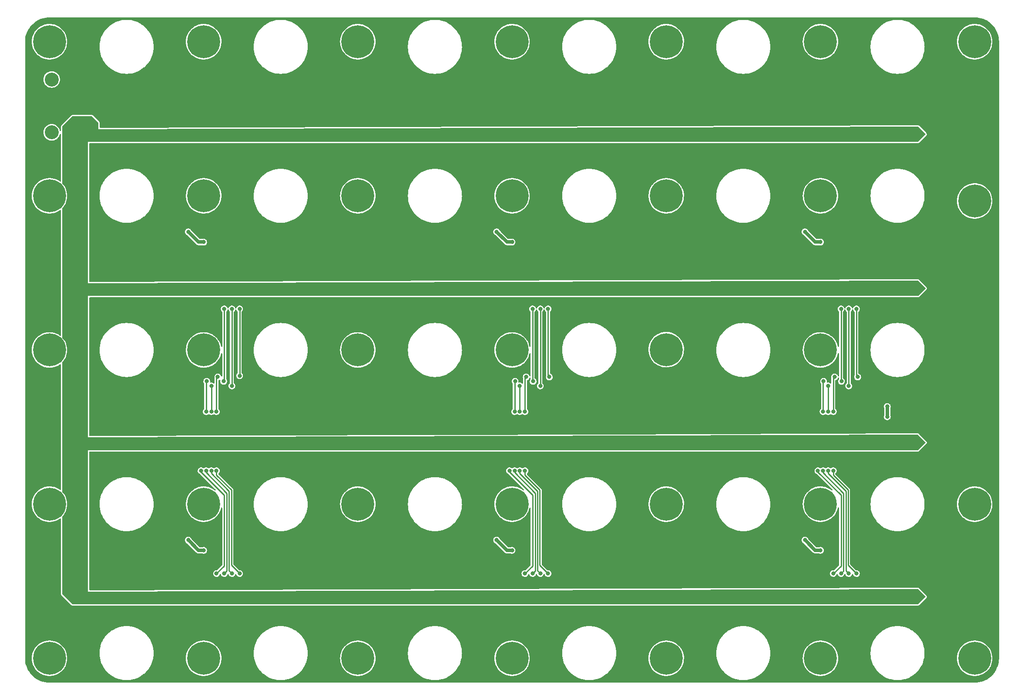
<source format=gbl>
G04 #@! TF.GenerationSoftware,KiCad,Pcbnew,(6.0.7-1)-1*
G04 #@! TF.CreationDate,2023-08-08T09:05:01+02:00*
G04 #@! TF.ProjectId,BD-SMD_PD,42442d53-4d44-45f5-9044-2e6b69636164,rev?*
G04 #@! TF.SameCoordinates,Original*
G04 #@! TF.FileFunction,Copper,L2,Bot*
G04 #@! TF.FilePolarity,Positive*
%FSLAX46Y46*%
G04 Gerber Fmt 4.6, Leading zero omitted, Abs format (unit mm)*
G04 Created by KiCad (PCBNEW (6.0.7-1)-1) date 2023-08-08 09:05:01*
%MOMM*%
%LPD*%
G01*
G04 APERTURE LIST*
G04 #@! TA.AperFunction,ComponentPad*
%ADD10C,6.400000*%
G04 #@! TD*
G04 #@! TA.AperFunction,ComponentPad*
%ADD11C,2.710000*%
G04 #@! TD*
G04 #@! TA.AperFunction,ViaPad*
%ADD12C,0.800000*%
G04 #@! TD*
G04 #@! TA.AperFunction,Conductor*
%ADD13C,0.700000*%
G04 #@! TD*
G04 #@! TA.AperFunction,Conductor*
%ADD14C,0.250000*%
G04 #@! TD*
G04 APERTURE END LIST*
D10*
X239949000Y-101615000D03*
X149949000Y-131615000D03*
X149949000Y-161615000D03*
X269949000Y-161615000D03*
X209949000Y-161615000D03*
X179949000Y-161615000D03*
X299949000Y-71615000D03*
X149949000Y-101615000D03*
X119949000Y-131615000D03*
X209949000Y-71615000D03*
X239949000Y-161615000D03*
X239949000Y-131544000D03*
X179949000Y-71615000D03*
X299949000Y-191615000D03*
X119949000Y-71615000D03*
X269949000Y-71615000D03*
X239949000Y-191615000D03*
X239949000Y-71615000D03*
X209949000Y-191615000D03*
X269949000Y-101615000D03*
X209949000Y-131615000D03*
X179949000Y-131615000D03*
X149949000Y-71615000D03*
X269949000Y-131615000D03*
X119949000Y-101615000D03*
X149949000Y-191615000D03*
X179949000Y-191615000D03*
X269949000Y-191615000D03*
X299949000Y-161615000D03*
X299949000Y-102615000D03*
X209949000Y-101615000D03*
X119949000Y-191615000D03*
D11*
X120381500Y-78965000D03*
X120381500Y-89265000D03*
D10*
X119949000Y-161615000D03*
X179949000Y-101615000D03*
D12*
X269949000Y-170615000D03*
X269949000Y-110615000D03*
X146949000Y-168615000D03*
X209949000Y-170615000D03*
X149949000Y-110615000D03*
X266949000Y-108615000D03*
X206949000Y-108615000D03*
X209949000Y-110615000D03*
X149949000Y-170615000D03*
X266949000Y-168615000D03*
X282949000Y-144615000D03*
X282949000Y-142615000D03*
X146949000Y-108615000D03*
X206949000Y-168615000D03*
X269449000Y-155115000D03*
X272449000Y-175115000D03*
X212449000Y-175115000D03*
X209449000Y-155115000D03*
X149449000Y-155115000D03*
X152449000Y-175115000D03*
X211449000Y-143615000D03*
X151449000Y-138615000D03*
X211449000Y-155115000D03*
X271449000Y-155115000D03*
X215449000Y-123615000D03*
X215449000Y-138615000D03*
X211449000Y-138615000D03*
X151449000Y-143615000D03*
X275449000Y-123615000D03*
X155449000Y-175115000D03*
X275449000Y-138615000D03*
X271449000Y-138615000D03*
X215449000Y-175115000D03*
X275449000Y-175115000D03*
X155449000Y-138615000D03*
X155449000Y-123615000D03*
X151449000Y-155115000D03*
X271449000Y-143615000D03*
X270449000Y-143615000D03*
X213949000Y-175115000D03*
X210449000Y-143615000D03*
X153949000Y-123615000D03*
X213949000Y-123615000D03*
X153849000Y-137715000D03*
X270449000Y-155115000D03*
X150449000Y-143615000D03*
X273949000Y-123615000D03*
X150549000Y-137715000D03*
X270549000Y-137715000D03*
X153949000Y-175115000D03*
X273949000Y-175115000D03*
X214049000Y-137715000D03*
X210549000Y-137715000D03*
X210449000Y-155115000D03*
X150449000Y-155115000D03*
X274049000Y-137715000D03*
X152449000Y-155115000D03*
X216949000Y-123615000D03*
X156949000Y-136615000D03*
X152449000Y-143615000D03*
X212449000Y-143615000D03*
X212699000Y-136865000D03*
X156949000Y-123615000D03*
X156949000Y-175115000D03*
X272699000Y-136865000D03*
X276949000Y-175115000D03*
X272449000Y-143615000D03*
X277199000Y-136865000D03*
X272449000Y-155115000D03*
X152699000Y-136865000D03*
X216949000Y-175115000D03*
X276949000Y-123615000D03*
X217199000Y-136865000D03*
X212449000Y-155115000D03*
X250949000Y-113115000D03*
X281449000Y-84615000D03*
X279449000Y-146115000D03*
X278449000Y-114615000D03*
X267016500Y-171115000D03*
X126046500Y-82615000D03*
X217449000Y-177115000D03*
X128449000Y-84115000D03*
X160949000Y-145115000D03*
X160949000Y-84615000D03*
X150449000Y-117115000D03*
X190949000Y-144115000D03*
X206993492Y-111115000D03*
X250949000Y-144615000D03*
X210449000Y-116615000D03*
X190949000Y-84115000D03*
X146974000Y-171165000D03*
X207016500Y-171107500D03*
X221949000Y-145115000D03*
X269949000Y-177115000D03*
X130949000Y-84615000D03*
X190949000Y-173115000D03*
X218449000Y-115115000D03*
X190949000Y-113115000D03*
X267016500Y-111115000D03*
X277949000Y-177115000D03*
X158449000Y-115115000D03*
X269949000Y-116615000D03*
X147016500Y-111157500D03*
X251449000Y-84115000D03*
X122949000Y-84115000D03*
X250949000Y-173115000D03*
X130949000Y-144615000D03*
X156949000Y-176615000D03*
X221449000Y-84615000D03*
X130949000Y-113115000D03*
X130949000Y-173615000D03*
X210449000Y-176615000D03*
X150449000Y-176615000D03*
X256449000Y-89615000D03*
X166449000Y-120115000D03*
X286949000Y-120115000D03*
X226449000Y-150115000D03*
X226949000Y-119615000D03*
X196949000Y-180115000D03*
X195949000Y-150115000D03*
X286449000Y-150115000D03*
X136949000Y-150115000D03*
X286449000Y-179615000D03*
X166449000Y-150115000D03*
X136449000Y-90115000D03*
X128046500Y-88615000D03*
X123449000Y-88115000D03*
X226449000Y-180115000D03*
X136949000Y-180115000D03*
X286449000Y-90115000D03*
X166449000Y-90115000D03*
X256949000Y-120115000D03*
X136949000Y-120115000D03*
X256949000Y-150115000D03*
X196449000Y-90115000D03*
X125949000Y-89615000D03*
X226949000Y-89615000D03*
X166449000Y-180115000D03*
X196949000Y-119615000D03*
X256949000Y-180115000D03*
D13*
X148949000Y-170615000D02*
X149949000Y-170615000D01*
X269949000Y-110615000D02*
X268949000Y-110615000D01*
X148949000Y-110615000D02*
X146949000Y-108615000D01*
X209949000Y-170615000D02*
X208949000Y-170615000D01*
X208949000Y-170615000D02*
X206949000Y-168615000D01*
X268949000Y-170615000D02*
X266949000Y-168615000D01*
X209949000Y-110615000D02*
X208949000Y-110615000D01*
X208949000Y-110615000D02*
X206949000Y-108615000D01*
X146949000Y-168615000D02*
X148949000Y-170615000D01*
X282949000Y-144615000D02*
X282949000Y-142615000D01*
X269949000Y-170615000D02*
X268949000Y-170615000D01*
X268949000Y-110615000D02*
X266949000Y-108615000D01*
X149949000Y-110615000D02*
X148949000Y-110615000D01*
D14*
X272449000Y-175115000D02*
X273949000Y-173615000D01*
X269449000Y-155377652D02*
X269449000Y-155115000D01*
X273949000Y-173615000D02*
X273949000Y-159877652D01*
X273949000Y-159877652D02*
X269449000Y-155377652D01*
X209449000Y-155377652D02*
X209449000Y-155115000D01*
X212449000Y-175115000D02*
X213949000Y-173615000D01*
X213949000Y-159877652D02*
X209449000Y-155377652D01*
X213949000Y-173615000D02*
X213949000Y-159877652D01*
X153949000Y-159877652D02*
X149449000Y-155377652D01*
X149449000Y-155377652D02*
X149449000Y-155115000D01*
X152449000Y-175115000D02*
X153949000Y-173615000D01*
X153949000Y-173615000D02*
X153949000Y-159877652D01*
X271449000Y-143615000D02*
X271449000Y-138615000D01*
X151449000Y-155615000D02*
X151449000Y-155115000D01*
X274899000Y-174565000D02*
X274899000Y-159065000D01*
X275449000Y-175115000D02*
X274899000Y-174565000D01*
X215449000Y-123615000D02*
X215449000Y-138615000D01*
X214899000Y-159065000D02*
X211449000Y-155615000D01*
X155449000Y-175115000D02*
X154899000Y-174565000D01*
X211449000Y-143615000D02*
X211449000Y-138615000D01*
X214899000Y-174565000D02*
X214899000Y-159065000D01*
X271449000Y-155615000D02*
X271449000Y-155115000D01*
X275449000Y-123615000D02*
X275449000Y-138615000D01*
X211449000Y-155615000D02*
X211449000Y-155115000D01*
X274899000Y-159065000D02*
X271449000Y-155615000D01*
X155449000Y-123615000D02*
X155449000Y-138615000D01*
X215449000Y-175115000D02*
X214899000Y-174565000D01*
X154899000Y-159065000D02*
X151449000Y-155615000D01*
X151449000Y-143615000D02*
X151449000Y-138615000D01*
X154899000Y-174565000D02*
X154899000Y-159065000D01*
X153949000Y-175115000D02*
X154449000Y-174615000D01*
X270449000Y-137815000D02*
X270549000Y-137715000D01*
X150449000Y-143615000D02*
X150449000Y-137815000D01*
X273949000Y-175115000D02*
X274449000Y-174615000D01*
X213949000Y-137615000D02*
X214049000Y-137715000D01*
X150449000Y-155493163D02*
X150449000Y-155115000D01*
X273949000Y-137615000D02*
X274049000Y-137715000D01*
X270449000Y-155493163D02*
X270449000Y-155115000D01*
X274449000Y-174615000D02*
X274449000Y-159493163D01*
X273949000Y-123615000D02*
X273949000Y-137615000D01*
X214449000Y-159493163D02*
X210449000Y-155493163D01*
X210449000Y-155493163D02*
X210449000Y-155115000D01*
X154449000Y-159493163D02*
X150449000Y-155493163D01*
X214449000Y-174615000D02*
X214449000Y-159493163D01*
X274449000Y-159493163D02*
X270449000Y-155493163D01*
X150449000Y-137815000D02*
X150549000Y-137715000D01*
X270449000Y-143615000D02*
X270449000Y-137815000D01*
X153949000Y-137615000D02*
X153849000Y-137715000D01*
X213949000Y-175115000D02*
X214449000Y-174615000D01*
X213949000Y-123615000D02*
X213949000Y-137615000D01*
X153949000Y-123615000D02*
X153949000Y-137615000D01*
X210449000Y-143615000D02*
X210449000Y-137815000D01*
X154449000Y-174615000D02*
X154449000Y-159493163D01*
X210449000Y-137815000D02*
X210549000Y-137715000D01*
X272449000Y-155978604D02*
X275349000Y-158878604D01*
X272449000Y-143615000D02*
X272449000Y-137115000D01*
X216949000Y-136615000D02*
X217199000Y-136865000D01*
X212449000Y-155978604D02*
X215349000Y-158878604D01*
X155349000Y-173515000D02*
X156949000Y-175115000D01*
X215349000Y-158878604D02*
X215349000Y-173515000D01*
X152449000Y-155115000D02*
X152449000Y-155978604D01*
X212449000Y-143615000D02*
X212449000Y-137115000D01*
X272449000Y-137115000D02*
X272699000Y-136865000D01*
X212449000Y-155115000D02*
X212449000Y-155978604D01*
X215349000Y-173515000D02*
X216949000Y-175115000D01*
X152449000Y-143615000D02*
X152449000Y-137115000D01*
X152449000Y-137115000D02*
X152699000Y-136865000D01*
X275349000Y-158878604D02*
X275349000Y-173515000D01*
X156949000Y-123615000D02*
X156949000Y-136615000D01*
X216949000Y-123615000D02*
X216949000Y-136615000D01*
X155349000Y-158878604D02*
X155349000Y-173515000D01*
X272449000Y-155115000D02*
X272449000Y-155978604D01*
X212449000Y-137115000D02*
X212699000Y-136865000D01*
X275349000Y-173515000D02*
X276949000Y-175115000D01*
X276949000Y-123615000D02*
X276949000Y-136615000D01*
X152449000Y-155978604D02*
X155349000Y-158878604D01*
X276949000Y-136615000D02*
X277199000Y-136865000D01*
G04 #@! TA.AperFunction,Conductor*
G36*
X127449000Y-178615000D02*
G01*
X288896704Y-178119761D01*
X288964884Y-178139554D01*
X288986045Y-178156526D01*
X290359633Y-179525907D01*
X290393752Y-179588165D01*
X290388796Y-179658988D01*
X290359768Y-179704232D01*
X288985905Y-181078095D01*
X288923593Y-181112121D01*
X288896810Y-181115000D01*
X124501190Y-181115000D01*
X124433069Y-181094998D01*
X124412095Y-181078095D01*
X122485905Y-179151905D01*
X122451879Y-179089593D01*
X122449000Y-179062810D01*
X122449000Y-164046613D01*
X122469002Y-163978492D01*
X122479475Y-163964449D01*
X122684585Y-163725986D01*
X122686811Y-163723398D01*
X122870929Y-163455505D01*
X122896573Y-163418193D01*
X122896578Y-163418186D01*
X122898503Y-163415384D01*
X122900115Y-163412390D01*
X122900120Y-163412382D01*
X123074069Y-163089321D01*
X123075691Y-163086309D01*
X123216304Y-162740023D01*
X123318695Y-162380576D01*
X123381667Y-162012173D01*
X123404484Y-161639124D01*
X123404568Y-161615000D01*
X123384356Y-161241801D01*
X123323957Y-160872967D01*
X123224078Y-160512814D01*
X123219532Y-160501389D01*
X123087146Y-160168719D01*
X123085887Y-160165555D01*
X122911000Y-159835251D01*
X122701463Y-159525767D01*
X122478904Y-159263333D01*
X122450099Y-159198444D01*
X122449000Y-159181839D01*
X122449000Y-134046613D01*
X122469002Y-133978492D01*
X122479475Y-133964449D01*
X122684585Y-133725986D01*
X122686811Y-133723398D01*
X122870929Y-133455505D01*
X122896573Y-133418193D01*
X122896578Y-133418186D01*
X122898503Y-133415384D01*
X122900115Y-133412390D01*
X122900120Y-133412382D01*
X123074069Y-133089321D01*
X123075691Y-133086309D01*
X123216304Y-132740023D01*
X123318695Y-132380576D01*
X123381667Y-132012173D01*
X123404484Y-131639124D01*
X123404568Y-131615000D01*
X123384356Y-131241801D01*
X123323957Y-130872967D01*
X123224078Y-130512814D01*
X123219532Y-130501389D01*
X123087146Y-130168719D01*
X123085887Y-130165555D01*
X122911000Y-129835251D01*
X122701463Y-129525767D01*
X122478904Y-129263333D01*
X122450099Y-129198444D01*
X122449000Y-129181839D01*
X122449000Y-104046613D01*
X122469002Y-103978492D01*
X122479475Y-103964449D01*
X122684585Y-103725986D01*
X122686811Y-103723398D01*
X122870929Y-103455505D01*
X122896573Y-103418193D01*
X122896578Y-103418186D01*
X122898503Y-103415384D01*
X122900115Y-103412390D01*
X122900120Y-103412382D01*
X123074069Y-103089321D01*
X123075691Y-103086309D01*
X123216304Y-102740023D01*
X123318695Y-102380576D01*
X123381667Y-102012173D01*
X123404484Y-101639124D01*
X123404568Y-101615000D01*
X123384356Y-101241801D01*
X123323957Y-100872967D01*
X123224078Y-100512814D01*
X123219532Y-100501389D01*
X123087146Y-100168719D01*
X123085887Y-100165555D01*
X122911000Y-99835251D01*
X122701463Y-99525767D01*
X122478904Y-99263333D01*
X122450099Y-99198444D01*
X122449000Y-99181839D01*
X122449000Y-88167190D01*
X122469002Y-88099069D01*
X122485905Y-88078095D01*
X124412095Y-86151905D01*
X124474407Y-86117879D01*
X124501190Y-86115000D01*
X127449000Y-86115000D01*
X127449000Y-178615000D01*
G37*
G04 #@! TD.AperFunction*
G04 #@! TA.AperFunction,Conductor*
G36*
X127449000Y-118615000D02*
G01*
X288896704Y-118119761D01*
X288964884Y-118139554D01*
X288986045Y-118156526D01*
X290359633Y-119525907D01*
X290393752Y-119588165D01*
X290388796Y-119658988D01*
X290359768Y-119704232D01*
X288985905Y-121078095D01*
X288923593Y-121112121D01*
X288896810Y-121115000D01*
X122449000Y-121115000D01*
X122449000Y-104046613D01*
X122469002Y-103978492D01*
X122479475Y-103964449D01*
X122684585Y-103725986D01*
X122686811Y-103723398D01*
X122870929Y-103455505D01*
X122896573Y-103418193D01*
X122896578Y-103418186D01*
X122898503Y-103415384D01*
X122900115Y-103412390D01*
X122900120Y-103412382D01*
X123074069Y-103089321D01*
X123075691Y-103086309D01*
X123216304Y-102740023D01*
X123318695Y-102380576D01*
X123381667Y-102012173D01*
X123404484Y-101639124D01*
X123404568Y-101615000D01*
X123384356Y-101241801D01*
X123323957Y-100872967D01*
X123224078Y-100512814D01*
X123219532Y-100501389D01*
X123087146Y-100168719D01*
X123085887Y-100165555D01*
X122911000Y-99835251D01*
X122701463Y-99525767D01*
X122478904Y-99263333D01*
X122450099Y-99198444D01*
X122449000Y-99181839D01*
X122449000Y-88167190D01*
X122469002Y-88099069D01*
X122485905Y-88078095D01*
X124412095Y-86151905D01*
X124474407Y-86117879D01*
X124501190Y-86115000D01*
X127449000Y-86115000D01*
X127449000Y-118615000D01*
G37*
G04 #@! TD.AperFunction*
G04 #@! TA.AperFunction,Conductor*
G36*
X127449000Y-148615000D02*
G01*
X288896704Y-148119761D01*
X288964884Y-148139554D01*
X288986045Y-148156526D01*
X290359633Y-149525907D01*
X290393752Y-149588165D01*
X290388796Y-149658988D01*
X290359768Y-149704232D01*
X288985905Y-151078095D01*
X288923593Y-151112121D01*
X288896810Y-151115000D01*
X122449000Y-151115000D01*
X122449000Y-134046613D01*
X122469002Y-133978492D01*
X122479475Y-133964449D01*
X122684585Y-133725986D01*
X122686811Y-133723398D01*
X122870929Y-133455505D01*
X122896573Y-133418193D01*
X122896578Y-133418186D01*
X122898503Y-133415384D01*
X122900115Y-133412390D01*
X122900120Y-133412382D01*
X123074069Y-133089321D01*
X123075691Y-133086309D01*
X123216304Y-132740023D01*
X123318695Y-132380576D01*
X123381667Y-132012173D01*
X123404484Y-131639124D01*
X123404568Y-131615000D01*
X123384356Y-131241801D01*
X123323957Y-130872967D01*
X123224078Y-130512814D01*
X123219532Y-130501389D01*
X123087146Y-130168719D01*
X123085887Y-130165555D01*
X122911000Y-129835251D01*
X122701463Y-129525767D01*
X122478904Y-129263333D01*
X122450099Y-129198444D01*
X122449000Y-129181839D01*
X122449000Y-104046613D01*
X122469002Y-103978492D01*
X122479475Y-103964449D01*
X122684585Y-103725986D01*
X122686811Y-103723398D01*
X122870929Y-103455505D01*
X122896573Y-103418193D01*
X122896578Y-103418186D01*
X122898503Y-103415384D01*
X122900115Y-103412390D01*
X122900120Y-103412382D01*
X123074069Y-103089321D01*
X123075691Y-103086309D01*
X123216304Y-102740023D01*
X123318695Y-102380576D01*
X123381667Y-102012173D01*
X123404484Y-101639124D01*
X123404568Y-101615000D01*
X123384356Y-101241801D01*
X123323957Y-100872967D01*
X123224078Y-100512814D01*
X123219532Y-100501389D01*
X123087146Y-100168719D01*
X123085887Y-100165555D01*
X122911000Y-99835251D01*
X122701463Y-99525767D01*
X122478904Y-99263333D01*
X122450099Y-99198444D01*
X122449000Y-99181839D01*
X122449000Y-88167190D01*
X122469002Y-88099069D01*
X122485905Y-88078095D01*
X124412095Y-86151905D01*
X124474407Y-86117879D01*
X124501190Y-86115000D01*
X127449000Y-86115000D01*
X127449000Y-148615000D01*
G37*
G04 #@! TD.AperFunction*
G04 #@! TA.AperFunction,Conductor*
G36*
X299936496Y-66867921D02*
G01*
X299936827Y-66867987D01*
X299936829Y-66867987D01*
X299949000Y-66870408D01*
X299961173Y-66867986D01*
X299972119Y-66867986D01*
X299984410Y-66867046D01*
X300357448Y-66883333D01*
X300368399Y-66884291D01*
X300768293Y-66936939D01*
X300779117Y-66938848D01*
X301172889Y-67026144D01*
X301183506Y-67028989D01*
X301568181Y-67150277D01*
X301578496Y-67154030D01*
X301951158Y-67308392D01*
X301961102Y-67313030D01*
X302203744Y-67439341D01*
X302318867Y-67499270D01*
X302328387Y-67504766D01*
X302668556Y-67721478D01*
X302677560Y-67727782D01*
X302997561Y-67973327D01*
X303005978Y-67980391D01*
X303252815Y-68206574D01*
X303303348Y-68252879D01*
X303311117Y-68260648D01*
X303583607Y-68558019D01*
X303590670Y-68566436D01*
X303609445Y-68590903D01*
X303836218Y-68886440D01*
X303842522Y-68895444D01*
X304059234Y-69235613D01*
X304064729Y-69245132D01*
X304250964Y-69602885D01*
X304250966Y-69602889D01*
X304255608Y-69612842D01*
X304378160Y-69908708D01*
X304409967Y-69985497D01*
X304413723Y-69995819D01*
X304535011Y-70380493D01*
X304537856Y-70391111D01*
X304625152Y-70784883D01*
X304627061Y-70795707D01*
X304679709Y-71195601D01*
X304680667Y-71206552D01*
X304696954Y-71579590D01*
X304696014Y-71591881D01*
X304696014Y-71602827D01*
X304693592Y-71615000D01*
X304696013Y-71627171D01*
X304696013Y-71627173D01*
X304696079Y-71627504D01*
X304698500Y-71652085D01*
X304698500Y-191577915D01*
X304696079Y-191602496D01*
X304693592Y-191615000D01*
X304696014Y-191627173D01*
X304696014Y-191638119D01*
X304696954Y-191650410D01*
X304680667Y-192023448D01*
X304679709Y-192034399D01*
X304627061Y-192434293D01*
X304625152Y-192445117D01*
X304537856Y-192838889D01*
X304535011Y-192849506D01*
X304437142Y-193159909D01*
X304413726Y-193234174D01*
X304409970Y-193244496D01*
X304339186Y-193415384D01*
X304255612Y-193617149D01*
X304250970Y-193627102D01*
X304113933Y-193890348D01*
X304064730Y-193984867D01*
X304059234Y-193994387D01*
X303842522Y-194334556D01*
X303836218Y-194343560D01*
X303748846Y-194457426D01*
X303608025Y-194640948D01*
X303590673Y-194663561D01*
X303583609Y-194671978D01*
X303339018Y-194938904D01*
X303311121Y-194969348D01*
X303303352Y-194977117D01*
X303005981Y-195249607D01*
X302997564Y-195256670D01*
X302886578Y-195341833D01*
X302677560Y-195502218D01*
X302668556Y-195508522D01*
X302328387Y-195725234D01*
X302318868Y-195730729D01*
X301961102Y-195916970D01*
X301951158Y-195921608D01*
X301578496Y-196075970D01*
X301568181Y-196079723D01*
X301183507Y-196201011D01*
X301172889Y-196203856D01*
X300779117Y-196291152D01*
X300768293Y-196293061D01*
X300368399Y-196345709D01*
X300357448Y-196346667D01*
X299984410Y-196362954D01*
X299972119Y-196362014D01*
X299961173Y-196362014D01*
X299949000Y-196359592D01*
X299936829Y-196362013D01*
X299936827Y-196362013D01*
X299936496Y-196362079D01*
X299911915Y-196364500D01*
X119986085Y-196364500D01*
X119961504Y-196362079D01*
X119961173Y-196362013D01*
X119961171Y-196362013D01*
X119949000Y-196359592D01*
X119936827Y-196362014D01*
X119925881Y-196362014D01*
X119913590Y-196362954D01*
X119540552Y-196346667D01*
X119529601Y-196345709D01*
X119129707Y-196293061D01*
X119118883Y-196291152D01*
X118725111Y-196203856D01*
X118714493Y-196201011D01*
X118329819Y-196079723D01*
X118319504Y-196075970D01*
X117946842Y-195921608D01*
X117936898Y-195916970D01*
X117579132Y-195730729D01*
X117569613Y-195725234D01*
X117229444Y-195508522D01*
X117220440Y-195502218D01*
X117011422Y-195341833D01*
X116900436Y-195256670D01*
X116892019Y-195249607D01*
X116594648Y-194977117D01*
X116586879Y-194969348D01*
X116558983Y-194938904D01*
X116314391Y-194671978D01*
X116307327Y-194663561D01*
X116289976Y-194640948D01*
X116149154Y-194457426D01*
X116061782Y-194343560D01*
X116055478Y-194334556D01*
X115838766Y-193994387D01*
X115833270Y-193984867D01*
X115784067Y-193890348D01*
X115647030Y-193627102D01*
X115642388Y-193617149D01*
X115558815Y-193415384D01*
X115488030Y-193244496D01*
X115484274Y-193234174D01*
X115460859Y-193159909D01*
X115362989Y-192849506D01*
X115360144Y-192838889D01*
X115272848Y-192445117D01*
X115270939Y-192434293D01*
X115218291Y-192034399D01*
X115217333Y-192023448D01*
X115201046Y-191650410D01*
X115201986Y-191638119D01*
X115201986Y-191627173D01*
X115204408Y-191615000D01*
X115202009Y-191602938D01*
X116493453Y-191602938D01*
X116512362Y-191976205D01*
X116512899Y-191979560D01*
X116512900Y-191979566D01*
X116524359Y-192051106D01*
X116571473Y-192345247D01*
X116670094Y-192705747D01*
X116807073Y-193053487D01*
X116808656Y-193056502D01*
X116979222Y-193381383D01*
X116979227Y-193381391D01*
X116980806Y-193384399D01*
X117189261Y-193694613D01*
X117429999Y-193980499D01*
X117700205Y-194238714D01*
X117996718Y-194466236D01*
X118034499Y-194489207D01*
X118313154Y-194658632D01*
X118313159Y-194658635D01*
X118316069Y-194660404D01*
X118332114Y-194667920D01*
X118651437Y-194817503D01*
X118651447Y-194817507D01*
X118654521Y-194818947D01*
X118657739Y-194820049D01*
X118657742Y-194820050D01*
X119004886Y-194938904D01*
X119004890Y-194938905D01*
X119008117Y-194940010D01*
X119011447Y-194940760D01*
X119011456Y-194940763D01*
X119269298Y-194998869D01*
X119372719Y-195022176D01*
X119376105Y-195022562D01*
X119376112Y-195022563D01*
X119740680Y-195064101D01*
X119740688Y-195064101D01*
X119744063Y-195064486D01*
X119747467Y-195064504D01*
X119747470Y-195064504D01*
X119950889Y-195065569D01*
X120117804Y-195066443D01*
X120121190Y-195066093D01*
X120121192Y-195066093D01*
X120486178Y-195028375D01*
X120486186Y-195028374D01*
X120489570Y-195028024D01*
X120492903Y-195027309D01*
X120492906Y-195027309D01*
X120744350Y-194973404D01*
X120855013Y-194949680D01*
X121209857Y-194832327D01*
X121549951Y-194677337D01*
X121552888Y-194675593D01*
X121552894Y-194675590D01*
X121868383Y-194488265D01*
X121871317Y-194486523D01*
X122170196Y-194262119D01*
X122443092Y-194006748D01*
X122686811Y-193723398D01*
X122831493Y-193512884D01*
X122896573Y-193418193D01*
X122896578Y-193418186D01*
X122898503Y-193415384D01*
X122900115Y-193412390D01*
X122900120Y-193412382D01*
X123074069Y-193089321D01*
X123075691Y-193086309D01*
X123216304Y-192740023D01*
X123318695Y-192380576D01*
X123381667Y-192012173D01*
X123383161Y-191987757D01*
X123404374Y-191640920D01*
X123404484Y-191639124D01*
X123404568Y-191615000D01*
X123384356Y-191241801D01*
X123323957Y-190872967D01*
X123252417Y-190615000D01*
X129693498Y-190615000D01*
X129693618Y-190617748D01*
X129700735Y-190780755D01*
X129704394Y-190864549D01*
X129713497Y-191073047D01*
X129773341Y-191527608D01*
X129872575Y-191975224D01*
X129873403Y-191977849D01*
X129873404Y-191977854D01*
X130001416Y-192383854D01*
X130010444Y-192412488D01*
X130185898Y-192836071D01*
X130397602Y-193242751D01*
X130399083Y-193245075D01*
X130639354Y-193622225D01*
X130643945Y-193629432D01*
X130826419Y-193867238D01*
X130913328Y-193980499D01*
X130923052Y-193993172D01*
X131232799Y-194331201D01*
X131570828Y-194640948D01*
X131572990Y-194642607D01*
X131572996Y-194642612D01*
X131640788Y-194694630D01*
X131934568Y-194920055D01*
X132321249Y-195166398D01*
X132727929Y-195378102D01*
X133151512Y-195553556D01*
X133154132Y-195554382D01*
X133154140Y-195554385D01*
X133586146Y-195690596D01*
X133586151Y-195690597D01*
X133588776Y-195691425D01*
X134036392Y-195790659D01*
X134039111Y-195791017D01*
X134039117Y-195791018D01*
X134209628Y-195813466D01*
X134490953Y-195850503D01*
X134493702Y-195850623D01*
X134493713Y-195850624D01*
X134946252Y-195870382D01*
X134949000Y-195870502D01*
X134951748Y-195870382D01*
X135404287Y-195850624D01*
X135404298Y-195850623D01*
X135407047Y-195850503D01*
X135688372Y-195813466D01*
X135858883Y-195791018D01*
X135858889Y-195791017D01*
X135861608Y-195790659D01*
X136309224Y-195691425D01*
X136311849Y-195690597D01*
X136311854Y-195690596D01*
X136743860Y-195554385D01*
X136743868Y-195554382D01*
X136746488Y-195553556D01*
X137170071Y-195378102D01*
X137576751Y-195166398D01*
X137963432Y-194920055D01*
X138257212Y-194694630D01*
X138325004Y-194642612D01*
X138325010Y-194642607D01*
X138327172Y-194640948D01*
X138665201Y-194331201D01*
X138974948Y-193993172D01*
X138984673Y-193980499D01*
X139071581Y-193867238D01*
X139254055Y-193629432D01*
X139258647Y-193622225D01*
X139498917Y-193245075D01*
X139500398Y-193242751D01*
X139712102Y-192836071D01*
X139887556Y-192412488D01*
X139896585Y-192383854D01*
X140024596Y-191977854D01*
X140024597Y-191977849D01*
X140025425Y-191975224D01*
X140107959Y-191602938D01*
X146493453Y-191602938D01*
X146512362Y-191976205D01*
X146512899Y-191979560D01*
X146512900Y-191979566D01*
X146524359Y-192051106D01*
X146571473Y-192345247D01*
X146670094Y-192705747D01*
X146807073Y-193053487D01*
X146808656Y-193056502D01*
X146979222Y-193381383D01*
X146979227Y-193381391D01*
X146980806Y-193384399D01*
X147189261Y-193694613D01*
X147429999Y-193980499D01*
X147700205Y-194238714D01*
X147996718Y-194466236D01*
X148034499Y-194489207D01*
X148313154Y-194658632D01*
X148313159Y-194658635D01*
X148316069Y-194660404D01*
X148332114Y-194667920D01*
X148651437Y-194817503D01*
X148651447Y-194817507D01*
X148654521Y-194818947D01*
X148657739Y-194820049D01*
X148657742Y-194820050D01*
X149004886Y-194938904D01*
X149004890Y-194938905D01*
X149008117Y-194940010D01*
X149011447Y-194940760D01*
X149011456Y-194940763D01*
X149269298Y-194998869D01*
X149372719Y-195022176D01*
X149376105Y-195022562D01*
X149376112Y-195022563D01*
X149740680Y-195064101D01*
X149740688Y-195064101D01*
X149744063Y-195064486D01*
X149747467Y-195064504D01*
X149747470Y-195064504D01*
X149950889Y-195065569D01*
X150117804Y-195066443D01*
X150121190Y-195066093D01*
X150121192Y-195066093D01*
X150486178Y-195028375D01*
X150486186Y-195028374D01*
X150489570Y-195028024D01*
X150492903Y-195027309D01*
X150492906Y-195027309D01*
X150744350Y-194973404D01*
X150855013Y-194949680D01*
X151209857Y-194832327D01*
X151549951Y-194677337D01*
X151552888Y-194675593D01*
X151552894Y-194675590D01*
X151868383Y-194488265D01*
X151871317Y-194486523D01*
X152170196Y-194262119D01*
X152443092Y-194006748D01*
X152686811Y-193723398D01*
X152831493Y-193512884D01*
X152896573Y-193418193D01*
X152896578Y-193418186D01*
X152898503Y-193415384D01*
X152900115Y-193412390D01*
X152900120Y-193412382D01*
X153074069Y-193089321D01*
X153075691Y-193086309D01*
X153216304Y-192740023D01*
X153318695Y-192380576D01*
X153381667Y-192012173D01*
X153383161Y-191987757D01*
X153404374Y-191640920D01*
X153404484Y-191639124D01*
X153404568Y-191615000D01*
X153384356Y-191241801D01*
X153323957Y-190872967D01*
X153252417Y-190615000D01*
X159693498Y-190615000D01*
X159693618Y-190617748D01*
X159700735Y-190780755D01*
X159704394Y-190864549D01*
X159713497Y-191073047D01*
X159773341Y-191527608D01*
X159872575Y-191975224D01*
X159873403Y-191977849D01*
X159873404Y-191977854D01*
X160001416Y-192383854D01*
X160010444Y-192412488D01*
X160185898Y-192836071D01*
X160397602Y-193242751D01*
X160399083Y-193245075D01*
X160639354Y-193622225D01*
X160643945Y-193629432D01*
X160826419Y-193867238D01*
X160913328Y-193980499D01*
X160923052Y-193993172D01*
X161232799Y-194331201D01*
X161570828Y-194640948D01*
X161572990Y-194642607D01*
X161572996Y-194642612D01*
X161640788Y-194694630D01*
X161934568Y-194920055D01*
X162321249Y-195166398D01*
X162727929Y-195378102D01*
X163151512Y-195553556D01*
X163154132Y-195554382D01*
X163154140Y-195554385D01*
X163586146Y-195690596D01*
X163586151Y-195690597D01*
X163588776Y-195691425D01*
X164036392Y-195790659D01*
X164039111Y-195791017D01*
X164039117Y-195791018D01*
X164209628Y-195813466D01*
X164490953Y-195850503D01*
X164493702Y-195850623D01*
X164493713Y-195850624D01*
X164946252Y-195870382D01*
X164949000Y-195870502D01*
X164951748Y-195870382D01*
X165404287Y-195850624D01*
X165404298Y-195850623D01*
X165407047Y-195850503D01*
X165688372Y-195813466D01*
X165858883Y-195791018D01*
X165858889Y-195791017D01*
X165861608Y-195790659D01*
X166309224Y-195691425D01*
X166311849Y-195690597D01*
X166311854Y-195690596D01*
X166743860Y-195554385D01*
X166743868Y-195554382D01*
X166746488Y-195553556D01*
X167170071Y-195378102D01*
X167576751Y-195166398D01*
X167963432Y-194920055D01*
X168257212Y-194694630D01*
X168325004Y-194642612D01*
X168325010Y-194642607D01*
X168327172Y-194640948D01*
X168665201Y-194331201D01*
X168974948Y-193993172D01*
X168984673Y-193980499D01*
X169071581Y-193867238D01*
X169254055Y-193629432D01*
X169258647Y-193622225D01*
X169498917Y-193245075D01*
X169500398Y-193242751D01*
X169712102Y-192836071D01*
X169887556Y-192412488D01*
X169896585Y-192383854D01*
X170024596Y-191977854D01*
X170024597Y-191977849D01*
X170025425Y-191975224D01*
X170107959Y-191602938D01*
X176493453Y-191602938D01*
X176512362Y-191976205D01*
X176512899Y-191979560D01*
X176512900Y-191979566D01*
X176524359Y-192051106D01*
X176571473Y-192345247D01*
X176670094Y-192705747D01*
X176807073Y-193053487D01*
X176808656Y-193056502D01*
X176979222Y-193381383D01*
X176979227Y-193381391D01*
X176980806Y-193384399D01*
X177189261Y-193694613D01*
X177429999Y-193980499D01*
X177700205Y-194238714D01*
X177996718Y-194466236D01*
X178034499Y-194489207D01*
X178313154Y-194658632D01*
X178313159Y-194658635D01*
X178316069Y-194660404D01*
X178332114Y-194667920D01*
X178651437Y-194817503D01*
X178651447Y-194817507D01*
X178654521Y-194818947D01*
X178657739Y-194820049D01*
X178657742Y-194820050D01*
X179004886Y-194938904D01*
X179004890Y-194938905D01*
X179008117Y-194940010D01*
X179011447Y-194940760D01*
X179011456Y-194940763D01*
X179269298Y-194998869D01*
X179372719Y-195022176D01*
X179376105Y-195022562D01*
X179376112Y-195022563D01*
X179740680Y-195064101D01*
X179740688Y-195064101D01*
X179744063Y-195064486D01*
X179747467Y-195064504D01*
X179747470Y-195064504D01*
X179950889Y-195065569D01*
X180117804Y-195066443D01*
X180121190Y-195066093D01*
X180121192Y-195066093D01*
X180486178Y-195028375D01*
X180486186Y-195028374D01*
X180489570Y-195028024D01*
X180492903Y-195027309D01*
X180492906Y-195027309D01*
X180744350Y-194973404D01*
X180855013Y-194949680D01*
X181209857Y-194832327D01*
X181549951Y-194677337D01*
X181552888Y-194675593D01*
X181552894Y-194675590D01*
X181868383Y-194488265D01*
X181871317Y-194486523D01*
X182170196Y-194262119D01*
X182443092Y-194006748D01*
X182686811Y-193723398D01*
X182831493Y-193512884D01*
X182896573Y-193418193D01*
X182896578Y-193418186D01*
X182898503Y-193415384D01*
X182900115Y-193412390D01*
X182900120Y-193412382D01*
X183074069Y-193089321D01*
X183075691Y-193086309D01*
X183216304Y-192740023D01*
X183318695Y-192380576D01*
X183381667Y-192012173D01*
X183383161Y-191987757D01*
X183404374Y-191640920D01*
X183404484Y-191639124D01*
X183404568Y-191615000D01*
X183384356Y-191241801D01*
X183323957Y-190872967D01*
X183252417Y-190615000D01*
X189693498Y-190615000D01*
X189693618Y-190617748D01*
X189700735Y-190780755D01*
X189704394Y-190864549D01*
X189713497Y-191073047D01*
X189773341Y-191527608D01*
X189872575Y-191975224D01*
X189873403Y-191977849D01*
X189873404Y-191977854D01*
X190001416Y-192383854D01*
X190010444Y-192412488D01*
X190185898Y-192836071D01*
X190397602Y-193242751D01*
X190399083Y-193245075D01*
X190639354Y-193622225D01*
X190643945Y-193629432D01*
X190826419Y-193867238D01*
X190913328Y-193980499D01*
X190923052Y-193993172D01*
X191232799Y-194331201D01*
X191570828Y-194640948D01*
X191572990Y-194642607D01*
X191572996Y-194642612D01*
X191640788Y-194694630D01*
X191934568Y-194920055D01*
X192321249Y-195166398D01*
X192727929Y-195378102D01*
X193151512Y-195553556D01*
X193154132Y-195554382D01*
X193154140Y-195554385D01*
X193586146Y-195690596D01*
X193586151Y-195690597D01*
X193588776Y-195691425D01*
X194036392Y-195790659D01*
X194039111Y-195791017D01*
X194039117Y-195791018D01*
X194209628Y-195813466D01*
X194490953Y-195850503D01*
X194493702Y-195850623D01*
X194493713Y-195850624D01*
X194946252Y-195870382D01*
X194949000Y-195870502D01*
X194951748Y-195870382D01*
X195404287Y-195850624D01*
X195404298Y-195850623D01*
X195407047Y-195850503D01*
X195688372Y-195813466D01*
X195858883Y-195791018D01*
X195858889Y-195791017D01*
X195861608Y-195790659D01*
X196309224Y-195691425D01*
X196311849Y-195690597D01*
X196311854Y-195690596D01*
X196743860Y-195554385D01*
X196743868Y-195554382D01*
X196746488Y-195553556D01*
X197170071Y-195378102D01*
X197576751Y-195166398D01*
X197963432Y-194920055D01*
X198257212Y-194694630D01*
X198325004Y-194642612D01*
X198325010Y-194642607D01*
X198327172Y-194640948D01*
X198665201Y-194331201D01*
X198974948Y-193993172D01*
X198984673Y-193980499D01*
X199071581Y-193867238D01*
X199254055Y-193629432D01*
X199258647Y-193622225D01*
X199498917Y-193245075D01*
X199500398Y-193242751D01*
X199712102Y-192836071D01*
X199887556Y-192412488D01*
X199896585Y-192383854D01*
X200024596Y-191977854D01*
X200024597Y-191977849D01*
X200025425Y-191975224D01*
X200107959Y-191602938D01*
X206493453Y-191602938D01*
X206512362Y-191976205D01*
X206512899Y-191979560D01*
X206512900Y-191979566D01*
X206524359Y-192051106D01*
X206571473Y-192345247D01*
X206670094Y-192705747D01*
X206807073Y-193053487D01*
X206808656Y-193056502D01*
X206979222Y-193381383D01*
X206979227Y-193381391D01*
X206980806Y-193384399D01*
X207189261Y-193694613D01*
X207429999Y-193980499D01*
X207700205Y-194238714D01*
X207996718Y-194466236D01*
X208034499Y-194489207D01*
X208313154Y-194658632D01*
X208313159Y-194658635D01*
X208316069Y-194660404D01*
X208332114Y-194667920D01*
X208651437Y-194817503D01*
X208651447Y-194817507D01*
X208654521Y-194818947D01*
X208657739Y-194820049D01*
X208657742Y-194820050D01*
X209004886Y-194938904D01*
X209004890Y-194938905D01*
X209008117Y-194940010D01*
X209011447Y-194940760D01*
X209011456Y-194940763D01*
X209269298Y-194998869D01*
X209372719Y-195022176D01*
X209376105Y-195022562D01*
X209376112Y-195022563D01*
X209740680Y-195064101D01*
X209740688Y-195064101D01*
X209744063Y-195064486D01*
X209747467Y-195064504D01*
X209747470Y-195064504D01*
X209950889Y-195065569D01*
X210117804Y-195066443D01*
X210121190Y-195066093D01*
X210121192Y-195066093D01*
X210486178Y-195028375D01*
X210486186Y-195028374D01*
X210489570Y-195028024D01*
X210492903Y-195027309D01*
X210492906Y-195027309D01*
X210744350Y-194973404D01*
X210855013Y-194949680D01*
X211209857Y-194832327D01*
X211549951Y-194677337D01*
X211552888Y-194675593D01*
X211552894Y-194675590D01*
X211868383Y-194488265D01*
X211871317Y-194486523D01*
X212170196Y-194262119D01*
X212443092Y-194006748D01*
X212686811Y-193723398D01*
X212831493Y-193512884D01*
X212896573Y-193418193D01*
X212896578Y-193418186D01*
X212898503Y-193415384D01*
X212900115Y-193412390D01*
X212900120Y-193412382D01*
X213074069Y-193089321D01*
X213075691Y-193086309D01*
X213216304Y-192740023D01*
X213318695Y-192380576D01*
X213381667Y-192012173D01*
X213383161Y-191987757D01*
X213404374Y-191640920D01*
X213404484Y-191639124D01*
X213404568Y-191615000D01*
X213384356Y-191241801D01*
X213323957Y-190872967D01*
X213252417Y-190615000D01*
X219693498Y-190615000D01*
X219693618Y-190617748D01*
X219700735Y-190780755D01*
X219704394Y-190864549D01*
X219713497Y-191073047D01*
X219773341Y-191527608D01*
X219872575Y-191975224D01*
X219873403Y-191977849D01*
X219873404Y-191977854D01*
X220001416Y-192383854D01*
X220010444Y-192412488D01*
X220185898Y-192836071D01*
X220397602Y-193242751D01*
X220399083Y-193245075D01*
X220639354Y-193622225D01*
X220643945Y-193629432D01*
X220826419Y-193867238D01*
X220913328Y-193980499D01*
X220923052Y-193993172D01*
X221232799Y-194331201D01*
X221570828Y-194640948D01*
X221572990Y-194642607D01*
X221572996Y-194642612D01*
X221640788Y-194694630D01*
X221934568Y-194920055D01*
X222321249Y-195166398D01*
X222727929Y-195378102D01*
X223151512Y-195553556D01*
X223154132Y-195554382D01*
X223154140Y-195554385D01*
X223586146Y-195690596D01*
X223586151Y-195690597D01*
X223588776Y-195691425D01*
X224036392Y-195790659D01*
X224039111Y-195791017D01*
X224039117Y-195791018D01*
X224209628Y-195813466D01*
X224490953Y-195850503D01*
X224493702Y-195850623D01*
X224493713Y-195850624D01*
X224946252Y-195870382D01*
X224949000Y-195870502D01*
X224951748Y-195870382D01*
X225404287Y-195850624D01*
X225404298Y-195850623D01*
X225407047Y-195850503D01*
X225688372Y-195813466D01*
X225858883Y-195791018D01*
X225858889Y-195791017D01*
X225861608Y-195790659D01*
X226309224Y-195691425D01*
X226311849Y-195690597D01*
X226311854Y-195690596D01*
X226743860Y-195554385D01*
X226743868Y-195554382D01*
X226746488Y-195553556D01*
X227170071Y-195378102D01*
X227576751Y-195166398D01*
X227963432Y-194920055D01*
X228257212Y-194694630D01*
X228325004Y-194642612D01*
X228325010Y-194642607D01*
X228327172Y-194640948D01*
X228665201Y-194331201D01*
X228974948Y-193993172D01*
X228984673Y-193980499D01*
X229071581Y-193867238D01*
X229254055Y-193629432D01*
X229258647Y-193622225D01*
X229498917Y-193245075D01*
X229500398Y-193242751D01*
X229712102Y-192836071D01*
X229887556Y-192412488D01*
X229896585Y-192383854D01*
X230024596Y-191977854D01*
X230024597Y-191977849D01*
X230025425Y-191975224D01*
X230107959Y-191602938D01*
X236493453Y-191602938D01*
X236512362Y-191976205D01*
X236512899Y-191979560D01*
X236512900Y-191979566D01*
X236524359Y-192051106D01*
X236571473Y-192345247D01*
X236670094Y-192705747D01*
X236807073Y-193053487D01*
X236808656Y-193056502D01*
X236979222Y-193381383D01*
X236979227Y-193381391D01*
X236980806Y-193384399D01*
X237189261Y-193694613D01*
X237429999Y-193980499D01*
X237700205Y-194238714D01*
X237996718Y-194466236D01*
X238034499Y-194489207D01*
X238313154Y-194658632D01*
X238313159Y-194658635D01*
X238316069Y-194660404D01*
X238332114Y-194667920D01*
X238651437Y-194817503D01*
X238651447Y-194817507D01*
X238654521Y-194818947D01*
X238657739Y-194820049D01*
X238657742Y-194820050D01*
X239004886Y-194938904D01*
X239004890Y-194938905D01*
X239008117Y-194940010D01*
X239011447Y-194940760D01*
X239011456Y-194940763D01*
X239269298Y-194998869D01*
X239372719Y-195022176D01*
X239376105Y-195022562D01*
X239376112Y-195022563D01*
X239740680Y-195064101D01*
X239740688Y-195064101D01*
X239744063Y-195064486D01*
X239747467Y-195064504D01*
X239747470Y-195064504D01*
X239950889Y-195065569D01*
X240117804Y-195066443D01*
X240121190Y-195066093D01*
X240121192Y-195066093D01*
X240486178Y-195028375D01*
X240486186Y-195028374D01*
X240489570Y-195028024D01*
X240492903Y-195027309D01*
X240492906Y-195027309D01*
X240744350Y-194973404D01*
X240855013Y-194949680D01*
X241209857Y-194832327D01*
X241549951Y-194677337D01*
X241552888Y-194675593D01*
X241552894Y-194675590D01*
X241868383Y-194488265D01*
X241871317Y-194486523D01*
X242170196Y-194262119D01*
X242443092Y-194006748D01*
X242686811Y-193723398D01*
X242831493Y-193512884D01*
X242896573Y-193418193D01*
X242896578Y-193418186D01*
X242898503Y-193415384D01*
X242900115Y-193412390D01*
X242900120Y-193412382D01*
X243074069Y-193089321D01*
X243075691Y-193086309D01*
X243216304Y-192740023D01*
X243318695Y-192380576D01*
X243381667Y-192012173D01*
X243383161Y-191987757D01*
X243404374Y-191640920D01*
X243404484Y-191639124D01*
X243404568Y-191615000D01*
X243384356Y-191241801D01*
X243323957Y-190872967D01*
X243252417Y-190615000D01*
X249693498Y-190615000D01*
X249693618Y-190617748D01*
X249700735Y-190780755D01*
X249704394Y-190864549D01*
X249713497Y-191073047D01*
X249773341Y-191527608D01*
X249872575Y-191975224D01*
X249873403Y-191977849D01*
X249873404Y-191977854D01*
X250001416Y-192383854D01*
X250010444Y-192412488D01*
X250185898Y-192836071D01*
X250397602Y-193242751D01*
X250399083Y-193245075D01*
X250639354Y-193622225D01*
X250643945Y-193629432D01*
X250826419Y-193867238D01*
X250913328Y-193980499D01*
X250923052Y-193993172D01*
X251232799Y-194331201D01*
X251570828Y-194640948D01*
X251572990Y-194642607D01*
X251572996Y-194642612D01*
X251640788Y-194694630D01*
X251934568Y-194920055D01*
X252321249Y-195166398D01*
X252727929Y-195378102D01*
X253151512Y-195553556D01*
X253154132Y-195554382D01*
X253154140Y-195554385D01*
X253586146Y-195690596D01*
X253586151Y-195690597D01*
X253588776Y-195691425D01*
X254036392Y-195790659D01*
X254039111Y-195791017D01*
X254039117Y-195791018D01*
X254209628Y-195813466D01*
X254490953Y-195850503D01*
X254493702Y-195850623D01*
X254493713Y-195850624D01*
X254946252Y-195870382D01*
X254949000Y-195870502D01*
X254951748Y-195870382D01*
X255404287Y-195850624D01*
X255404298Y-195850623D01*
X255407047Y-195850503D01*
X255688372Y-195813466D01*
X255858883Y-195791018D01*
X255858889Y-195791017D01*
X255861608Y-195790659D01*
X256309224Y-195691425D01*
X256311849Y-195690597D01*
X256311854Y-195690596D01*
X256743860Y-195554385D01*
X256743868Y-195554382D01*
X256746488Y-195553556D01*
X257170071Y-195378102D01*
X257576751Y-195166398D01*
X257963432Y-194920055D01*
X258257212Y-194694630D01*
X258325004Y-194642612D01*
X258325010Y-194642607D01*
X258327172Y-194640948D01*
X258665201Y-194331201D01*
X258974948Y-193993172D01*
X258984673Y-193980499D01*
X259071581Y-193867238D01*
X259254055Y-193629432D01*
X259258647Y-193622225D01*
X259498917Y-193245075D01*
X259500398Y-193242751D01*
X259712102Y-192836071D01*
X259887556Y-192412488D01*
X259896585Y-192383854D01*
X260024596Y-191977854D01*
X260024597Y-191977849D01*
X260025425Y-191975224D01*
X260107959Y-191602938D01*
X266493453Y-191602938D01*
X266512362Y-191976205D01*
X266512899Y-191979560D01*
X266512900Y-191979566D01*
X266524359Y-192051106D01*
X266571473Y-192345247D01*
X266670094Y-192705747D01*
X266807073Y-193053487D01*
X266808656Y-193056502D01*
X266979222Y-193381383D01*
X266979227Y-193381391D01*
X266980806Y-193384399D01*
X267189261Y-193694613D01*
X267429999Y-193980499D01*
X267700205Y-194238714D01*
X267996718Y-194466236D01*
X268034499Y-194489207D01*
X268313154Y-194658632D01*
X268313159Y-194658635D01*
X268316069Y-194660404D01*
X268332114Y-194667920D01*
X268651437Y-194817503D01*
X268651447Y-194817507D01*
X268654521Y-194818947D01*
X268657739Y-194820049D01*
X268657742Y-194820050D01*
X269004886Y-194938904D01*
X269004890Y-194938905D01*
X269008117Y-194940010D01*
X269011447Y-194940760D01*
X269011456Y-194940763D01*
X269269298Y-194998869D01*
X269372719Y-195022176D01*
X269376105Y-195022562D01*
X269376112Y-195022563D01*
X269740680Y-195064101D01*
X269740688Y-195064101D01*
X269744063Y-195064486D01*
X269747467Y-195064504D01*
X269747470Y-195064504D01*
X269950889Y-195065569D01*
X270117804Y-195066443D01*
X270121190Y-195066093D01*
X270121192Y-195066093D01*
X270486178Y-195028375D01*
X270486186Y-195028374D01*
X270489570Y-195028024D01*
X270492903Y-195027309D01*
X270492906Y-195027309D01*
X270744350Y-194973404D01*
X270855013Y-194949680D01*
X271209857Y-194832327D01*
X271549951Y-194677337D01*
X271552888Y-194675593D01*
X271552894Y-194675590D01*
X271868383Y-194488265D01*
X271871317Y-194486523D01*
X272170196Y-194262119D01*
X272443092Y-194006748D01*
X272686811Y-193723398D01*
X272831493Y-193512884D01*
X272896573Y-193418193D01*
X272896578Y-193418186D01*
X272898503Y-193415384D01*
X272900115Y-193412390D01*
X272900120Y-193412382D01*
X273074069Y-193089321D01*
X273075691Y-193086309D01*
X273216304Y-192740023D01*
X273318695Y-192380576D01*
X273381667Y-192012173D01*
X273383161Y-191987757D01*
X273404374Y-191640920D01*
X273404484Y-191639124D01*
X273404568Y-191615000D01*
X273384356Y-191241801D01*
X273323957Y-190872967D01*
X273252417Y-190615000D01*
X279693498Y-190615000D01*
X279693618Y-190617748D01*
X279700735Y-190780755D01*
X279704394Y-190864549D01*
X279713497Y-191073047D01*
X279773341Y-191527608D01*
X279872575Y-191975224D01*
X279873403Y-191977849D01*
X279873404Y-191977854D01*
X280001416Y-192383854D01*
X280010444Y-192412488D01*
X280185898Y-192836071D01*
X280397602Y-193242751D01*
X280399083Y-193245075D01*
X280639354Y-193622225D01*
X280643945Y-193629432D01*
X280826419Y-193867238D01*
X280913328Y-193980499D01*
X280923052Y-193993172D01*
X281232799Y-194331201D01*
X281570828Y-194640948D01*
X281572990Y-194642607D01*
X281572996Y-194642612D01*
X281640788Y-194694630D01*
X281934568Y-194920055D01*
X282321249Y-195166398D01*
X282727929Y-195378102D01*
X283151512Y-195553556D01*
X283154132Y-195554382D01*
X283154140Y-195554385D01*
X283586146Y-195690596D01*
X283586151Y-195690597D01*
X283588776Y-195691425D01*
X284036392Y-195790659D01*
X284039111Y-195791017D01*
X284039117Y-195791018D01*
X284209628Y-195813466D01*
X284490953Y-195850503D01*
X284493702Y-195850623D01*
X284493713Y-195850624D01*
X284946252Y-195870382D01*
X284949000Y-195870502D01*
X284951748Y-195870382D01*
X285404287Y-195850624D01*
X285404298Y-195850623D01*
X285407047Y-195850503D01*
X285688372Y-195813466D01*
X285858883Y-195791018D01*
X285858889Y-195791017D01*
X285861608Y-195790659D01*
X286309224Y-195691425D01*
X286311849Y-195690597D01*
X286311854Y-195690596D01*
X286743860Y-195554385D01*
X286743868Y-195554382D01*
X286746488Y-195553556D01*
X287170071Y-195378102D01*
X287576751Y-195166398D01*
X287963432Y-194920055D01*
X288257212Y-194694630D01*
X288325004Y-194642612D01*
X288325010Y-194642607D01*
X288327172Y-194640948D01*
X288665201Y-194331201D01*
X288974948Y-193993172D01*
X288984673Y-193980499D01*
X289071581Y-193867238D01*
X289254055Y-193629432D01*
X289258647Y-193622225D01*
X289498917Y-193245075D01*
X289500398Y-193242751D01*
X289712102Y-192836071D01*
X289887556Y-192412488D01*
X289896585Y-192383854D01*
X290024596Y-191977854D01*
X290024597Y-191977849D01*
X290025425Y-191975224D01*
X290107959Y-191602938D01*
X296493453Y-191602938D01*
X296512362Y-191976205D01*
X296512899Y-191979560D01*
X296512900Y-191979566D01*
X296524359Y-192051106D01*
X296571473Y-192345247D01*
X296670094Y-192705747D01*
X296807073Y-193053487D01*
X296808656Y-193056502D01*
X296979222Y-193381383D01*
X296979227Y-193381391D01*
X296980806Y-193384399D01*
X297189261Y-193694613D01*
X297429999Y-193980499D01*
X297700205Y-194238714D01*
X297996718Y-194466236D01*
X298034499Y-194489207D01*
X298313154Y-194658632D01*
X298313159Y-194658635D01*
X298316069Y-194660404D01*
X298332114Y-194667920D01*
X298651437Y-194817503D01*
X298651447Y-194817507D01*
X298654521Y-194818947D01*
X298657739Y-194820049D01*
X298657742Y-194820050D01*
X299004886Y-194938904D01*
X299004890Y-194938905D01*
X299008117Y-194940010D01*
X299011447Y-194940760D01*
X299011456Y-194940763D01*
X299269298Y-194998869D01*
X299372719Y-195022176D01*
X299376105Y-195022562D01*
X299376112Y-195022563D01*
X299740680Y-195064101D01*
X299740688Y-195064101D01*
X299744063Y-195064486D01*
X299747467Y-195064504D01*
X299747470Y-195064504D01*
X299950889Y-195065569D01*
X300117804Y-195066443D01*
X300121190Y-195066093D01*
X300121192Y-195066093D01*
X300486178Y-195028375D01*
X300486186Y-195028374D01*
X300489570Y-195028024D01*
X300492903Y-195027309D01*
X300492906Y-195027309D01*
X300744350Y-194973404D01*
X300855013Y-194949680D01*
X301209857Y-194832327D01*
X301549951Y-194677337D01*
X301552888Y-194675593D01*
X301552894Y-194675590D01*
X301868383Y-194488265D01*
X301871317Y-194486523D01*
X302170196Y-194262119D01*
X302443092Y-194006748D01*
X302686811Y-193723398D01*
X302831493Y-193512884D01*
X302896573Y-193418193D01*
X302896578Y-193418186D01*
X302898503Y-193415384D01*
X302900115Y-193412390D01*
X302900120Y-193412382D01*
X303074069Y-193089321D01*
X303075691Y-193086309D01*
X303216304Y-192740023D01*
X303318695Y-192380576D01*
X303381667Y-192012173D01*
X303383161Y-191987757D01*
X303404374Y-191640920D01*
X303404484Y-191639124D01*
X303404568Y-191615000D01*
X303384356Y-191241801D01*
X303323957Y-190872967D01*
X303224078Y-190512814D01*
X303220837Y-190504668D01*
X303087146Y-190168719D01*
X303085887Y-190165555D01*
X302911000Y-189835251D01*
X302701463Y-189525767D01*
X302459728Y-189240722D01*
X302450509Y-189231973D01*
X302191089Y-188985794D01*
X302191088Y-188985793D01*
X302188622Y-188983453D01*
X301891317Y-188756967D01*
X301888405Y-188755210D01*
X301888400Y-188755207D01*
X301574206Y-188565673D01*
X301574200Y-188565670D01*
X301571291Y-188563915D01*
X301232287Y-188406554D01*
X300878271Y-188286726D01*
X300513384Y-188205833D01*
X300382041Y-188191332D01*
X300145276Y-188165193D01*
X300145271Y-188165193D01*
X300141895Y-188164820D01*
X300138496Y-188164814D01*
X300138495Y-188164814D01*
X299961755Y-188164506D01*
X299768150Y-188164168D01*
X299629541Y-188178981D01*
X299399904Y-188203522D01*
X299399898Y-188203523D01*
X299396520Y-188203884D01*
X299393197Y-188204608D01*
X299393194Y-188204609D01*
X299273175Y-188230777D01*
X299031353Y-188283503D01*
X298676921Y-188402094D01*
X298337369Y-188558270D01*
X298334435Y-188560026D01*
X298334433Y-188560027D01*
X298239378Y-188616916D01*
X298016671Y-188750204D01*
X297718577Y-188975651D01*
X297446575Y-189231973D01*
X297444363Y-189234563D01*
X297444361Y-189234565D01*
X297427099Y-189254776D01*
X297203846Y-189516171D01*
X296993231Y-189824922D01*
X296991624Y-189827932D01*
X296991622Y-189827935D01*
X296818797Y-190151608D01*
X296817192Y-190154614D01*
X296815923Y-190157771D01*
X296815921Y-190157775D01*
X296811522Y-190168719D01*
X296677789Y-190501389D01*
X296676869Y-190504663D01*
X296676867Y-190504668D01*
X296599263Y-190780755D01*
X296576653Y-190861191D01*
X296514967Y-191229812D01*
X296493453Y-191602938D01*
X290107959Y-191602938D01*
X290124659Y-191527608D01*
X290184503Y-191073047D01*
X290193607Y-190864549D01*
X290204382Y-190617748D01*
X290204502Y-190615000D01*
X290200184Y-190516107D01*
X290184624Y-190159713D01*
X290184623Y-190159702D01*
X290184503Y-190156953D01*
X290140419Y-189822098D01*
X290125018Y-189705117D01*
X290125017Y-189705111D01*
X290124659Y-189702392D01*
X290025425Y-189254776D01*
X290020994Y-189240722D01*
X289888385Y-188820140D01*
X289888382Y-188820132D01*
X289887556Y-188817512D01*
X289717927Y-188407991D01*
X289713155Y-188396471D01*
X289713154Y-188396470D01*
X289712102Y-188393929D01*
X289500398Y-187987249D01*
X289254055Y-187600568D01*
X288974948Y-187236828D01*
X288665201Y-186898799D01*
X288327172Y-186589052D01*
X288325010Y-186587393D01*
X288325004Y-186587388D01*
X288088582Y-186405976D01*
X287963432Y-186309945D01*
X287576751Y-186063602D01*
X287170071Y-185851898D01*
X286746488Y-185676444D01*
X286743868Y-185675618D01*
X286743860Y-185675615D01*
X286311854Y-185539404D01*
X286311849Y-185539403D01*
X286309224Y-185538575D01*
X285861608Y-185439341D01*
X285858889Y-185438983D01*
X285858883Y-185438982D01*
X285688372Y-185416534D01*
X285407047Y-185379497D01*
X285404298Y-185379377D01*
X285404287Y-185379376D01*
X284951748Y-185359618D01*
X284949000Y-185359498D01*
X284946252Y-185359618D01*
X284493713Y-185379376D01*
X284493702Y-185379377D01*
X284490953Y-185379497D01*
X284209628Y-185416534D01*
X284039117Y-185438982D01*
X284039111Y-185438983D01*
X284036392Y-185439341D01*
X283588776Y-185538575D01*
X283586151Y-185539403D01*
X283586146Y-185539404D01*
X283154140Y-185675615D01*
X283154132Y-185675618D01*
X283151512Y-185676444D01*
X282727929Y-185851898D01*
X282321249Y-186063602D01*
X281934568Y-186309945D01*
X281809418Y-186405976D01*
X281572996Y-186587388D01*
X281572990Y-186587393D01*
X281570828Y-186589052D01*
X281232799Y-186898799D01*
X280923052Y-187236828D01*
X280643945Y-187600568D01*
X280397602Y-187987249D01*
X280185898Y-188393929D01*
X280184846Y-188396470D01*
X280184845Y-188396471D01*
X280180073Y-188407991D01*
X280010444Y-188817512D01*
X280009618Y-188820132D01*
X280009615Y-188820140D01*
X279877006Y-189240722D01*
X279872575Y-189254776D01*
X279773341Y-189702392D01*
X279772983Y-189705111D01*
X279772982Y-189705117D01*
X279757581Y-189822098D01*
X279713497Y-190156953D01*
X279713377Y-190159702D01*
X279713376Y-190159713D01*
X279697816Y-190516107D01*
X279693498Y-190615000D01*
X273252417Y-190615000D01*
X273224078Y-190512814D01*
X273220837Y-190504668D01*
X273087146Y-190168719D01*
X273085887Y-190165555D01*
X272911000Y-189835251D01*
X272701463Y-189525767D01*
X272459728Y-189240722D01*
X272450509Y-189231973D01*
X272191089Y-188985794D01*
X272191088Y-188985793D01*
X272188622Y-188983453D01*
X271891317Y-188756967D01*
X271888405Y-188755210D01*
X271888400Y-188755207D01*
X271574206Y-188565673D01*
X271574200Y-188565670D01*
X271571291Y-188563915D01*
X271232287Y-188406554D01*
X270878271Y-188286726D01*
X270513384Y-188205833D01*
X270382041Y-188191332D01*
X270145276Y-188165193D01*
X270145271Y-188165193D01*
X270141895Y-188164820D01*
X270138496Y-188164814D01*
X270138495Y-188164814D01*
X269961755Y-188164506D01*
X269768150Y-188164168D01*
X269629541Y-188178981D01*
X269399904Y-188203522D01*
X269399898Y-188203523D01*
X269396520Y-188203884D01*
X269393197Y-188204608D01*
X269393194Y-188204609D01*
X269273175Y-188230777D01*
X269031353Y-188283503D01*
X268676921Y-188402094D01*
X268337369Y-188558270D01*
X268334435Y-188560026D01*
X268334433Y-188560027D01*
X268239378Y-188616916D01*
X268016671Y-188750204D01*
X267718577Y-188975651D01*
X267446575Y-189231973D01*
X267444363Y-189234563D01*
X267444361Y-189234565D01*
X267427099Y-189254776D01*
X267203846Y-189516171D01*
X266993231Y-189824922D01*
X266991624Y-189827932D01*
X266991622Y-189827935D01*
X266818797Y-190151608D01*
X266817192Y-190154614D01*
X266815923Y-190157771D01*
X266815921Y-190157775D01*
X266811522Y-190168719D01*
X266677789Y-190501389D01*
X266676869Y-190504663D01*
X266676867Y-190504668D01*
X266599263Y-190780755D01*
X266576653Y-190861191D01*
X266514967Y-191229812D01*
X266493453Y-191602938D01*
X260107959Y-191602938D01*
X260124659Y-191527608D01*
X260184503Y-191073047D01*
X260193607Y-190864549D01*
X260204382Y-190617748D01*
X260204502Y-190615000D01*
X260200184Y-190516107D01*
X260184624Y-190159713D01*
X260184623Y-190159702D01*
X260184503Y-190156953D01*
X260140419Y-189822098D01*
X260125018Y-189705117D01*
X260125017Y-189705111D01*
X260124659Y-189702392D01*
X260025425Y-189254776D01*
X260020994Y-189240722D01*
X259888385Y-188820140D01*
X259888382Y-188820132D01*
X259887556Y-188817512D01*
X259717927Y-188407991D01*
X259713155Y-188396471D01*
X259713154Y-188396470D01*
X259712102Y-188393929D01*
X259500398Y-187987249D01*
X259254055Y-187600568D01*
X258974948Y-187236828D01*
X258665201Y-186898799D01*
X258327172Y-186589052D01*
X258325010Y-186587393D01*
X258325004Y-186587388D01*
X258088582Y-186405976D01*
X257963432Y-186309945D01*
X257576751Y-186063602D01*
X257170071Y-185851898D01*
X256746488Y-185676444D01*
X256743868Y-185675618D01*
X256743860Y-185675615D01*
X256311854Y-185539404D01*
X256311849Y-185539403D01*
X256309224Y-185538575D01*
X255861608Y-185439341D01*
X255858889Y-185438983D01*
X255858883Y-185438982D01*
X255688372Y-185416534D01*
X255407047Y-185379497D01*
X255404298Y-185379377D01*
X255404287Y-185379376D01*
X254951748Y-185359618D01*
X254949000Y-185359498D01*
X254946252Y-185359618D01*
X254493713Y-185379376D01*
X254493702Y-185379377D01*
X254490953Y-185379497D01*
X254209628Y-185416534D01*
X254039117Y-185438982D01*
X254039111Y-185438983D01*
X254036392Y-185439341D01*
X253588776Y-185538575D01*
X253586151Y-185539403D01*
X253586146Y-185539404D01*
X253154140Y-185675615D01*
X253154132Y-185675618D01*
X253151512Y-185676444D01*
X252727929Y-185851898D01*
X252321249Y-186063602D01*
X251934568Y-186309945D01*
X251809418Y-186405976D01*
X251572996Y-186587388D01*
X251572990Y-186587393D01*
X251570828Y-186589052D01*
X251232799Y-186898799D01*
X250923052Y-187236828D01*
X250643945Y-187600568D01*
X250397602Y-187987249D01*
X250185898Y-188393929D01*
X250184846Y-188396470D01*
X250184845Y-188396471D01*
X250180073Y-188407991D01*
X250010444Y-188817512D01*
X250009618Y-188820132D01*
X250009615Y-188820140D01*
X249877006Y-189240722D01*
X249872575Y-189254776D01*
X249773341Y-189702392D01*
X249772983Y-189705111D01*
X249772982Y-189705117D01*
X249757581Y-189822098D01*
X249713497Y-190156953D01*
X249713377Y-190159702D01*
X249713376Y-190159713D01*
X249697816Y-190516107D01*
X249693498Y-190615000D01*
X243252417Y-190615000D01*
X243224078Y-190512814D01*
X243220837Y-190504668D01*
X243087146Y-190168719D01*
X243085887Y-190165555D01*
X242911000Y-189835251D01*
X242701463Y-189525767D01*
X242459728Y-189240722D01*
X242450509Y-189231973D01*
X242191089Y-188985794D01*
X242191088Y-188985793D01*
X242188622Y-188983453D01*
X241891317Y-188756967D01*
X241888405Y-188755210D01*
X241888400Y-188755207D01*
X241574206Y-188565673D01*
X241574200Y-188565670D01*
X241571291Y-188563915D01*
X241232287Y-188406554D01*
X240878271Y-188286726D01*
X240513384Y-188205833D01*
X240382041Y-188191332D01*
X240145276Y-188165193D01*
X240145271Y-188165193D01*
X240141895Y-188164820D01*
X240138496Y-188164814D01*
X240138495Y-188164814D01*
X239961755Y-188164506D01*
X239768150Y-188164168D01*
X239629541Y-188178981D01*
X239399904Y-188203522D01*
X239399898Y-188203523D01*
X239396520Y-188203884D01*
X239393197Y-188204608D01*
X239393194Y-188204609D01*
X239273175Y-188230777D01*
X239031353Y-188283503D01*
X238676921Y-188402094D01*
X238337369Y-188558270D01*
X238334435Y-188560026D01*
X238334433Y-188560027D01*
X238239378Y-188616916D01*
X238016671Y-188750204D01*
X237718577Y-188975651D01*
X237446575Y-189231973D01*
X237444363Y-189234563D01*
X237444361Y-189234565D01*
X237427099Y-189254776D01*
X237203846Y-189516171D01*
X236993231Y-189824922D01*
X236991624Y-189827932D01*
X236991622Y-189827935D01*
X236818797Y-190151608D01*
X236817192Y-190154614D01*
X236815923Y-190157771D01*
X236815921Y-190157775D01*
X236811522Y-190168719D01*
X236677789Y-190501389D01*
X236676869Y-190504663D01*
X236676867Y-190504668D01*
X236599263Y-190780755D01*
X236576653Y-190861191D01*
X236514967Y-191229812D01*
X236493453Y-191602938D01*
X230107959Y-191602938D01*
X230124659Y-191527608D01*
X230184503Y-191073047D01*
X230193607Y-190864549D01*
X230204382Y-190617748D01*
X230204502Y-190615000D01*
X230200184Y-190516107D01*
X230184624Y-190159713D01*
X230184623Y-190159702D01*
X230184503Y-190156953D01*
X230140419Y-189822098D01*
X230125018Y-189705117D01*
X230125017Y-189705111D01*
X230124659Y-189702392D01*
X230025425Y-189254776D01*
X230020994Y-189240722D01*
X229888385Y-188820140D01*
X229888382Y-188820132D01*
X229887556Y-188817512D01*
X229717927Y-188407991D01*
X229713155Y-188396471D01*
X229713154Y-188396470D01*
X229712102Y-188393929D01*
X229500398Y-187987249D01*
X229254055Y-187600568D01*
X228974948Y-187236828D01*
X228665201Y-186898799D01*
X228327172Y-186589052D01*
X228325010Y-186587393D01*
X228325004Y-186587388D01*
X228088582Y-186405976D01*
X227963432Y-186309945D01*
X227576751Y-186063602D01*
X227170071Y-185851898D01*
X226746488Y-185676444D01*
X226743868Y-185675618D01*
X226743860Y-185675615D01*
X226311854Y-185539404D01*
X226311849Y-185539403D01*
X226309224Y-185538575D01*
X225861608Y-185439341D01*
X225858889Y-185438983D01*
X225858883Y-185438982D01*
X225688372Y-185416534D01*
X225407047Y-185379497D01*
X225404298Y-185379377D01*
X225404287Y-185379376D01*
X224951748Y-185359618D01*
X224949000Y-185359498D01*
X224946252Y-185359618D01*
X224493713Y-185379376D01*
X224493702Y-185379377D01*
X224490953Y-185379497D01*
X224209628Y-185416534D01*
X224039117Y-185438982D01*
X224039111Y-185438983D01*
X224036392Y-185439341D01*
X223588776Y-185538575D01*
X223586151Y-185539403D01*
X223586146Y-185539404D01*
X223154140Y-185675615D01*
X223154132Y-185675618D01*
X223151512Y-185676444D01*
X222727929Y-185851898D01*
X222321249Y-186063602D01*
X221934568Y-186309945D01*
X221809418Y-186405976D01*
X221572996Y-186587388D01*
X221572990Y-186587393D01*
X221570828Y-186589052D01*
X221232799Y-186898799D01*
X220923052Y-187236828D01*
X220643945Y-187600568D01*
X220397602Y-187987249D01*
X220185898Y-188393929D01*
X220184846Y-188396470D01*
X220184845Y-188396471D01*
X220180073Y-188407991D01*
X220010444Y-188817512D01*
X220009618Y-188820132D01*
X220009615Y-188820140D01*
X219877006Y-189240722D01*
X219872575Y-189254776D01*
X219773341Y-189702392D01*
X219772983Y-189705111D01*
X219772982Y-189705117D01*
X219757581Y-189822098D01*
X219713497Y-190156953D01*
X219713377Y-190159702D01*
X219713376Y-190159713D01*
X219697816Y-190516107D01*
X219693498Y-190615000D01*
X213252417Y-190615000D01*
X213224078Y-190512814D01*
X213220837Y-190504668D01*
X213087146Y-190168719D01*
X213085887Y-190165555D01*
X212911000Y-189835251D01*
X212701463Y-189525767D01*
X212459728Y-189240722D01*
X212450509Y-189231973D01*
X212191089Y-188985794D01*
X212191088Y-188985793D01*
X212188622Y-188983453D01*
X211891317Y-188756967D01*
X211888405Y-188755210D01*
X211888400Y-188755207D01*
X211574206Y-188565673D01*
X211574200Y-188565670D01*
X211571291Y-188563915D01*
X211232287Y-188406554D01*
X210878271Y-188286726D01*
X210513384Y-188205833D01*
X210382041Y-188191332D01*
X210145276Y-188165193D01*
X210145271Y-188165193D01*
X210141895Y-188164820D01*
X210138496Y-188164814D01*
X210138495Y-188164814D01*
X209961755Y-188164506D01*
X209768150Y-188164168D01*
X209629541Y-188178981D01*
X209399904Y-188203522D01*
X209399898Y-188203523D01*
X209396520Y-188203884D01*
X209393197Y-188204608D01*
X209393194Y-188204609D01*
X209273175Y-188230777D01*
X209031353Y-188283503D01*
X208676921Y-188402094D01*
X208337369Y-188558270D01*
X208334435Y-188560026D01*
X208334433Y-188560027D01*
X208239378Y-188616916D01*
X208016671Y-188750204D01*
X207718577Y-188975651D01*
X207446575Y-189231973D01*
X207444363Y-189234563D01*
X207444361Y-189234565D01*
X207427099Y-189254776D01*
X207203846Y-189516171D01*
X206993231Y-189824922D01*
X206991624Y-189827932D01*
X206991622Y-189827935D01*
X206818797Y-190151608D01*
X206817192Y-190154614D01*
X206815923Y-190157771D01*
X206815921Y-190157775D01*
X206811522Y-190168719D01*
X206677789Y-190501389D01*
X206676869Y-190504663D01*
X206676867Y-190504668D01*
X206599263Y-190780755D01*
X206576653Y-190861191D01*
X206514967Y-191229812D01*
X206493453Y-191602938D01*
X200107959Y-191602938D01*
X200124659Y-191527608D01*
X200184503Y-191073047D01*
X200193607Y-190864549D01*
X200204382Y-190617748D01*
X200204502Y-190615000D01*
X200200184Y-190516107D01*
X200184624Y-190159713D01*
X200184623Y-190159702D01*
X200184503Y-190156953D01*
X200140419Y-189822098D01*
X200125018Y-189705117D01*
X200125017Y-189705111D01*
X200124659Y-189702392D01*
X200025425Y-189254776D01*
X200020994Y-189240722D01*
X199888385Y-188820140D01*
X199888382Y-188820132D01*
X199887556Y-188817512D01*
X199717927Y-188407991D01*
X199713155Y-188396471D01*
X199713154Y-188396470D01*
X199712102Y-188393929D01*
X199500398Y-187987249D01*
X199254055Y-187600568D01*
X198974948Y-187236828D01*
X198665201Y-186898799D01*
X198327172Y-186589052D01*
X198325010Y-186587393D01*
X198325004Y-186587388D01*
X198088582Y-186405976D01*
X197963432Y-186309945D01*
X197576751Y-186063602D01*
X197170071Y-185851898D01*
X196746488Y-185676444D01*
X196743868Y-185675618D01*
X196743860Y-185675615D01*
X196311854Y-185539404D01*
X196311849Y-185539403D01*
X196309224Y-185538575D01*
X195861608Y-185439341D01*
X195858889Y-185438983D01*
X195858883Y-185438982D01*
X195688372Y-185416534D01*
X195407047Y-185379497D01*
X195404298Y-185379377D01*
X195404287Y-185379376D01*
X194951748Y-185359618D01*
X194949000Y-185359498D01*
X194946252Y-185359618D01*
X194493713Y-185379376D01*
X194493702Y-185379377D01*
X194490953Y-185379497D01*
X194209628Y-185416534D01*
X194039117Y-185438982D01*
X194039111Y-185438983D01*
X194036392Y-185439341D01*
X193588776Y-185538575D01*
X193586151Y-185539403D01*
X193586146Y-185539404D01*
X193154140Y-185675615D01*
X193154132Y-185675618D01*
X193151512Y-185676444D01*
X192727929Y-185851898D01*
X192321249Y-186063602D01*
X191934568Y-186309945D01*
X191809418Y-186405976D01*
X191572996Y-186587388D01*
X191572990Y-186587393D01*
X191570828Y-186589052D01*
X191232799Y-186898799D01*
X190923052Y-187236828D01*
X190643945Y-187600568D01*
X190397602Y-187987249D01*
X190185898Y-188393929D01*
X190184846Y-188396470D01*
X190184845Y-188396471D01*
X190180073Y-188407991D01*
X190010444Y-188817512D01*
X190009618Y-188820132D01*
X190009615Y-188820140D01*
X189877006Y-189240722D01*
X189872575Y-189254776D01*
X189773341Y-189702392D01*
X189772983Y-189705111D01*
X189772982Y-189705117D01*
X189757581Y-189822098D01*
X189713497Y-190156953D01*
X189713377Y-190159702D01*
X189713376Y-190159713D01*
X189697816Y-190516107D01*
X189693498Y-190615000D01*
X183252417Y-190615000D01*
X183224078Y-190512814D01*
X183220837Y-190504668D01*
X183087146Y-190168719D01*
X183085887Y-190165555D01*
X182911000Y-189835251D01*
X182701463Y-189525767D01*
X182459728Y-189240722D01*
X182450509Y-189231973D01*
X182191089Y-188985794D01*
X182191088Y-188985793D01*
X182188622Y-188983453D01*
X181891317Y-188756967D01*
X181888405Y-188755210D01*
X181888400Y-188755207D01*
X181574206Y-188565673D01*
X181574200Y-188565670D01*
X181571291Y-188563915D01*
X181232287Y-188406554D01*
X180878271Y-188286726D01*
X180513384Y-188205833D01*
X180382041Y-188191332D01*
X180145276Y-188165193D01*
X180145271Y-188165193D01*
X180141895Y-188164820D01*
X180138496Y-188164814D01*
X180138495Y-188164814D01*
X179961755Y-188164506D01*
X179768150Y-188164168D01*
X179629541Y-188178981D01*
X179399904Y-188203522D01*
X179399898Y-188203523D01*
X179396520Y-188203884D01*
X179393197Y-188204608D01*
X179393194Y-188204609D01*
X179273175Y-188230777D01*
X179031353Y-188283503D01*
X178676921Y-188402094D01*
X178337369Y-188558270D01*
X178334435Y-188560026D01*
X178334433Y-188560027D01*
X178239378Y-188616916D01*
X178016671Y-188750204D01*
X177718577Y-188975651D01*
X177446575Y-189231973D01*
X177444363Y-189234563D01*
X177444361Y-189234565D01*
X177427099Y-189254776D01*
X177203846Y-189516171D01*
X176993231Y-189824922D01*
X176991624Y-189827932D01*
X176991622Y-189827935D01*
X176818797Y-190151608D01*
X176817192Y-190154614D01*
X176815923Y-190157771D01*
X176815921Y-190157775D01*
X176811522Y-190168719D01*
X176677789Y-190501389D01*
X176676869Y-190504663D01*
X176676867Y-190504668D01*
X176599263Y-190780755D01*
X176576653Y-190861191D01*
X176514967Y-191229812D01*
X176493453Y-191602938D01*
X170107959Y-191602938D01*
X170124659Y-191527608D01*
X170184503Y-191073047D01*
X170193607Y-190864549D01*
X170204382Y-190617748D01*
X170204502Y-190615000D01*
X170200184Y-190516107D01*
X170184624Y-190159713D01*
X170184623Y-190159702D01*
X170184503Y-190156953D01*
X170140419Y-189822098D01*
X170125018Y-189705117D01*
X170125017Y-189705111D01*
X170124659Y-189702392D01*
X170025425Y-189254776D01*
X170020994Y-189240722D01*
X169888385Y-188820140D01*
X169888382Y-188820132D01*
X169887556Y-188817512D01*
X169717927Y-188407991D01*
X169713155Y-188396471D01*
X169713154Y-188396470D01*
X169712102Y-188393929D01*
X169500398Y-187987249D01*
X169254055Y-187600568D01*
X168974948Y-187236828D01*
X168665201Y-186898799D01*
X168327172Y-186589052D01*
X168325010Y-186587393D01*
X168325004Y-186587388D01*
X168088582Y-186405976D01*
X167963432Y-186309945D01*
X167576751Y-186063602D01*
X167170071Y-185851898D01*
X166746488Y-185676444D01*
X166743868Y-185675618D01*
X166743860Y-185675615D01*
X166311854Y-185539404D01*
X166311849Y-185539403D01*
X166309224Y-185538575D01*
X165861608Y-185439341D01*
X165858889Y-185438983D01*
X165858883Y-185438982D01*
X165688372Y-185416534D01*
X165407047Y-185379497D01*
X165404298Y-185379377D01*
X165404287Y-185379376D01*
X164951748Y-185359618D01*
X164949000Y-185359498D01*
X164946252Y-185359618D01*
X164493713Y-185379376D01*
X164493702Y-185379377D01*
X164490953Y-185379497D01*
X164209628Y-185416534D01*
X164039117Y-185438982D01*
X164039111Y-185438983D01*
X164036392Y-185439341D01*
X163588776Y-185538575D01*
X163586151Y-185539403D01*
X163586146Y-185539404D01*
X163154140Y-185675615D01*
X163154132Y-185675618D01*
X163151512Y-185676444D01*
X162727929Y-185851898D01*
X162321249Y-186063602D01*
X161934568Y-186309945D01*
X161809418Y-186405976D01*
X161572996Y-186587388D01*
X161572990Y-186587393D01*
X161570828Y-186589052D01*
X161232799Y-186898799D01*
X160923052Y-187236828D01*
X160643945Y-187600568D01*
X160397602Y-187987249D01*
X160185898Y-188393929D01*
X160184846Y-188396470D01*
X160184845Y-188396471D01*
X160180073Y-188407991D01*
X160010444Y-188817512D01*
X160009618Y-188820132D01*
X160009615Y-188820140D01*
X159877006Y-189240722D01*
X159872575Y-189254776D01*
X159773341Y-189702392D01*
X159772983Y-189705111D01*
X159772982Y-189705117D01*
X159757581Y-189822098D01*
X159713497Y-190156953D01*
X159713377Y-190159702D01*
X159713376Y-190159713D01*
X159697816Y-190516107D01*
X159693498Y-190615000D01*
X153252417Y-190615000D01*
X153224078Y-190512814D01*
X153220837Y-190504668D01*
X153087146Y-190168719D01*
X153085887Y-190165555D01*
X152911000Y-189835251D01*
X152701463Y-189525767D01*
X152459728Y-189240722D01*
X152450509Y-189231973D01*
X152191089Y-188985794D01*
X152191088Y-188985793D01*
X152188622Y-188983453D01*
X151891317Y-188756967D01*
X151888405Y-188755210D01*
X151888400Y-188755207D01*
X151574206Y-188565673D01*
X151574200Y-188565670D01*
X151571291Y-188563915D01*
X151232287Y-188406554D01*
X150878271Y-188286726D01*
X150513384Y-188205833D01*
X150382041Y-188191332D01*
X150145276Y-188165193D01*
X150145271Y-188165193D01*
X150141895Y-188164820D01*
X150138496Y-188164814D01*
X150138495Y-188164814D01*
X149961755Y-188164506D01*
X149768150Y-188164168D01*
X149629541Y-188178981D01*
X149399904Y-188203522D01*
X149399898Y-188203523D01*
X149396520Y-188203884D01*
X149393197Y-188204608D01*
X149393194Y-188204609D01*
X149273175Y-188230777D01*
X149031353Y-188283503D01*
X148676921Y-188402094D01*
X148337369Y-188558270D01*
X148334435Y-188560026D01*
X148334433Y-188560027D01*
X148239378Y-188616916D01*
X148016671Y-188750204D01*
X147718577Y-188975651D01*
X147446575Y-189231973D01*
X147444363Y-189234563D01*
X147444361Y-189234565D01*
X147427099Y-189254776D01*
X147203846Y-189516171D01*
X146993231Y-189824922D01*
X146991624Y-189827932D01*
X146991622Y-189827935D01*
X146818797Y-190151608D01*
X146817192Y-190154614D01*
X146815923Y-190157771D01*
X146815921Y-190157775D01*
X146811522Y-190168719D01*
X146677789Y-190501389D01*
X146676869Y-190504663D01*
X146676867Y-190504668D01*
X146599263Y-190780755D01*
X146576653Y-190861191D01*
X146514967Y-191229812D01*
X146493453Y-191602938D01*
X140107959Y-191602938D01*
X140124659Y-191527608D01*
X140184503Y-191073047D01*
X140193607Y-190864549D01*
X140204382Y-190617748D01*
X140204502Y-190615000D01*
X140200184Y-190516107D01*
X140184624Y-190159713D01*
X140184623Y-190159702D01*
X140184503Y-190156953D01*
X140140419Y-189822098D01*
X140125018Y-189705117D01*
X140125017Y-189705111D01*
X140124659Y-189702392D01*
X140025425Y-189254776D01*
X140020994Y-189240722D01*
X139888385Y-188820140D01*
X139888382Y-188820132D01*
X139887556Y-188817512D01*
X139717927Y-188407991D01*
X139713155Y-188396471D01*
X139713154Y-188396470D01*
X139712102Y-188393929D01*
X139500398Y-187987249D01*
X139254055Y-187600568D01*
X138974948Y-187236828D01*
X138665201Y-186898799D01*
X138327172Y-186589052D01*
X138325010Y-186587393D01*
X138325004Y-186587388D01*
X138088582Y-186405976D01*
X137963432Y-186309945D01*
X137576751Y-186063602D01*
X137170071Y-185851898D01*
X136746488Y-185676444D01*
X136743868Y-185675618D01*
X136743860Y-185675615D01*
X136311854Y-185539404D01*
X136311849Y-185539403D01*
X136309224Y-185538575D01*
X135861608Y-185439341D01*
X135858889Y-185438983D01*
X135858883Y-185438982D01*
X135688372Y-185416534D01*
X135407047Y-185379497D01*
X135404298Y-185379377D01*
X135404287Y-185379376D01*
X134951748Y-185359618D01*
X134949000Y-185359498D01*
X134946252Y-185359618D01*
X134493713Y-185379376D01*
X134493702Y-185379377D01*
X134490953Y-185379497D01*
X134209628Y-185416534D01*
X134039117Y-185438982D01*
X134039111Y-185438983D01*
X134036392Y-185439341D01*
X133588776Y-185538575D01*
X133586151Y-185539403D01*
X133586146Y-185539404D01*
X133154140Y-185675615D01*
X133154132Y-185675618D01*
X133151512Y-185676444D01*
X132727929Y-185851898D01*
X132321249Y-186063602D01*
X131934568Y-186309945D01*
X131809418Y-186405976D01*
X131572996Y-186587388D01*
X131572990Y-186587393D01*
X131570828Y-186589052D01*
X131232799Y-186898799D01*
X130923052Y-187236828D01*
X130643945Y-187600568D01*
X130397602Y-187987249D01*
X130185898Y-188393929D01*
X130184846Y-188396470D01*
X130184845Y-188396471D01*
X130180073Y-188407991D01*
X130010444Y-188817512D01*
X130009618Y-188820132D01*
X130009615Y-188820140D01*
X129877006Y-189240722D01*
X129872575Y-189254776D01*
X129773341Y-189702392D01*
X129772983Y-189705111D01*
X129772982Y-189705117D01*
X129757581Y-189822098D01*
X129713497Y-190156953D01*
X129713377Y-190159702D01*
X129713376Y-190159713D01*
X129697816Y-190516107D01*
X129693498Y-190615000D01*
X123252417Y-190615000D01*
X123224078Y-190512814D01*
X123220837Y-190504668D01*
X123087146Y-190168719D01*
X123085887Y-190165555D01*
X122911000Y-189835251D01*
X122701463Y-189525767D01*
X122459728Y-189240722D01*
X122450509Y-189231973D01*
X122191089Y-188985794D01*
X122191088Y-188985793D01*
X122188622Y-188983453D01*
X121891317Y-188756967D01*
X121888405Y-188755210D01*
X121888400Y-188755207D01*
X121574206Y-188565673D01*
X121574200Y-188565670D01*
X121571291Y-188563915D01*
X121232287Y-188406554D01*
X120878271Y-188286726D01*
X120513384Y-188205833D01*
X120382041Y-188191332D01*
X120145276Y-188165193D01*
X120145271Y-188165193D01*
X120141895Y-188164820D01*
X120138496Y-188164814D01*
X120138495Y-188164814D01*
X119961755Y-188164506D01*
X119768150Y-188164168D01*
X119629541Y-188178981D01*
X119399904Y-188203522D01*
X119399898Y-188203523D01*
X119396520Y-188203884D01*
X119393197Y-188204608D01*
X119393194Y-188204609D01*
X119273175Y-188230777D01*
X119031353Y-188283503D01*
X118676921Y-188402094D01*
X118337369Y-188558270D01*
X118334435Y-188560026D01*
X118334433Y-188560027D01*
X118239378Y-188616916D01*
X118016671Y-188750204D01*
X117718577Y-188975651D01*
X117446575Y-189231973D01*
X117444363Y-189234563D01*
X117444361Y-189234565D01*
X117427099Y-189254776D01*
X117203846Y-189516171D01*
X116993231Y-189824922D01*
X116991624Y-189827932D01*
X116991622Y-189827935D01*
X116818797Y-190151608D01*
X116817192Y-190154614D01*
X116815923Y-190157771D01*
X116815921Y-190157775D01*
X116811522Y-190168719D01*
X116677789Y-190501389D01*
X116676869Y-190504663D01*
X116676867Y-190504668D01*
X116599263Y-190780755D01*
X116576653Y-190861191D01*
X116514967Y-191229812D01*
X116493453Y-191602938D01*
X115202009Y-191602938D01*
X115201921Y-191602496D01*
X115199500Y-191577915D01*
X115199500Y-161602938D01*
X116493453Y-161602938D01*
X116512362Y-161976205D01*
X116512899Y-161979560D01*
X116512900Y-161979566D01*
X116528312Y-162075786D01*
X116571473Y-162345247D01*
X116670094Y-162705747D01*
X116807073Y-163053487D01*
X116808656Y-163056502D01*
X116979222Y-163381383D01*
X116979227Y-163381391D01*
X116980806Y-163384399D01*
X117189261Y-163694613D01*
X117429999Y-163980499D01*
X117700205Y-164238714D01*
X117996718Y-164466236D01*
X118046966Y-164496787D01*
X118313154Y-164658632D01*
X118313159Y-164658635D01*
X118316069Y-164660404D01*
X118319157Y-164661850D01*
X118319156Y-164661850D01*
X118651437Y-164817503D01*
X118651447Y-164817507D01*
X118654521Y-164818947D01*
X118657739Y-164820049D01*
X118657742Y-164820050D01*
X119004886Y-164938904D01*
X119004890Y-164938905D01*
X119008117Y-164940010D01*
X119011447Y-164940760D01*
X119011456Y-164940763D01*
X119234397Y-164991004D01*
X119372719Y-165022176D01*
X119376105Y-165022562D01*
X119376112Y-165022563D01*
X119740680Y-165064101D01*
X119740688Y-165064101D01*
X119744063Y-165064486D01*
X119747467Y-165064504D01*
X119747470Y-165064504D01*
X119950889Y-165065569D01*
X120117804Y-165066443D01*
X120121190Y-165066093D01*
X120121192Y-165066093D01*
X120486178Y-165028375D01*
X120486186Y-165028374D01*
X120489570Y-165028024D01*
X120492903Y-165027309D01*
X120492906Y-165027309D01*
X120672985Y-164988703D01*
X120855013Y-164949680D01*
X121209857Y-164832327D01*
X121549951Y-164677337D01*
X121552888Y-164675593D01*
X121552894Y-164675590D01*
X121826920Y-164512884D01*
X121871317Y-164486523D01*
X121991846Y-164396027D01*
X122058332Y-164371121D01*
X122127728Y-164386113D01*
X122178001Y-164436244D01*
X122193500Y-164496787D01*
X122193500Y-179062810D01*
X122194963Y-179090117D01*
X122197842Y-179116900D01*
X122199691Y-179122805D01*
X122199692Y-179122810D01*
X122225545Y-179205373D01*
X122227634Y-179212044D01*
X122230596Y-179217468D01*
X122230598Y-179217473D01*
X122247621Y-179248647D01*
X122261660Y-179274356D01*
X122305239Y-179332571D01*
X124231429Y-181258761D01*
X124232686Y-181259890D01*
X124232689Y-181259893D01*
X124250526Y-181275916D01*
X124250536Y-181275924D01*
X124251770Y-181277033D01*
X124272744Y-181293936D01*
X124361087Y-181340149D01*
X124367025Y-181341892D01*
X124367026Y-181341893D01*
X124424885Y-181358882D01*
X124424889Y-181358883D01*
X124429208Y-181360151D01*
X124433656Y-181360791D01*
X124433663Y-181360792D01*
X124496742Y-181369861D01*
X124496749Y-181369861D01*
X124501190Y-181370500D01*
X288896810Y-181370500D01*
X288898465Y-181370411D01*
X288898477Y-181370411D01*
X288922437Y-181369127D01*
X288924117Y-181369037D01*
X288925794Y-181368857D01*
X288925803Y-181368856D01*
X288944742Y-181366820D01*
X288944743Y-181366820D01*
X288950900Y-181366158D01*
X288956805Y-181364309D01*
X288956810Y-181364308D01*
X289040139Y-181338215D01*
X289046044Y-181336366D01*
X289051468Y-181333404D01*
X289051473Y-181333402D01*
X289082647Y-181316379D01*
X289108356Y-181302340D01*
X289166571Y-181258761D01*
X290540434Y-179884898D01*
X290574813Y-179842202D01*
X290603841Y-179796958D01*
X290617446Y-179773003D01*
X290643673Y-179676824D01*
X290648629Y-179606001D01*
X290647746Y-179560465D01*
X290617812Y-179465374D01*
X290583693Y-179403116D01*
X290540021Y-179344964D01*
X289166433Y-177975583D01*
X289145903Y-177957213D01*
X289124742Y-177940241D01*
X289036116Y-177894184D01*
X288967936Y-177874391D01*
X288963477Y-177873764D01*
X288963473Y-177873763D01*
X288937652Y-177870132D01*
X288895920Y-177864262D01*
X227557419Y-178052417D01*
X127830887Y-178358327D01*
X127762705Y-178338534D01*
X127716047Y-178285022D01*
X127704500Y-178232328D01*
X127704500Y-168608138D01*
X146293758Y-168608138D01*
X146311035Y-168764633D01*
X146365143Y-168912490D01*
X146452958Y-169043172D01*
X146569410Y-169149135D01*
X146576085Y-169152759D01*
X146694460Y-169217032D01*
X146723433Y-169238668D01*
X148490703Y-171005938D01*
X148501570Y-171018328D01*
X148520718Y-171043282D01*
X148646159Y-171139536D01*
X148792238Y-171200044D01*
X148949000Y-171220682D01*
X148957188Y-171219604D01*
X148980173Y-171216578D01*
X148996619Y-171215500D01*
X149664088Y-171215500D01*
X149706559Y-171223601D01*
X149707776Y-171224262D01*
X149735511Y-171231538D01*
X149852719Y-171262287D01*
X149852721Y-171262287D01*
X149860069Y-171264215D01*
X149943380Y-171265524D01*
X150009898Y-171266569D01*
X150009901Y-171266569D01*
X150017495Y-171266688D01*
X150170968Y-171231538D01*
X150311625Y-171160795D01*
X150342402Y-171134509D01*
X150425574Y-171063474D01*
X150425576Y-171063471D01*
X150431348Y-171058542D01*
X150523224Y-170930683D01*
X150581950Y-170784598D01*
X150604134Y-170628723D01*
X150604278Y-170615000D01*
X150585363Y-170458694D01*
X150529710Y-170311412D01*
X150440531Y-170181657D01*
X150393971Y-170140174D01*
X150328648Y-170081972D01*
X150328645Y-170081970D01*
X150322976Y-170076919D01*
X150183831Y-170003245D01*
X150167118Y-169999047D01*
X150038498Y-169966740D01*
X150038496Y-169966740D01*
X150031128Y-169964889D01*
X150023530Y-169964849D01*
X150023528Y-169964849D01*
X149956319Y-169964497D01*
X149873684Y-169964065D01*
X149866305Y-169965837D01*
X149866301Y-169965837D01*
X149770028Y-169988950D01*
X149720588Y-170000820D01*
X149713836Y-170004305D01*
X149707673Y-170006597D01*
X149663751Y-170014500D01*
X149249925Y-170014500D01*
X149181804Y-169994498D01*
X149160830Y-169977595D01*
X147570189Y-168386954D01*
X147541418Y-168342397D01*
X147529710Y-168311412D01*
X147440531Y-168181657D01*
X147393971Y-168140174D01*
X147328648Y-168081972D01*
X147328645Y-168081970D01*
X147322976Y-168076919D01*
X147183831Y-168003245D01*
X147167122Y-167999048D01*
X147038498Y-167966740D01*
X147038496Y-167966740D01*
X147031128Y-167964889D01*
X147023530Y-167964849D01*
X147023528Y-167964849D01*
X146956319Y-167964497D01*
X146873684Y-167964065D01*
X146866305Y-167965837D01*
X146866301Y-167965837D01*
X146727967Y-167999048D01*
X146727963Y-167999049D01*
X146720588Y-168000820D01*
X146580679Y-168073032D01*
X146574957Y-168078024D01*
X146574955Y-168078025D01*
X146467759Y-168171538D01*
X146467756Y-168171541D01*
X146462034Y-168176533D01*
X146371501Y-168305348D01*
X146314309Y-168452039D01*
X146293758Y-168608138D01*
X127704500Y-168608138D01*
X127704500Y-161615000D01*
X129693498Y-161615000D01*
X129693618Y-161617748D01*
X129700735Y-161780755D01*
X129709269Y-161976205D01*
X129713497Y-162073047D01*
X129773341Y-162527608D01*
X129872575Y-162975224D01*
X129873403Y-162977849D01*
X129873404Y-162977854D01*
X130002479Y-163387225D01*
X130010444Y-163412488D01*
X130185898Y-163836071D01*
X130397602Y-164242751D01*
X130643945Y-164629432D01*
X130826419Y-164867238D01*
X130888861Y-164948613D01*
X130923052Y-164993172D01*
X131232799Y-165331201D01*
X131570828Y-165640948D01*
X131572990Y-165642607D01*
X131572996Y-165642612D01*
X131596018Y-165660277D01*
X131934568Y-165920055D01*
X132321249Y-166166398D01*
X132727929Y-166378102D01*
X133151512Y-166553556D01*
X133154132Y-166554382D01*
X133154140Y-166554385D01*
X133586146Y-166690596D01*
X133586151Y-166690597D01*
X133588776Y-166691425D01*
X134036392Y-166790659D01*
X134039111Y-166791017D01*
X134039117Y-166791018D01*
X134209628Y-166813466D01*
X134490953Y-166850503D01*
X134493702Y-166850623D01*
X134493713Y-166850624D01*
X134946252Y-166870382D01*
X134949000Y-166870502D01*
X134951748Y-166870382D01*
X135404287Y-166850624D01*
X135404298Y-166850623D01*
X135407047Y-166850503D01*
X135688372Y-166813466D01*
X135858883Y-166791018D01*
X135858889Y-166791017D01*
X135861608Y-166790659D01*
X136309224Y-166691425D01*
X136311849Y-166690597D01*
X136311854Y-166690596D01*
X136743860Y-166554385D01*
X136743868Y-166554382D01*
X136746488Y-166553556D01*
X137170071Y-166378102D01*
X137576751Y-166166398D01*
X137963432Y-165920055D01*
X138301982Y-165660277D01*
X138325004Y-165642612D01*
X138325010Y-165642607D01*
X138327172Y-165640948D01*
X138665201Y-165331201D01*
X138974948Y-164993172D01*
X139009140Y-164948613D01*
X139071581Y-164867238D01*
X139254055Y-164629432D01*
X139500398Y-164242751D01*
X139712102Y-163836071D01*
X139887556Y-163412488D01*
X139895522Y-163387225D01*
X140024596Y-162977854D01*
X140024597Y-162977849D01*
X140025425Y-162975224D01*
X140124659Y-162527608D01*
X140184503Y-162073047D01*
X140188732Y-161976205D01*
X140204382Y-161617748D01*
X140204502Y-161615000D01*
X140203975Y-161602938D01*
X146493453Y-161602938D01*
X146512362Y-161976205D01*
X146512899Y-161979560D01*
X146512900Y-161979566D01*
X146528312Y-162075786D01*
X146571473Y-162345247D01*
X146670094Y-162705747D01*
X146807073Y-163053487D01*
X146808656Y-163056502D01*
X146979222Y-163381383D01*
X146979227Y-163381391D01*
X146980806Y-163384399D01*
X147189261Y-163694613D01*
X147429999Y-163980499D01*
X147700205Y-164238714D01*
X147996718Y-164466236D01*
X148046966Y-164496787D01*
X148313154Y-164658632D01*
X148313159Y-164658635D01*
X148316069Y-164660404D01*
X148319157Y-164661850D01*
X148319156Y-164661850D01*
X148651437Y-164817503D01*
X148651447Y-164817507D01*
X148654521Y-164818947D01*
X148657739Y-164820049D01*
X148657742Y-164820050D01*
X149004886Y-164938904D01*
X149004890Y-164938905D01*
X149008117Y-164940010D01*
X149011447Y-164940760D01*
X149011456Y-164940763D01*
X149234397Y-164991004D01*
X149372719Y-165022176D01*
X149376105Y-165022562D01*
X149376112Y-165022563D01*
X149740680Y-165064101D01*
X149740688Y-165064101D01*
X149744063Y-165064486D01*
X149747467Y-165064504D01*
X149747470Y-165064504D01*
X149950889Y-165065569D01*
X150117804Y-165066443D01*
X150121190Y-165066093D01*
X150121192Y-165066093D01*
X150486178Y-165028375D01*
X150486186Y-165028374D01*
X150489570Y-165028024D01*
X150492903Y-165027309D01*
X150492906Y-165027309D01*
X150672985Y-164988703D01*
X150855013Y-164949680D01*
X151209857Y-164832327D01*
X151549951Y-164677337D01*
X151552888Y-164675593D01*
X151552894Y-164675590D01*
X151826920Y-164512884D01*
X151871317Y-164486523D01*
X152170196Y-164262119D01*
X152443092Y-164006748D01*
X152686811Y-163723398D01*
X152870929Y-163455505D01*
X152896573Y-163418193D01*
X152896578Y-163418186D01*
X152898503Y-163415384D01*
X152900115Y-163412390D01*
X152900120Y-163412382D01*
X153074069Y-163089321D01*
X153075691Y-163086309D01*
X153216304Y-162740023D01*
X153318695Y-162380576D01*
X153323301Y-162353630D01*
X153354495Y-162289853D01*
X153415217Y-162253066D01*
X153486189Y-162254947D01*
X153544877Y-162294900D01*
X153572649Y-162360239D01*
X153573500Y-162374860D01*
X153573500Y-173407273D01*
X153553498Y-173475394D01*
X153536595Y-173496368D01*
X152605060Y-174427903D01*
X152542748Y-174461929D01*
X152515306Y-174464806D01*
X152456866Y-174464500D01*
X152373684Y-174464065D01*
X152366305Y-174465837D01*
X152366301Y-174465837D01*
X152227967Y-174499048D01*
X152227963Y-174499049D01*
X152220588Y-174500820D01*
X152080679Y-174573032D01*
X152074957Y-174578024D01*
X152074955Y-174578025D01*
X151967759Y-174671538D01*
X151967756Y-174671541D01*
X151962034Y-174676533D01*
X151871501Y-174805348D01*
X151814309Y-174952039D01*
X151793758Y-175108138D01*
X151811035Y-175264633D01*
X151865143Y-175412490D01*
X151869380Y-175418796D01*
X151869382Y-175418799D01*
X151909709Y-175478811D01*
X151952958Y-175543172D01*
X152069410Y-175649135D01*
X152076085Y-175652759D01*
X152201099Y-175720637D01*
X152201101Y-175720638D01*
X152207776Y-175724262D01*
X152215125Y-175726190D01*
X152352719Y-175762287D01*
X152352721Y-175762287D01*
X152360069Y-175764215D01*
X152443380Y-175765524D01*
X152509898Y-175766569D01*
X152509901Y-175766569D01*
X152517495Y-175766688D01*
X152670968Y-175731538D01*
X152811625Y-175660795D01*
X152837869Y-175638381D01*
X152925574Y-175563474D01*
X152925576Y-175563471D01*
X152931348Y-175558542D01*
X153023224Y-175430683D01*
X153081950Y-175284598D01*
X153084053Y-175285443D01*
X153115155Y-175234407D01*
X153179013Y-175203380D01*
X153249508Y-175211803D01*
X153304259Y-175257002D01*
X153318244Y-175284333D01*
X153331798Y-175321370D01*
X153365143Y-175412490D01*
X153369380Y-175418796D01*
X153369382Y-175418799D01*
X153409709Y-175478811D01*
X153452958Y-175543172D01*
X153569410Y-175649135D01*
X153576085Y-175652759D01*
X153701099Y-175720637D01*
X153701101Y-175720638D01*
X153707776Y-175724262D01*
X153715125Y-175726190D01*
X153852719Y-175762287D01*
X153852721Y-175762287D01*
X153860069Y-175764215D01*
X153943380Y-175765524D01*
X154009898Y-175766569D01*
X154009901Y-175766569D01*
X154017495Y-175766688D01*
X154170968Y-175731538D01*
X154311625Y-175660795D01*
X154337869Y-175638381D01*
X154425574Y-175563474D01*
X154425576Y-175563471D01*
X154431348Y-175558542D01*
X154523224Y-175430683D01*
X154581950Y-175284598D01*
X154584053Y-175285443D01*
X154615155Y-175234407D01*
X154679013Y-175203380D01*
X154749508Y-175211803D01*
X154804259Y-175257002D01*
X154818244Y-175284333D01*
X154831798Y-175321370D01*
X154865143Y-175412490D01*
X154869380Y-175418796D01*
X154869382Y-175418799D01*
X154909709Y-175478811D01*
X154952958Y-175543172D01*
X155069410Y-175649135D01*
X155076085Y-175652759D01*
X155201099Y-175720637D01*
X155201101Y-175720638D01*
X155207776Y-175724262D01*
X155215125Y-175726190D01*
X155352719Y-175762287D01*
X155352721Y-175762287D01*
X155360069Y-175764215D01*
X155443380Y-175765524D01*
X155509898Y-175766569D01*
X155509901Y-175766569D01*
X155517495Y-175766688D01*
X155670968Y-175731538D01*
X155811625Y-175660795D01*
X155837869Y-175638381D01*
X155925574Y-175563474D01*
X155925576Y-175563471D01*
X155931348Y-175558542D01*
X156023224Y-175430683D01*
X156081950Y-175284598D01*
X156084053Y-175285443D01*
X156115155Y-175234407D01*
X156179013Y-175203380D01*
X156249508Y-175211803D01*
X156304259Y-175257002D01*
X156318244Y-175284333D01*
X156331798Y-175321370D01*
X156365143Y-175412490D01*
X156369380Y-175418796D01*
X156369382Y-175418799D01*
X156409709Y-175478811D01*
X156452958Y-175543172D01*
X156569410Y-175649135D01*
X156576085Y-175652759D01*
X156701099Y-175720637D01*
X156701101Y-175720638D01*
X156707776Y-175724262D01*
X156715125Y-175726190D01*
X156852719Y-175762287D01*
X156852721Y-175762287D01*
X156860069Y-175764215D01*
X156943380Y-175765524D01*
X157009898Y-175766569D01*
X157009901Y-175766569D01*
X157017495Y-175766688D01*
X157170968Y-175731538D01*
X157311625Y-175660795D01*
X157337869Y-175638381D01*
X157425574Y-175563474D01*
X157425576Y-175563471D01*
X157431348Y-175558542D01*
X157523224Y-175430683D01*
X157581950Y-175284598D01*
X157604134Y-175128723D01*
X157604278Y-175115000D01*
X157585363Y-174958694D01*
X157529710Y-174811412D01*
X157440531Y-174681657D01*
X157393971Y-174640174D01*
X157328648Y-174581972D01*
X157328645Y-174581970D01*
X157322976Y-174576919D01*
X157183831Y-174503245D01*
X157167122Y-174499048D01*
X157038498Y-174466740D01*
X157038496Y-174466740D01*
X157031128Y-174464889D01*
X157023530Y-174464849D01*
X157023528Y-174464849D01*
X156974331Y-174464592D01*
X156880671Y-174464102D01*
X156812657Y-174443744D01*
X156792236Y-174427199D01*
X155761405Y-173396368D01*
X155727379Y-173334056D01*
X155724500Y-173307273D01*
X155724500Y-168608138D01*
X206293758Y-168608138D01*
X206311035Y-168764633D01*
X206365143Y-168912490D01*
X206452958Y-169043172D01*
X206569410Y-169149135D01*
X206576085Y-169152759D01*
X206694460Y-169217032D01*
X206723433Y-169238668D01*
X208490703Y-171005938D01*
X208501570Y-171018328D01*
X208520718Y-171043282D01*
X208646159Y-171139536D01*
X208792238Y-171200044D01*
X208949000Y-171220682D01*
X208957188Y-171219604D01*
X208980173Y-171216578D01*
X208996619Y-171215500D01*
X209664088Y-171215500D01*
X209706559Y-171223601D01*
X209707776Y-171224262D01*
X209735511Y-171231538D01*
X209852719Y-171262287D01*
X209852721Y-171262287D01*
X209860069Y-171264215D01*
X209943380Y-171265524D01*
X210009898Y-171266569D01*
X210009901Y-171266569D01*
X210017495Y-171266688D01*
X210170968Y-171231538D01*
X210311625Y-171160795D01*
X210342402Y-171134509D01*
X210425574Y-171063474D01*
X210425576Y-171063471D01*
X210431348Y-171058542D01*
X210523224Y-170930683D01*
X210581950Y-170784598D01*
X210604134Y-170628723D01*
X210604278Y-170615000D01*
X210585363Y-170458694D01*
X210529710Y-170311412D01*
X210440531Y-170181657D01*
X210393971Y-170140174D01*
X210328648Y-170081972D01*
X210328645Y-170081970D01*
X210322976Y-170076919D01*
X210183831Y-170003245D01*
X210167118Y-169999047D01*
X210038498Y-169966740D01*
X210038496Y-169966740D01*
X210031128Y-169964889D01*
X210023530Y-169964849D01*
X210023528Y-169964849D01*
X209956319Y-169964497D01*
X209873684Y-169964065D01*
X209866305Y-169965837D01*
X209866301Y-169965837D01*
X209770028Y-169988950D01*
X209720588Y-170000820D01*
X209713836Y-170004305D01*
X209707673Y-170006597D01*
X209663751Y-170014500D01*
X209249925Y-170014500D01*
X209181804Y-169994498D01*
X209160830Y-169977595D01*
X207570189Y-168386954D01*
X207541418Y-168342397D01*
X207529710Y-168311412D01*
X207440531Y-168181657D01*
X207393971Y-168140174D01*
X207328648Y-168081972D01*
X207328645Y-168081970D01*
X207322976Y-168076919D01*
X207183831Y-168003245D01*
X207167122Y-167999048D01*
X207038498Y-167966740D01*
X207038496Y-167966740D01*
X207031128Y-167964889D01*
X207023530Y-167964849D01*
X207023528Y-167964849D01*
X206956319Y-167964497D01*
X206873684Y-167964065D01*
X206866305Y-167965837D01*
X206866301Y-167965837D01*
X206727967Y-167999048D01*
X206727963Y-167999049D01*
X206720588Y-168000820D01*
X206580679Y-168073032D01*
X206574957Y-168078024D01*
X206574955Y-168078025D01*
X206467759Y-168171538D01*
X206467756Y-168171541D01*
X206462034Y-168176533D01*
X206371501Y-168305348D01*
X206314309Y-168452039D01*
X206293758Y-168608138D01*
X155724500Y-168608138D01*
X155724500Y-161615000D01*
X159693498Y-161615000D01*
X159693618Y-161617748D01*
X159700735Y-161780755D01*
X159709269Y-161976205D01*
X159713497Y-162073047D01*
X159773341Y-162527608D01*
X159872575Y-162975224D01*
X159873403Y-162977849D01*
X159873404Y-162977854D01*
X160002479Y-163387225D01*
X160010444Y-163412488D01*
X160185898Y-163836071D01*
X160397602Y-164242751D01*
X160643945Y-164629432D01*
X160826419Y-164867238D01*
X160888861Y-164948613D01*
X160923052Y-164993172D01*
X161232799Y-165331201D01*
X161570828Y-165640948D01*
X161572990Y-165642607D01*
X161572996Y-165642612D01*
X161596018Y-165660277D01*
X161934568Y-165920055D01*
X162321249Y-166166398D01*
X162727929Y-166378102D01*
X163151512Y-166553556D01*
X163154132Y-166554382D01*
X163154140Y-166554385D01*
X163586146Y-166690596D01*
X163586151Y-166690597D01*
X163588776Y-166691425D01*
X164036392Y-166790659D01*
X164039111Y-166791017D01*
X164039117Y-166791018D01*
X164209628Y-166813466D01*
X164490953Y-166850503D01*
X164493702Y-166850623D01*
X164493713Y-166850624D01*
X164946252Y-166870382D01*
X164949000Y-166870502D01*
X164951748Y-166870382D01*
X165404287Y-166850624D01*
X165404298Y-166850623D01*
X165407047Y-166850503D01*
X165688372Y-166813466D01*
X165858883Y-166791018D01*
X165858889Y-166791017D01*
X165861608Y-166790659D01*
X166309224Y-166691425D01*
X166311849Y-166690597D01*
X166311854Y-166690596D01*
X166743860Y-166554385D01*
X166743868Y-166554382D01*
X166746488Y-166553556D01*
X167170071Y-166378102D01*
X167576751Y-166166398D01*
X167963432Y-165920055D01*
X168301982Y-165660277D01*
X168325004Y-165642612D01*
X168325010Y-165642607D01*
X168327172Y-165640948D01*
X168665201Y-165331201D01*
X168974948Y-164993172D01*
X169009140Y-164948613D01*
X169071581Y-164867238D01*
X169254055Y-164629432D01*
X169500398Y-164242751D01*
X169712102Y-163836071D01*
X169887556Y-163412488D01*
X169895522Y-163387225D01*
X170024596Y-162977854D01*
X170024597Y-162977849D01*
X170025425Y-162975224D01*
X170124659Y-162527608D01*
X170184503Y-162073047D01*
X170188732Y-161976205D01*
X170204382Y-161617748D01*
X170204502Y-161615000D01*
X170203975Y-161602938D01*
X176493453Y-161602938D01*
X176512362Y-161976205D01*
X176512899Y-161979560D01*
X176512900Y-161979566D01*
X176528312Y-162075786D01*
X176571473Y-162345247D01*
X176670094Y-162705747D01*
X176807073Y-163053487D01*
X176808656Y-163056502D01*
X176979222Y-163381383D01*
X176979227Y-163381391D01*
X176980806Y-163384399D01*
X177189261Y-163694613D01*
X177429999Y-163980499D01*
X177700205Y-164238714D01*
X177996718Y-164466236D01*
X178046966Y-164496787D01*
X178313154Y-164658632D01*
X178313159Y-164658635D01*
X178316069Y-164660404D01*
X178319157Y-164661850D01*
X178319156Y-164661850D01*
X178651437Y-164817503D01*
X178651447Y-164817507D01*
X178654521Y-164818947D01*
X178657739Y-164820049D01*
X178657742Y-164820050D01*
X179004886Y-164938904D01*
X179004890Y-164938905D01*
X179008117Y-164940010D01*
X179011447Y-164940760D01*
X179011456Y-164940763D01*
X179234397Y-164991004D01*
X179372719Y-165022176D01*
X179376105Y-165022562D01*
X179376112Y-165022563D01*
X179740680Y-165064101D01*
X179740688Y-165064101D01*
X179744063Y-165064486D01*
X179747467Y-165064504D01*
X179747470Y-165064504D01*
X179950889Y-165065569D01*
X180117804Y-165066443D01*
X180121190Y-165066093D01*
X180121192Y-165066093D01*
X180486178Y-165028375D01*
X180486186Y-165028374D01*
X180489570Y-165028024D01*
X180492903Y-165027309D01*
X180492906Y-165027309D01*
X180672985Y-164988703D01*
X180855013Y-164949680D01*
X181209857Y-164832327D01*
X181549951Y-164677337D01*
X181552888Y-164675593D01*
X181552894Y-164675590D01*
X181826920Y-164512884D01*
X181871317Y-164486523D01*
X182170196Y-164262119D01*
X182443092Y-164006748D01*
X182686811Y-163723398D01*
X182870929Y-163455505D01*
X182896573Y-163418193D01*
X182896578Y-163418186D01*
X182898503Y-163415384D01*
X182900115Y-163412390D01*
X182900120Y-163412382D01*
X183074069Y-163089321D01*
X183075691Y-163086309D01*
X183216304Y-162740023D01*
X183318695Y-162380576D01*
X183333340Y-162294900D01*
X183381095Y-162015520D01*
X183381095Y-162015518D01*
X183381667Y-162012173D01*
X183383662Y-161979566D01*
X183404374Y-161640920D01*
X183404484Y-161639124D01*
X183404523Y-161627993D01*
X183404562Y-161616820D01*
X183404562Y-161616808D01*
X183404568Y-161615000D01*
X189693498Y-161615000D01*
X189693618Y-161617748D01*
X189700735Y-161780755D01*
X189709269Y-161976205D01*
X189713497Y-162073047D01*
X189773341Y-162527608D01*
X189872575Y-162975224D01*
X189873403Y-162977849D01*
X189873404Y-162977854D01*
X190002479Y-163387225D01*
X190010444Y-163412488D01*
X190185898Y-163836071D01*
X190397602Y-164242751D01*
X190643945Y-164629432D01*
X190826419Y-164867238D01*
X190888861Y-164948613D01*
X190923052Y-164993172D01*
X191232799Y-165331201D01*
X191570828Y-165640948D01*
X191572990Y-165642607D01*
X191572996Y-165642612D01*
X191596018Y-165660277D01*
X191934568Y-165920055D01*
X192321249Y-166166398D01*
X192727929Y-166378102D01*
X193151512Y-166553556D01*
X193154132Y-166554382D01*
X193154140Y-166554385D01*
X193586146Y-166690596D01*
X193586151Y-166690597D01*
X193588776Y-166691425D01*
X194036392Y-166790659D01*
X194039111Y-166791017D01*
X194039117Y-166791018D01*
X194209628Y-166813466D01*
X194490953Y-166850503D01*
X194493702Y-166850623D01*
X194493713Y-166850624D01*
X194946252Y-166870382D01*
X194949000Y-166870502D01*
X194951748Y-166870382D01*
X195404287Y-166850624D01*
X195404298Y-166850623D01*
X195407047Y-166850503D01*
X195688372Y-166813466D01*
X195858883Y-166791018D01*
X195858889Y-166791017D01*
X195861608Y-166790659D01*
X196309224Y-166691425D01*
X196311849Y-166690597D01*
X196311854Y-166690596D01*
X196743860Y-166554385D01*
X196743868Y-166554382D01*
X196746488Y-166553556D01*
X197170071Y-166378102D01*
X197576751Y-166166398D01*
X197963432Y-165920055D01*
X198301982Y-165660277D01*
X198325004Y-165642612D01*
X198325010Y-165642607D01*
X198327172Y-165640948D01*
X198665201Y-165331201D01*
X198974948Y-164993172D01*
X199009140Y-164948613D01*
X199071581Y-164867238D01*
X199254055Y-164629432D01*
X199500398Y-164242751D01*
X199712102Y-163836071D01*
X199887556Y-163412488D01*
X199895522Y-163387225D01*
X200024596Y-162977854D01*
X200024597Y-162977849D01*
X200025425Y-162975224D01*
X200124659Y-162527608D01*
X200184503Y-162073047D01*
X200188732Y-161976205D01*
X200204382Y-161617748D01*
X200204502Y-161615000D01*
X200203975Y-161602938D01*
X206493453Y-161602938D01*
X206512362Y-161976205D01*
X206512899Y-161979560D01*
X206512900Y-161979566D01*
X206528312Y-162075786D01*
X206571473Y-162345247D01*
X206670094Y-162705747D01*
X206807073Y-163053487D01*
X206808656Y-163056502D01*
X206979222Y-163381383D01*
X206979227Y-163381391D01*
X206980806Y-163384399D01*
X207189261Y-163694613D01*
X207429999Y-163980499D01*
X207700205Y-164238714D01*
X207996718Y-164466236D01*
X208046966Y-164496787D01*
X208313154Y-164658632D01*
X208313159Y-164658635D01*
X208316069Y-164660404D01*
X208319157Y-164661850D01*
X208319156Y-164661850D01*
X208651437Y-164817503D01*
X208651447Y-164817507D01*
X208654521Y-164818947D01*
X208657739Y-164820049D01*
X208657742Y-164820050D01*
X209004886Y-164938904D01*
X209004890Y-164938905D01*
X209008117Y-164940010D01*
X209011447Y-164940760D01*
X209011456Y-164940763D01*
X209234397Y-164991004D01*
X209372719Y-165022176D01*
X209376105Y-165022562D01*
X209376112Y-165022563D01*
X209740680Y-165064101D01*
X209740688Y-165064101D01*
X209744063Y-165064486D01*
X209747467Y-165064504D01*
X209747470Y-165064504D01*
X209950889Y-165065569D01*
X210117804Y-165066443D01*
X210121190Y-165066093D01*
X210121192Y-165066093D01*
X210486178Y-165028375D01*
X210486186Y-165028374D01*
X210489570Y-165028024D01*
X210492903Y-165027309D01*
X210492906Y-165027309D01*
X210672985Y-164988703D01*
X210855013Y-164949680D01*
X211209857Y-164832327D01*
X211549951Y-164677337D01*
X211552888Y-164675593D01*
X211552894Y-164675590D01*
X211826920Y-164512884D01*
X211871317Y-164486523D01*
X212170196Y-164262119D01*
X212443092Y-164006748D01*
X212686811Y-163723398D01*
X212870929Y-163455505D01*
X212896573Y-163418193D01*
X212896578Y-163418186D01*
X212898503Y-163415384D01*
X212900115Y-163412390D01*
X212900120Y-163412382D01*
X213074069Y-163089321D01*
X213075691Y-163086309D01*
X213216304Y-162740023D01*
X213318695Y-162380576D01*
X213323301Y-162353630D01*
X213354495Y-162289853D01*
X213415217Y-162253066D01*
X213486189Y-162254947D01*
X213544877Y-162294900D01*
X213572649Y-162360239D01*
X213573500Y-162374860D01*
X213573500Y-173407273D01*
X213553498Y-173475394D01*
X213536595Y-173496368D01*
X212605060Y-174427903D01*
X212542748Y-174461929D01*
X212515306Y-174464806D01*
X212456866Y-174464500D01*
X212373684Y-174464065D01*
X212366305Y-174465837D01*
X212366301Y-174465837D01*
X212227967Y-174499048D01*
X212227963Y-174499049D01*
X212220588Y-174500820D01*
X212080679Y-174573032D01*
X212074957Y-174578024D01*
X212074955Y-174578025D01*
X211967759Y-174671538D01*
X211967756Y-174671541D01*
X211962034Y-174676533D01*
X211871501Y-174805348D01*
X211814309Y-174952039D01*
X211793758Y-175108138D01*
X211811035Y-175264633D01*
X211865143Y-175412490D01*
X211869380Y-175418796D01*
X211869382Y-175418799D01*
X211909709Y-175478811D01*
X211952958Y-175543172D01*
X212069410Y-175649135D01*
X212076085Y-175652759D01*
X212201099Y-175720637D01*
X212201101Y-175720638D01*
X212207776Y-175724262D01*
X212215125Y-175726190D01*
X212352719Y-175762287D01*
X212352721Y-175762287D01*
X212360069Y-175764215D01*
X212443380Y-175765524D01*
X212509898Y-175766569D01*
X212509901Y-175766569D01*
X212517495Y-175766688D01*
X212670968Y-175731538D01*
X212811625Y-175660795D01*
X212837869Y-175638381D01*
X212925574Y-175563474D01*
X212925576Y-175563471D01*
X212931348Y-175558542D01*
X213023224Y-175430683D01*
X213081950Y-175284598D01*
X213084053Y-175285443D01*
X213115155Y-175234407D01*
X213179013Y-175203380D01*
X213249508Y-175211803D01*
X213304259Y-175257002D01*
X213318244Y-175284333D01*
X213331798Y-175321370D01*
X213365143Y-175412490D01*
X213369380Y-175418796D01*
X213369382Y-175418799D01*
X213409709Y-175478811D01*
X213452958Y-175543172D01*
X213569410Y-175649135D01*
X213576085Y-175652759D01*
X213701099Y-175720637D01*
X213701101Y-175720638D01*
X213707776Y-175724262D01*
X213715125Y-175726190D01*
X213852719Y-175762287D01*
X213852721Y-175762287D01*
X213860069Y-175764215D01*
X213943380Y-175765524D01*
X214009898Y-175766569D01*
X214009901Y-175766569D01*
X214017495Y-175766688D01*
X214170968Y-175731538D01*
X214311625Y-175660795D01*
X214337869Y-175638381D01*
X214425574Y-175563474D01*
X214425576Y-175563471D01*
X214431348Y-175558542D01*
X214523224Y-175430683D01*
X214581950Y-175284598D01*
X214584053Y-175285443D01*
X214615155Y-175234407D01*
X214679013Y-175203380D01*
X214749508Y-175211803D01*
X214804259Y-175257002D01*
X214818244Y-175284333D01*
X214831798Y-175321370D01*
X214865143Y-175412490D01*
X214869380Y-175418796D01*
X214869382Y-175418799D01*
X214909709Y-175478811D01*
X214952958Y-175543172D01*
X215069410Y-175649135D01*
X215076085Y-175652759D01*
X215201099Y-175720637D01*
X215201101Y-175720638D01*
X215207776Y-175724262D01*
X215215125Y-175726190D01*
X215352719Y-175762287D01*
X215352721Y-175762287D01*
X215360069Y-175764215D01*
X215443380Y-175765524D01*
X215509898Y-175766569D01*
X215509901Y-175766569D01*
X215517495Y-175766688D01*
X215670968Y-175731538D01*
X215811625Y-175660795D01*
X215837869Y-175638381D01*
X215925574Y-175563474D01*
X215925576Y-175563471D01*
X215931348Y-175558542D01*
X216023224Y-175430683D01*
X216081950Y-175284598D01*
X216084053Y-175285443D01*
X216115155Y-175234407D01*
X216179013Y-175203380D01*
X216249508Y-175211803D01*
X216304259Y-175257002D01*
X216318244Y-175284333D01*
X216331798Y-175321370D01*
X216365143Y-175412490D01*
X216369380Y-175418796D01*
X216369382Y-175418799D01*
X216409709Y-175478811D01*
X216452958Y-175543172D01*
X216569410Y-175649135D01*
X216576085Y-175652759D01*
X216701099Y-175720637D01*
X216701101Y-175720638D01*
X216707776Y-175724262D01*
X216715125Y-175726190D01*
X216852719Y-175762287D01*
X216852721Y-175762287D01*
X216860069Y-175764215D01*
X216943380Y-175765524D01*
X217009898Y-175766569D01*
X217009901Y-175766569D01*
X217017495Y-175766688D01*
X217170968Y-175731538D01*
X217311625Y-175660795D01*
X217337869Y-175638381D01*
X217425574Y-175563474D01*
X217425576Y-175563471D01*
X217431348Y-175558542D01*
X217523224Y-175430683D01*
X217581950Y-175284598D01*
X217604134Y-175128723D01*
X217604278Y-175115000D01*
X217585363Y-174958694D01*
X217529710Y-174811412D01*
X217440531Y-174681657D01*
X217393971Y-174640174D01*
X217328648Y-174581972D01*
X217328645Y-174581970D01*
X217322976Y-174576919D01*
X217183831Y-174503245D01*
X217167122Y-174499048D01*
X217038498Y-174466740D01*
X217038496Y-174466740D01*
X217031128Y-174464889D01*
X217023530Y-174464849D01*
X217023528Y-174464849D01*
X216974331Y-174464592D01*
X216880671Y-174464102D01*
X216812657Y-174443744D01*
X216792236Y-174427199D01*
X215761405Y-173396368D01*
X215727379Y-173334056D01*
X215724500Y-173307273D01*
X215724500Y-168608138D01*
X266293758Y-168608138D01*
X266311035Y-168764633D01*
X266365143Y-168912490D01*
X266452958Y-169043172D01*
X266569410Y-169149135D01*
X266576085Y-169152759D01*
X266694460Y-169217032D01*
X266723433Y-169238668D01*
X268490703Y-171005938D01*
X268501570Y-171018328D01*
X268520718Y-171043282D01*
X268646159Y-171139536D01*
X268792238Y-171200044D01*
X268949000Y-171220682D01*
X268957188Y-171219604D01*
X268980173Y-171216578D01*
X268996619Y-171215500D01*
X269664088Y-171215500D01*
X269706559Y-171223601D01*
X269707776Y-171224262D01*
X269735511Y-171231538D01*
X269852719Y-171262287D01*
X269852721Y-171262287D01*
X269860069Y-171264215D01*
X269943380Y-171265524D01*
X270009898Y-171266569D01*
X270009901Y-171266569D01*
X270017495Y-171266688D01*
X270170968Y-171231538D01*
X270311625Y-171160795D01*
X270342402Y-171134509D01*
X270425574Y-171063474D01*
X270425576Y-171063471D01*
X270431348Y-171058542D01*
X270523224Y-170930683D01*
X270581950Y-170784598D01*
X270604134Y-170628723D01*
X270604278Y-170615000D01*
X270585363Y-170458694D01*
X270529710Y-170311412D01*
X270440531Y-170181657D01*
X270393971Y-170140174D01*
X270328648Y-170081972D01*
X270328645Y-170081970D01*
X270322976Y-170076919D01*
X270183831Y-170003245D01*
X270167118Y-169999047D01*
X270038498Y-169966740D01*
X270038496Y-169966740D01*
X270031128Y-169964889D01*
X270023530Y-169964849D01*
X270023528Y-169964849D01*
X269956319Y-169964497D01*
X269873684Y-169964065D01*
X269866305Y-169965837D01*
X269866301Y-169965837D01*
X269770028Y-169988950D01*
X269720588Y-170000820D01*
X269713836Y-170004305D01*
X269707673Y-170006597D01*
X269663751Y-170014500D01*
X269249925Y-170014500D01*
X269181804Y-169994498D01*
X269160830Y-169977595D01*
X267570189Y-168386954D01*
X267541418Y-168342397D01*
X267529710Y-168311412D01*
X267440531Y-168181657D01*
X267393971Y-168140174D01*
X267328648Y-168081972D01*
X267328645Y-168081970D01*
X267322976Y-168076919D01*
X267183831Y-168003245D01*
X267167122Y-167999048D01*
X267038498Y-167966740D01*
X267038496Y-167966740D01*
X267031128Y-167964889D01*
X267023530Y-167964849D01*
X267023528Y-167964849D01*
X266956319Y-167964497D01*
X266873684Y-167964065D01*
X266866305Y-167965837D01*
X266866301Y-167965837D01*
X266727967Y-167999048D01*
X266727963Y-167999049D01*
X266720588Y-168000820D01*
X266580679Y-168073032D01*
X266574957Y-168078024D01*
X266574955Y-168078025D01*
X266467759Y-168171538D01*
X266467756Y-168171541D01*
X266462034Y-168176533D01*
X266371501Y-168305348D01*
X266314309Y-168452039D01*
X266293758Y-168608138D01*
X215724500Y-168608138D01*
X215724500Y-161615000D01*
X219693498Y-161615000D01*
X219693618Y-161617748D01*
X219700735Y-161780755D01*
X219709269Y-161976205D01*
X219713497Y-162073047D01*
X219773341Y-162527608D01*
X219872575Y-162975224D01*
X219873403Y-162977849D01*
X219873404Y-162977854D01*
X220002479Y-163387225D01*
X220010444Y-163412488D01*
X220185898Y-163836071D01*
X220397602Y-164242751D01*
X220643945Y-164629432D01*
X220826419Y-164867238D01*
X220888861Y-164948613D01*
X220923052Y-164993172D01*
X221232799Y-165331201D01*
X221570828Y-165640948D01*
X221572990Y-165642607D01*
X221572996Y-165642612D01*
X221596018Y-165660277D01*
X221934568Y-165920055D01*
X222321249Y-166166398D01*
X222727929Y-166378102D01*
X223151512Y-166553556D01*
X223154132Y-166554382D01*
X223154140Y-166554385D01*
X223586146Y-166690596D01*
X223586151Y-166690597D01*
X223588776Y-166691425D01*
X224036392Y-166790659D01*
X224039111Y-166791017D01*
X224039117Y-166791018D01*
X224209628Y-166813466D01*
X224490953Y-166850503D01*
X224493702Y-166850623D01*
X224493713Y-166850624D01*
X224946252Y-166870382D01*
X224949000Y-166870502D01*
X224951748Y-166870382D01*
X225404287Y-166850624D01*
X225404298Y-166850623D01*
X225407047Y-166850503D01*
X225688372Y-166813466D01*
X225858883Y-166791018D01*
X225858889Y-166791017D01*
X225861608Y-166790659D01*
X226309224Y-166691425D01*
X226311849Y-166690597D01*
X226311854Y-166690596D01*
X226743860Y-166554385D01*
X226743868Y-166554382D01*
X226746488Y-166553556D01*
X227170071Y-166378102D01*
X227576751Y-166166398D01*
X227963432Y-165920055D01*
X228301982Y-165660277D01*
X228325004Y-165642612D01*
X228325010Y-165642607D01*
X228327172Y-165640948D01*
X228665201Y-165331201D01*
X228974948Y-164993172D01*
X229009140Y-164948613D01*
X229071581Y-164867238D01*
X229254055Y-164629432D01*
X229500398Y-164242751D01*
X229712102Y-163836071D01*
X229887556Y-163412488D01*
X229895522Y-163387225D01*
X230024596Y-162977854D01*
X230024597Y-162977849D01*
X230025425Y-162975224D01*
X230124659Y-162527608D01*
X230184503Y-162073047D01*
X230188732Y-161976205D01*
X230204382Y-161617748D01*
X230204502Y-161615000D01*
X230203975Y-161602938D01*
X236493453Y-161602938D01*
X236512362Y-161976205D01*
X236512899Y-161979560D01*
X236512900Y-161979566D01*
X236528312Y-162075786D01*
X236571473Y-162345247D01*
X236670094Y-162705747D01*
X236807073Y-163053487D01*
X236808656Y-163056502D01*
X236979222Y-163381383D01*
X236979227Y-163381391D01*
X236980806Y-163384399D01*
X237189261Y-163694613D01*
X237429999Y-163980499D01*
X237700205Y-164238714D01*
X237996718Y-164466236D01*
X238046966Y-164496787D01*
X238313154Y-164658632D01*
X238313159Y-164658635D01*
X238316069Y-164660404D01*
X238319157Y-164661850D01*
X238319156Y-164661850D01*
X238651437Y-164817503D01*
X238651447Y-164817507D01*
X238654521Y-164818947D01*
X238657739Y-164820049D01*
X238657742Y-164820050D01*
X239004886Y-164938904D01*
X239004890Y-164938905D01*
X239008117Y-164940010D01*
X239011447Y-164940760D01*
X239011456Y-164940763D01*
X239234397Y-164991004D01*
X239372719Y-165022176D01*
X239376105Y-165022562D01*
X239376112Y-165022563D01*
X239740680Y-165064101D01*
X239740688Y-165064101D01*
X239744063Y-165064486D01*
X239747467Y-165064504D01*
X239747470Y-165064504D01*
X239950889Y-165065569D01*
X240117804Y-165066443D01*
X240121190Y-165066093D01*
X240121192Y-165066093D01*
X240486178Y-165028375D01*
X240486186Y-165028374D01*
X240489570Y-165028024D01*
X240492903Y-165027309D01*
X240492906Y-165027309D01*
X240672985Y-164988703D01*
X240855013Y-164949680D01*
X241209857Y-164832327D01*
X241549951Y-164677337D01*
X241552888Y-164675593D01*
X241552894Y-164675590D01*
X241826920Y-164512884D01*
X241871317Y-164486523D01*
X242170196Y-164262119D01*
X242443092Y-164006748D01*
X242686811Y-163723398D01*
X242870929Y-163455505D01*
X242896573Y-163418193D01*
X242896578Y-163418186D01*
X242898503Y-163415384D01*
X242900115Y-163412390D01*
X242900120Y-163412382D01*
X243074069Y-163089321D01*
X243075691Y-163086309D01*
X243216304Y-162740023D01*
X243318695Y-162380576D01*
X243333340Y-162294900D01*
X243381095Y-162015520D01*
X243381095Y-162015518D01*
X243381667Y-162012173D01*
X243383662Y-161979566D01*
X243404374Y-161640920D01*
X243404484Y-161639124D01*
X243404523Y-161627993D01*
X243404562Y-161616820D01*
X243404562Y-161616808D01*
X243404568Y-161615000D01*
X249693498Y-161615000D01*
X249693618Y-161617748D01*
X249700735Y-161780755D01*
X249709269Y-161976205D01*
X249713497Y-162073047D01*
X249773341Y-162527608D01*
X249872575Y-162975224D01*
X249873403Y-162977849D01*
X249873404Y-162977854D01*
X250002479Y-163387225D01*
X250010444Y-163412488D01*
X250185898Y-163836071D01*
X250397602Y-164242751D01*
X250643945Y-164629432D01*
X250826419Y-164867238D01*
X250888861Y-164948613D01*
X250923052Y-164993172D01*
X251232799Y-165331201D01*
X251570828Y-165640948D01*
X251572990Y-165642607D01*
X251572996Y-165642612D01*
X251596018Y-165660277D01*
X251934568Y-165920055D01*
X252321249Y-166166398D01*
X252727929Y-166378102D01*
X253151512Y-166553556D01*
X253154132Y-166554382D01*
X253154140Y-166554385D01*
X253586146Y-166690596D01*
X253586151Y-166690597D01*
X253588776Y-166691425D01*
X254036392Y-166790659D01*
X254039111Y-166791017D01*
X254039117Y-166791018D01*
X254209628Y-166813466D01*
X254490953Y-166850503D01*
X254493702Y-166850623D01*
X254493713Y-166850624D01*
X254946252Y-166870382D01*
X254949000Y-166870502D01*
X254951748Y-166870382D01*
X255404287Y-166850624D01*
X255404298Y-166850623D01*
X255407047Y-166850503D01*
X255688372Y-166813466D01*
X255858883Y-166791018D01*
X255858889Y-166791017D01*
X255861608Y-166790659D01*
X256309224Y-166691425D01*
X256311849Y-166690597D01*
X256311854Y-166690596D01*
X256743860Y-166554385D01*
X256743868Y-166554382D01*
X256746488Y-166553556D01*
X257170071Y-166378102D01*
X257576751Y-166166398D01*
X257963432Y-165920055D01*
X258301982Y-165660277D01*
X258325004Y-165642612D01*
X258325010Y-165642607D01*
X258327172Y-165640948D01*
X258665201Y-165331201D01*
X258974948Y-164993172D01*
X259009140Y-164948613D01*
X259071581Y-164867238D01*
X259254055Y-164629432D01*
X259500398Y-164242751D01*
X259712102Y-163836071D01*
X259887556Y-163412488D01*
X259895522Y-163387225D01*
X260024596Y-162977854D01*
X260024597Y-162977849D01*
X260025425Y-162975224D01*
X260124659Y-162527608D01*
X260184503Y-162073047D01*
X260188732Y-161976205D01*
X260204382Y-161617748D01*
X260204502Y-161615000D01*
X260203975Y-161602938D01*
X266493453Y-161602938D01*
X266512362Y-161976205D01*
X266512899Y-161979560D01*
X266512900Y-161979566D01*
X266528312Y-162075786D01*
X266571473Y-162345247D01*
X266670094Y-162705747D01*
X266807073Y-163053487D01*
X266808656Y-163056502D01*
X266979222Y-163381383D01*
X266979227Y-163381391D01*
X266980806Y-163384399D01*
X267189261Y-163694613D01*
X267429999Y-163980499D01*
X267700205Y-164238714D01*
X267996718Y-164466236D01*
X268046966Y-164496787D01*
X268313154Y-164658632D01*
X268313159Y-164658635D01*
X268316069Y-164660404D01*
X268319157Y-164661850D01*
X268319156Y-164661850D01*
X268651437Y-164817503D01*
X268651447Y-164817507D01*
X268654521Y-164818947D01*
X268657739Y-164820049D01*
X268657742Y-164820050D01*
X269004886Y-164938904D01*
X269004890Y-164938905D01*
X269008117Y-164940010D01*
X269011447Y-164940760D01*
X269011456Y-164940763D01*
X269234397Y-164991004D01*
X269372719Y-165022176D01*
X269376105Y-165022562D01*
X269376112Y-165022563D01*
X269740680Y-165064101D01*
X269740688Y-165064101D01*
X269744063Y-165064486D01*
X269747467Y-165064504D01*
X269747470Y-165064504D01*
X269950889Y-165065569D01*
X270117804Y-165066443D01*
X270121190Y-165066093D01*
X270121192Y-165066093D01*
X270486178Y-165028375D01*
X270486186Y-165028374D01*
X270489570Y-165028024D01*
X270492903Y-165027309D01*
X270492906Y-165027309D01*
X270672985Y-164988703D01*
X270855013Y-164949680D01*
X271209857Y-164832327D01*
X271549951Y-164677337D01*
X271552888Y-164675593D01*
X271552894Y-164675590D01*
X271826920Y-164512884D01*
X271871317Y-164486523D01*
X272170196Y-164262119D01*
X272443092Y-164006748D01*
X272686811Y-163723398D01*
X272870929Y-163455505D01*
X272896573Y-163418193D01*
X272896578Y-163418186D01*
X272898503Y-163415384D01*
X272900115Y-163412390D01*
X272900120Y-163412382D01*
X273074069Y-163089321D01*
X273075691Y-163086309D01*
X273216304Y-162740023D01*
X273318695Y-162380576D01*
X273323301Y-162353630D01*
X273354495Y-162289853D01*
X273415217Y-162253066D01*
X273486189Y-162254947D01*
X273544877Y-162294900D01*
X273572649Y-162360239D01*
X273573500Y-162374860D01*
X273573500Y-173407273D01*
X273553498Y-173475394D01*
X273536595Y-173496368D01*
X272605060Y-174427903D01*
X272542748Y-174461929D01*
X272515306Y-174464806D01*
X272456866Y-174464500D01*
X272373684Y-174464065D01*
X272366305Y-174465837D01*
X272366301Y-174465837D01*
X272227967Y-174499048D01*
X272227963Y-174499049D01*
X272220588Y-174500820D01*
X272080679Y-174573032D01*
X272074957Y-174578024D01*
X272074955Y-174578025D01*
X271967759Y-174671538D01*
X271967756Y-174671541D01*
X271962034Y-174676533D01*
X271871501Y-174805348D01*
X271814309Y-174952039D01*
X271793758Y-175108138D01*
X271811035Y-175264633D01*
X271865143Y-175412490D01*
X271869380Y-175418796D01*
X271869382Y-175418799D01*
X271909709Y-175478811D01*
X271952958Y-175543172D01*
X272069410Y-175649135D01*
X272076085Y-175652759D01*
X272201099Y-175720637D01*
X272201101Y-175720638D01*
X272207776Y-175724262D01*
X272215125Y-175726190D01*
X272352719Y-175762287D01*
X272352721Y-175762287D01*
X272360069Y-175764215D01*
X272443380Y-175765524D01*
X272509898Y-175766569D01*
X272509901Y-175766569D01*
X272517495Y-175766688D01*
X272670968Y-175731538D01*
X272811625Y-175660795D01*
X272837869Y-175638381D01*
X272925574Y-175563474D01*
X272925576Y-175563471D01*
X272931348Y-175558542D01*
X273023224Y-175430683D01*
X273081950Y-175284598D01*
X273084053Y-175285443D01*
X273115155Y-175234407D01*
X273179013Y-175203380D01*
X273249508Y-175211803D01*
X273304259Y-175257002D01*
X273318244Y-175284333D01*
X273331798Y-175321370D01*
X273365143Y-175412490D01*
X273369380Y-175418796D01*
X273369382Y-175418799D01*
X273409709Y-175478811D01*
X273452958Y-175543172D01*
X273569410Y-175649135D01*
X273576085Y-175652759D01*
X273701099Y-175720637D01*
X273701101Y-175720638D01*
X273707776Y-175724262D01*
X273715125Y-175726190D01*
X273852719Y-175762287D01*
X273852721Y-175762287D01*
X273860069Y-175764215D01*
X273943380Y-175765524D01*
X274009898Y-175766569D01*
X274009901Y-175766569D01*
X274017495Y-175766688D01*
X274170968Y-175731538D01*
X274311625Y-175660795D01*
X274337869Y-175638381D01*
X274425574Y-175563474D01*
X274425576Y-175563471D01*
X274431348Y-175558542D01*
X274523224Y-175430683D01*
X274581950Y-175284598D01*
X274584053Y-175285443D01*
X274615155Y-175234407D01*
X274679013Y-175203380D01*
X274749508Y-175211803D01*
X274804259Y-175257002D01*
X274818244Y-175284333D01*
X274831798Y-175321370D01*
X274865143Y-175412490D01*
X274869380Y-175418796D01*
X274869382Y-175418799D01*
X274909709Y-175478811D01*
X274952958Y-175543172D01*
X275069410Y-175649135D01*
X275076085Y-175652759D01*
X275201099Y-175720637D01*
X275201101Y-175720638D01*
X275207776Y-175724262D01*
X275215125Y-175726190D01*
X275352719Y-175762287D01*
X275352721Y-175762287D01*
X275360069Y-175764215D01*
X275443380Y-175765524D01*
X275509898Y-175766569D01*
X275509901Y-175766569D01*
X275517495Y-175766688D01*
X275670968Y-175731538D01*
X275811625Y-175660795D01*
X275837869Y-175638381D01*
X275925574Y-175563474D01*
X275925576Y-175563471D01*
X275931348Y-175558542D01*
X276023224Y-175430683D01*
X276081950Y-175284598D01*
X276084053Y-175285443D01*
X276115155Y-175234407D01*
X276179013Y-175203380D01*
X276249508Y-175211803D01*
X276304259Y-175257002D01*
X276318244Y-175284333D01*
X276331798Y-175321370D01*
X276365143Y-175412490D01*
X276369380Y-175418796D01*
X276369382Y-175418799D01*
X276409709Y-175478811D01*
X276452958Y-175543172D01*
X276569410Y-175649135D01*
X276576085Y-175652759D01*
X276701099Y-175720637D01*
X276701101Y-175720638D01*
X276707776Y-175724262D01*
X276715125Y-175726190D01*
X276852719Y-175762287D01*
X276852721Y-175762287D01*
X276860069Y-175764215D01*
X276943380Y-175765524D01*
X277009898Y-175766569D01*
X277009901Y-175766569D01*
X277017495Y-175766688D01*
X277170968Y-175731538D01*
X277311625Y-175660795D01*
X277337869Y-175638381D01*
X277425574Y-175563474D01*
X277425576Y-175563471D01*
X277431348Y-175558542D01*
X277523224Y-175430683D01*
X277581950Y-175284598D01*
X277604134Y-175128723D01*
X277604278Y-175115000D01*
X277585363Y-174958694D01*
X277529710Y-174811412D01*
X277440531Y-174681657D01*
X277393971Y-174640174D01*
X277328648Y-174581972D01*
X277328645Y-174581970D01*
X277322976Y-174576919D01*
X277183831Y-174503245D01*
X277167122Y-174499048D01*
X277038498Y-174466740D01*
X277038496Y-174466740D01*
X277031128Y-174464889D01*
X277023530Y-174464849D01*
X277023528Y-174464849D01*
X276974331Y-174464592D01*
X276880671Y-174464102D01*
X276812657Y-174443744D01*
X276792236Y-174427199D01*
X275761405Y-173396368D01*
X275727379Y-173334056D01*
X275724500Y-173307273D01*
X275724500Y-161615000D01*
X279693498Y-161615000D01*
X279693618Y-161617748D01*
X279700735Y-161780755D01*
X279709269Y-161976205D01*
X279713497Y-162073047D01*
X279773341Y-162527608D01*
X279872575Y-162975224D01*
X279873403Y-162977849D01*
X279873404Y-162977854D01*
X280002479Y-163387225D01*
X280010444Y-163412488D01*
X280185898Y-163836071D01*
X280397602Y-164242751D01*
X280643945Y-164629432D01*
X280826419Y-164867238D01*
X280888861Y-164948613D01*
X280923052Y-164993172D01*
X281232799Y-165331201D01*
X281570828Y-165640948D01*
X281572990Y-165642607D01*
X281572996Y-165642612D01*
X281596018Y-165660277D01*
X281934568Y-165920055D01*
X282321249Y-166166398D01*
X282727929Y-166378102D01*
X283151512Y-166553556D01*
X283154132Y-166554382D01*
X283154140Y-166554385D01*
X283586146Y-166690596D01*
X283586151Y-166690597D01*
X283588776Y-166691425D01*
X284036392Y-166790659D01*
X284039111Y-166791017D01*
X284039117Y-166791018D01*
X284209628Y-166813466D01*
X284490953Y-166850503D01*
X284493702Y-166850623D01*
X284493713Y-166850624D01*
X284946252Y-166870382D01*
X284949000Y-166870502D01*
X284951748Y-166870382D01*
X285404287Y-166850624D01*
X285404298Y-166850623D01*
X285407047Y-166850503D01*
X285688372Y-166813466D01*
X285858883Y-166791018D01*
X285858889Y-166791017D01*
X285861608Y-166790659D01*
X286309224Y-166691425D01*
X286311849Y-166690597D01*
X286311854Y-166690596D01*
X286743860Y-166554385D01*
X286743868Y-166554382D01*
X286746488Y-166553556D01*
X287170071Y-166378102D01*
X287576751Y-166166398D01*
X287963432Y-165920055D01*
X288301982Y-165660277D01*
X288325004Y-165642612D01*
X288325010Y-165642607D01*
X288327172Y-165640948D01*
X288665201Y-165331201D01*
X288974948Y-164993172D01*
X289009140Y-164948613D01*
X289071581Y-164867238D01*
X289254055Y-164629432D01*
X289500398Y-164242751D01*
X289712102Y-163836071D01*
X289887556Y-163412488D01*
X289895522Y-163387225D01*
X290024596Y-162977854D01*
X290024597Y-162977849D01*
X290025425Y-162975224D01*
X290124659Y-162527608D01*
X290184503Y-162073047D01*
X290188732Y-161976205D01*
X290204382Y-161617748D01*
X290204502Y-161615000D01*
X290203975Y-161602938D01*
X296493453Y-161602938D01*
X296512362Y-161976205D01*
X296512899Y-161979560D01*
X296512900Y-161979566D01*
X296528312Y-162075786D01*
X296571473Y-162345247D01*
X296670094Y-162705747D01*
X296807073Y-163053487D01*
X296808656Y-163056502D01*
X296979222Y-163381383D01*
X296979227Y-163381391D01*
X296980806Y-163384399D01*
X297189261Y-163694613D01*
X297429999Y-163980499D01*
X297700205Y-164238714D01*
X297996718Y-164466236D01*
X298046966Y-164496787D01*
X298313154Y-164658632D01*
X298313159Y-164658635D01*
X298316069Y-164660404D01*
X298319157Y-164661850D01*
X298319156Y-164661850D01*
X298651437Y-164817503D01*
X298651447Y-164817507D01*
X298654521Y-164818947D01*
X298657739Y-164820049D01*
X298657742Y-164820050D01*
X299004886Y-164938904D01*
X299004890Y-164938905D01*
X299008117Y-164940010D01*
X299011447Y-164940760D01*
X299011456Y-164940763D01*
X299234397Y-164991004D01*
X299372719Y-165022176D01*
X299376105Y-165022562D01*
X299376112Y-165022563D01*
X299740680Y-165064101D01*
X299740688Y-165064101D01*
X299744063Y-165064486D01*
X299747467Y-165064504D01*
X299747470Y-165064504D01*
X299950889Y-165065569D01*
X300117804Y-165066443D01*
X300121190Y-165066093D01*
X300121192Y-165066093D01*
X300486178Y-165028375D01*
X300486186Y-165028374D01*
X300489570Y-165028024D01*
X300492903Y-165027309D01*
X300492906Y-165027309D01*
X300672985Y-164988703D01*
X300855013Y-164949680D01*
X301209857Y-164832327D01*
X301549951Y-164677337D01*
X301552888Y-164675593D01*
X301552894Y-164675590D01*
X301826920Y-164512884D01*
X301871317Y-164486523D01*
X302170196Y-164262119D01*
X302443092Y-164006748D01*
X302686811Y-163723398D01*
X302870929Y-163455505D01*
X302896573Y-163418193D01*
X302896578Y-163418186D01*
X302898503Y-163415384D01*
X302900115Y-163412390D01*
X302900120Y-163412382D01*
X303074069Y-163089321D01*
X303075691Y-163086309D01*
X303216304Y-162740023D01*
X303318695Y-162380576D01*
X303333340Y-162294900D01*
X303381095Y-162015520D01*
X303381095Y-162015518D01*
X303381667Y-162012173D01*
X303383662Y-161979566D01*
X303404374Y-161640920D01*
X303404484Y-161639124D01*
X303404523Y-161627993D01*
X303404562Y-161616820D01*
X303404562Y-161616808D01*
X303404568Y-161615000D01*
X303384356Y-161241801D01*
X303323957Y-160872967D01*
X303224078Y-160512814D01*
X303220837Y-160504668D01*
X303087146Y-160168719D01*
X303085887Y-160165555D01*
X302911000Y-159835251D01*
X302701463Y-159525767D01*
X302459728Y-159240722D01*
X302450509Y-159231973D01*
X302191089Y-158985794D01*
X302191088Y-158985793D01*
X302188622Y-158983453D01*
X301977648Y-158822734D01*
X301894024Y-158759029D01*
X301894022Y-158759027D01*
X301891317Y-158756967D01*
X301888405Y-158755210D01*
X301888400Y-158755207D01*
X301574206Y-158565673D01*
X301574200Y-158565670D01*
X301571291Y-158563915D01*
X301232287Y-158406554D01*
X300878271Y-158286726D01*
X300513384Y-158205833D01*
X300382041Y-158191332D01*
X300145276Y-158165193D01*
X300145271Y-158165193D01*
X300141895Y-158164820D01*
X300138496Y-158164814D01*
X300138495Y-158164814D01*
X299961755Y-158164506D01*
X299768150Y-158164168D01*
X299629541Y-158178981D01*
X299399904Y-158203522D01*
X299399898Y-158203523D01*
X299396520Y-158203884D01*
X299393197Y-158204608D01*
X299393194Y-158204609D01*
X299273175Y-158230777D01*
X299031353Y-158283503D01*
X298676921Y-158402094D01*
X298337369Y-158558270D01*
X298334435Y-158560026D01*
X298334433Y-158560027D01*
X298239378Y-158616916D01*
X298016671Y-158750204D01*
X297718577Y-158975651D01*
X297446575Y-159231973D01*
X297444363Y-159234563D01*
X297444361Y-159234565D01*
X297404819Y-159280863D01*
X297203846Y-159516171D01*
X297201928Y-159518983D01*
X297201924Y-159518988D01*
X296998286Y-159817512D01*
X296993231Y-159824922D01*
X296991624Y-159827932D01*
X296991622Y-159827935D01*
X296937969Y-159928419D01*
X296817192Y-160154614D01*
X296815923Y-160157771D01*
X296815921Y-160157775D01*
X296811522Y-160168719D01*
X296677789Y-160501389D01*
X296676869Y-160504663D01*
X296676867Y-160504668D01*
X296620524Y-160705117D01*
X296576653Y-160861191D01*
X296576091Y-160864548D01*
X296576091Y-160864549D01*
X296526698Y-161159713D01*
X296514967Y-161229812D01*
X296493453Y-161602938D01*
X290203975Y-161602938D01*
X290203676Y-161596088D01*
X290184624Y-161159713D01*
X290184623Y-161159702D01*
X290184503Y-161156953D01*
X290143955Y-160848963D01*
X290125018Y-160705117D01*
X290125017Y-160705111D01*
X290124659Y-160702392D01*
X290025425Y-160254776D01*
X290024596Y-160252146D01*
X289888385Y-159820140D01*
X289888382Y-159820132D01*
X289887556Y-159817512D01*
X289712102Y-159393929D01*
X289500398Y-158987249D01*
X289254055Y-158600568D01*
X288974948Y-158236828D01*
X288665201Y-157898799D01*
X288327172Y-157589052D01*
X288325010Y-157587393D01*
X288325004Y-157587388D01*
X288088582Y-157405976D01*
X287963432Y-157309945D01*
X287576751Y-157063602D01*
X287170071Y-156851898D01*
X286746488Y-156676444D01*
X286743868Y-156675618D01*
X286743860Y-156675615D01*
X286311854Y-156539404D01*
X286311849Y-156539403D01*
X286309224Y-156538575D01*
X285861608Y-156439341D01*
X285858889Y-156438983D01*
X285858883Y-156438982D01*
X285688372Y-156416534D01*
X285407047Y-156379497D01*
X285404298Y-156379377D01*
X285404287Y-156379376D01*
X284951748Y-156359618D01*
X284949000Y-156359498D01*
X284946252Y-156359618D01*
X284493713Y-156379376D01*
X284493702Y-156379377D01*
X284490953Y-156379497D01*
X284209628Y-156416534D01*
X284039117Y-156438982D01*
X284039111Y-156438983D01*
X284036392Y-156439341D01*
X283588776Y-156538575D01*
X283586151Y-156539403D01*
X283586146Y-156539404D01*
X283154140Y-156675615D01*
X283154132Y-156675618D01*
X283151512Y-156676444D01*
X282727929Y-156851898D01*
X282321249Y-157063602D01*
X281934568Y-157309945D01*
X281809418Y-157405976D01*
X281572996Y-157587388D01*
X281572990Y-157587393D01*
X281570828Y-157589052D01*
X281232799Y-157898799D01*
X280923052Y-158236828D01*
X280643945Y-158600568D01*
X280397602Y-158987249D01*
X280185898Y-159393929D01*
X280010444Y-159817512D01*
X280009618Y-159820132D01*
X280009615Y-159820140D01*
X279873404Y-160252146D01*
X279872575Y-160254776D01*
X279773341Y-160702392D01*
X279772983Y-160705111D01*
X279772982Y-160705117D01*
X279754045Y-160848963D01*
X279713497Y-161156953D01*
X279713377Y-161159702D01*
X279713376Y-161159713D01*
X279694324Y-161596088D01*
X279693498Y-161615000D01*
X275724500Y-161615000D01*
X275724500Y-158932100D01*
X275726979Y-158908812D01*
X275727078Y-158906714D01*
X275729269Y-158896537D01*
X275725373Y-158863619D01*
X275725029Y-158857783D01*
X275724928Y-158857791D01*
X275724500Y-158852612D01*
X275724500Y-158847411D01*
X275721371Y-158828611D01*
X275720534Y-158822734D01*
X275715800Y-158782738D01*
X275714576Y-158772394D01*
X275710654Y-158764227D01*
X275709167Y-158755291D01*
X275704223Y-158746129D01*
X275704222Y-158746125D01*
X275685094Y-158710675D01*
X275682398Y-158705384D01*
X275663897Y-158666855D01*
X275663896Y-158666854D01*
X275660463Y-158659704D01*
X275656906Y-158655473D01*
X275654974Y-158653541D01*
X275653255Y-158651667D01*
X275653181Y-158651530D01*
X275653291Y-158651430D01*
X275652868Y-158650950D01*
X275649806Y-158645275D01*
X275610632Y-158609063D01*
X275607067Y-158605634D01*
X272861405Y-155859972D01*
X272827379Y-155797660D01*
X272824500Y-155770877D01*
X272824500Y-155707886D01*
X272844502Y-155639765D01*
X272868669Y-155612075D01*
X272925576Y-155563472D01*
X272925577Y-155563471D01*
X272931348Y-155558542D01*
X273023224Y-155430683D01*
X273081950Y-155284598D01*
X273104134Y-155128723D01*
X273104278Y-155115000D01*
X273085363Y-154958694D01*
X273029710Y-154811412D01*
X272940531Y-154681657D01*
X272866303Y-154615522D01*
X272828648Y-154581972D01*
X272828645Y-154581970D01*
X272822976Y-154576919D01*
X272683831Y-154503245D01*
X272667122Y-154499048D01*
X272538498Y-154466740D01*
X272538496Y-154466740D01*
X272531128Y-154464889D01*
X272523530Y-154464849D01*
X272523528Y-154464849D01*
X272456319Y-154464497D01*
X272373684Y-154464065D01*
X272366305Y-154465837D01*
X272366301Y-154465837D01*
X272227967Y-154499048D01*
X272227963Y-154499049D01*
X272220588Y-154500820D01*
X272080679Y-154573032D01*
X272074957Y-154578024D01*
X272074955Y-154578025D01*
X272031972Y-154615522D01*
X271967490Y-154645230D01*
X271897183Y-154635361D01*
X271865325Y-154614650D01*
X271828648Y-154581972D01*
X271828645Y-154581970D01*
X271822976Y-154576919D01*
X271683831Y-154503245D01*
X271667122Y-154499048D01*
X271538498Y-154466740D01*
X271538496Y-154466740D01*
X271531128Y-154464889D01*
X271523530Y-154464849D01*
X271523528Y-154464849D01*
X271456319Y-154464497D01*
X271373684Y-154464065D01*
X271366305Y-154465837D01*
X271366301Y-154465837D01*
X271227967Y-154499048D01*
X271227963Y-154499049D01*
X271220588Y-154500820D01*
X271080679Y-154573032D01*
X271074957Y-154578024D01*
X271074955Y-154578025D01*
X271031972Y-154615522D01*
X270967490Y-154645230D01*
X270897183Y-154635361D01*
X270865325Y-154614650D01*
X270828648Y-154581972D01*
X270828645Y-154581970D01*
X270822976Y-154576919D01*
X270683831Y-154503245D01*
X270667122Y-154499048D01*
X270538498Y-154466740D01*
X270538496Y-154466740D01*
X270531128Y-154464889D01*
X270523530Y-154464849D01*
X270523528Y-154464849D01*
X270456319Y-154464497D01*
X270373684Y-154464065D01*
X270366305Y-154465837D01*
X270366301Y-154465837D01*
X270227967Y-154499048D01*
X270227963Y-154499049D01*
X270220588Y-154500820D01*
X270080679Y-154573032D01*
X270074957Y-154578024D01*
X270074955Y-154578025D01*
X270031972Y-154615522D01*
X269967490Y-154645230D01*
X269897183Y-154635361D01*
X269865325Y-154614650D01*
X269828648Y-154581972D01*
X269828645Y-154581970D01*
X269822976Y-154576919D01*
X269683831Y-154503245D01*
X269667122Y-154499048D01*
X269538498Y-154466740D01*
X269538496Y-154466740D01*
X269531128Y-154464889D01*
X269523530Y-154464849D01*
X269523528Y-154464849D01*
X269456319Y-154464497D01*
X269373684Y-154464065D01*
X269366305Y-154465837D01*
X269366301Y-154465837D01*
X269227967Y-154499048D01*
X269227963Y-154499049D01*
X269220588Y-154500820D01*
X269080679Y-154573032D01*
X269074957Y-154578024D01*
X269074955Y-154578025D01*
X268967759Y-154671538D01*
X268967756Y-154671541D01*
X268962034Y-154676533D01*
X268871501Y-154805348D01*
X268814309Y-154952039D01*
X268793758Y-155108138D01*
X268811035Y-155264633D01*
X268865143Y-155412490D01*
X268869380Y-155418796D01*
X268869382Y-155418799D01*
X268909709Y-155478811D01*
X268952958Y-155543172D01*
X269011184Y-155596154D01*
X269028682Y-155612075D01*
X269069410Y-155649135D01*
X269076085Y-155652759D01*
X269201099Y-155720637D01*
X269201101Y-155720638D01*
X269207776Y-155724262D01*
X269251773Y-155735804D01*
X269308896Y-155768585D01*
X272271651Y-158731340D01*
X272305677Y-158793652D01*
X272300612Y-158864467D01*
X272258065Y-158921303D01*
X272191545Y-158946114D01*
X272122171Y-158931023D01*
X272106201Y-158920665D01*
X271894024Y-158759029D01*
X271894022Y-158759027D01*
X271891317Y-158756967D01*
X271888405Y-158755210D01*
X271888400Y-158755207D01*
X271574206Y-158565673D01*
X271574200Y-158565670D01*
X271571291Y-158563915D01*
X271232287Y-158406554D01*
X270878271Y-158286726D01*
X270513384Y-158205833D01*
X270382041Y-158191332D01*
X270145276Y-158165193D01*
X270145271Y-158165193D01*
X270141895Y-158164820D01*
X270138496Y-158164814D01*
X270138495Y-158164814D01*
X269961755Y-158164506D01*
X269768150Y-158164168D01*
X269629541Y-158178981D01*
X269399904Y-158203522D01*
X269399898Y-158203523D01*
X269396520Y-158203884D01*
X269393197Y-158204608D01*
X269393194Y-158204609D01*
X269273175Y-158230777D01*
X269031353Y-158283503D01*
X268676921Y-158402094D01*
X268337369Y-158558270D01*
X268334435Y-158560026D01*
X268334433Y-158560027D01*
X268239378Y-158616916D01*
X268016671Y-158750204D01*
X267718577Y-158975651D01*
X267446575Y-159231973D01*
X267444363Y-159234563D01*
X267444361Y-159234565D01*
X267404819Y-159280863D01*
X267203846Y-159516171D01*
X267201928Y-159518983D01*
X267201924Y-159518988D01*
X266998286Y-159817512D01*
X266993231Y-159824922D01*
X266991624Y-159827932D01*
X266991622Y-159827935D01*
X266937969Y-159928419D01*
X266817192Y-160154614D01*
X266815923Y-160157771D01*
X266815921Y-160157775D01*
X266811522Y-160168719D01*
X266677789Y-160501389D01*
X266676869Y-160504663D01*
X266676867Y-160504668D01*
X266620524Y-160705117D01*
X266576653Y-160861191D01*
X266576091Y-160864548D01*
X266576091Y-160864549D01*
X266526698Y-161159713D01*
X266514967Y-161229812D01*
X266493453Y-161602938D01*
X260203975Y-161602938D01*
X260203676Y-161596088D01*
X260184624Y-161159713D01*
X260184623Y-161159702D01*
X260184503Y-161156953D01*
X260143955Y-160848963D01*
X260125018Y-160705117D01*
X260125017Y-160705111D01*
X260124659Y-160702392D01*
X260025425Y-160254776D01*
X260024596Y-160252146D01*
X259888385Y-159820140D01*
X259888382Y-159820132D01*
X259887556Y-159817512D01*
X259712102Y-159393929D01*
X259500398Y-158987249D01*
X259254055Y-158600568D01*
X258974948Y-158236828D01*
X258665201Y-157898799D01*
X258327172Y-157589052D01*
X258325010Y-157587393D01*
X258325004Y-157587388D01*
X258088582Y-157405976D01*
X257963432Y-157309945D01*
X257576751Y-157063602D01*
X257170071Y-156851898D01*
X256746488Y-156676444D01*
X256743868Y-156675618D01*
X256743860Y-156675615D01*
X256311854Y-156539404D01*
X256311849Y-156539403D01*
X256309224Y-156538575D01*
X255861608Y-156439341D01*
X255858889Y-156438983D01*
X255858883Y-156438982D01*
X255688372Y-156416534D01*
X255407047Y-156379497D01*
X255404298Y-156379377D01*
X255404287Y-156379376D01*
X254951748Y-156359618D01*
X254949000Y-156359498D01*
X254946252Y-156359618D01*
X254493713Y-156379376D01*
X254493702Y-156379377D01*
X254490953Y-156379497D01*
X254209628Y-156416534D01*
X254039117Y-156438982D01*
X254039111Y-156438983D01*
X254036392Y-156439341D01*
X253588776Y-156538575D01*
X253586151Y-156539403D01*
X253586146Y-156539404D01*
X253154140Y-156675615D01*
X253154132Y-156675618D01*
X253151512Y-156676444D01*
X252727929Y-156851898D01*
X252321249Y-157063602D01*
X251934568Y-157309945D01*
X251809418Y-157405976D01*
X251572996Y-157587388D01*
X251572990Y-157587393D01*
X251570828Y-157589052D01*
X251232799Y-157898799D01*
X250923052Y-158236828D01*
X250643945Y-158600568D01*
X250397602Y-158987249D01*
X250185898Y-159393929D01*
X250010444Y-159817512D01*
X250009618Y-159820132D01*
X250009615Y-159820140D01*
X249873404Y-160252146D01*
X249872575Y-160254776D01*
X249773341Y-160702392D01*
X249772983Y-160705111D01*
X249772982Y-160705117D01*
X249754045Y-160848963D01*
X249713497Y-161156953D01*
X249713377Y-161159702D01*
X249713376Y-161159713D01*
X249694324Y-161596088D01*
X249693498Y-161615000D01*
X243404568Y-161615000D01*
X243384356Y-161241801D01*
X243323957Y-160872967D01*
X243224078Y-160512814D01*
X243220837Y-160504668D01*
X243087146Y-160168719D01*
X243085887Y-160165555D01*
X242911000Y-159835251D01*
X242701463Y-159525767D01*
X242459728Y-159240722D01*
X242450509Y-159231973D01*
X242191089Y-158985794D01*
X242191088Y-158985793D01*
X242188622Y-158983453D01*
X241977648Y-158822734D01*
X241894024Y-158759029D01*
X241894022Y-158759027D01*
X241891317Y-158756967D01*
X241888405Y-158755210D01*
X241888400Y-158755207D01*
X241574206Y-158565673D01*
X241574200Y-158565670D01*
X241571291Y-158563915D01*
X241232287Y-158406554D01*
X240878271Y-158286726D01*
X240513384Y-158205833D01*
X240382041Y-158191332D01*
X240145276Y-158165193D01*
X240145271Y-158165193D01*
X240141895Y-158164820D01*
X240138496Y-158164814D01*
X240138495Y-158164814D01*
X239961755Y-158164506D01*
X239768150Y-158164168D01*
X239629541Y-158178981D01*
X239399904Y-158203522D01*
X239399898Y-158203523D01*
X239396520Y-158203884D01*
X239393197Y-158204608D01*
X239393194Y-158204609D01*
X239273175Y-158230777D01*
X239031353Y-158283503D01*
X238676921Y-158402094D01*
X238337369Y-158558270D01*
X238334435Y-158560026D01*
X238334433Y-158560027D01*
X238239378Y-158616916D01*
X238016671Y-158750204D01*
X237718577Y-158975651D01*
X237446575Y-159231973D01*
X237444363Y-159234563D01*
X237444361Y-159234565D01*
X237404819Y-159280863D01*
X237203846Y-159516171D01*
X237201928Y-159518983D01*
X237201924Y-159518988D01*
X236998286Y-159817512D01*
X236993231Y-159824922D01*
X236991624Y-159827932D01*
X236991622Y-159827935D01*
X236937969Y-159928419D01*
X236817192Y-160154614D01*
X236815923Y-160157771D01*
X236815921Y-160157775D01*
X236811522Y-160168719D01*
X236677789Y-160501389D01*
X236676869Y-160504663D01*
X236676867Y-160504668D01*
X236620524Y-160705117D01*
X236576653Y-160861191D01*
X236576091Y-160864548D01*
X236576091Y-160864549D01*
X236526698Y-161159713D01*
X236514967Y-161229812D01*
X236493453Y-161602938D01*
X230203975Y-161602938D01*
X230203676Y-161596088D01*
X230184624Y-161159713D01*
X230184623Y-161159702D01*
X230184503Y-161156953D01*
X230143955Y-160848963D01*
X230125018Y-160705117D01*
X230125017Y-160705111D01*
X230124659Y-160702392D01*
X230025425Y-160254776D01*
X230024596Y-160252146D01*
X229888385Y-159820140D01*
X229888382Y-159820132D01*
X229887556Y-159817512D01*
X229712102Y-159393929D01*
X229500398Y-158987249D01*
X229254055Y-158600568D01*
X228974948Y-158236828D01*
X228665201Y-157898799D01*
X228327172Y-157589052D01*
X228325010Y-157587393D01*
X228325004Y-157587388D01*
X228088582Y-157405976D01*
X227963432Y-157309945D01*
X227576751Y-157063602D01*
X227170071Y-156851898D01*
X226746488Y-156676444D01*
X226743868Y-156675618D01*
X226743860Y-156675615D01*
X226311854Y-156539404D01*
X226311849Y-156539403D01*
X226309224Y-156538575D01*
X225861608Y-156439341D01*
X225858889Y-156438983D01*
X225858883Y-156438982D01*
X225688372Y-156416534D01*
X225407047Y-156379497D01*
X225404298Y-156379377D01*
X225404287Y-156379376D01*
X224951748Y-156359618D01*
X224949000Y-156359498D01*
X224946252Y-156359618D01*
X224493713Y-156379376D01*
X224493702Y-156379377D01*
X224490953Y-156379497D01*
X224209628Y-156416534D01*
X224039117Y-156438982D01*
X224039111Y-156438983D01*
X224036392Y-156439341D01*
X223588776Y-156538575D01*
X223586151Y-156539403D01*
X223586146Y-156539404D01*
X223154140Y-156675615D01*
X223154132Y-156675618D01*
X223151512Y-156676444D01*
X222727929Y-156851898D01*
X222321249Y-157063602D01*
X221934568Y-157309945D01*
X221809418Y-157405976D01*
X221572996Y-157587388D01*
X221572990Y-157587393D01*
X221570828Y-157589052D01*
X221232799Y-157898799D01*
X220923052Y-158236828D01*
X220643945Y-158600568D01*
X220397602Y-158987249D01*
X220185898Y-159393929D01*
X220010444Y-159817512D01*
X220009618Y-159820132D01*
X220009615Y-159820140D01*
X219873404Y-160252146D01*
X219872575Y-160254776D01*
X219773341Y-160702392D01*
X219772983Y-160705111D01*
X219772982Y-160705117D01*
X219754045Y-160848963D01*
X219713497Y-161156953D01*
X219713377Y-161159702D01*
X219713376Y-161159713D01*
X219694324Y-161596088D01*
X219693498Y-161615000D01*
X215724500Y-161615000D01*
X215724500Y-158932100D01*
X215726979Y-158908812D01*
X215727078Y-158906714D01*
X215729269Y-158896537D01*
X215725373Y-158863619D01*
X215725029Y-158857783D01*
X215724928Y-158857791D01*
X215724500Y-158852612D01*
X215724500Y-158847411D01*
X215721371Y-158828611D01*
X215720534Y-158822734D01*
X215715800Y-158782738D01*
X215714576Y-158772394D01*
X215710654Y-158764227D01*
X215709167Y-158755291D01*
X215704223Y-158746129D01*
X215704222Y-158746125D01*
X215685094Y-158710675D01*
X215682398Y-158705384D01*
X215663897Y-158666855D01*
X215663896Y-158666854D01*
X215660463Y-158659704D01*
X215656906Y-158655473D01*
X215654974Y-158653541D01*
X215653255Y-158651667D01*
X215653181Y-158651530D01*
X215653291Y-158651430D01*
X215652868Y-158650950D01*
X215649806Y-158645275D01*
X215610632Y-158609063D01*
X215607067Y-158605634D01*
X212861405Y-155859972D01*
X212827379Y-155797660D01*
X212824500Y-155770877D01*
X212824500Y-155707886D01*
X212844502Y-155639765D01*
X212868669Y-155612075D01*
X212925576Y-155563472D01*
X212925577Y-155563471D01*
X212931348Y-155558542D01*
X213023224Y-155430683D01*
X213081950Y-155284598D01*
X213104134Y-155128723D01*
X213104278Y-155115000D01*
X213085363Y-154958694D01*
X213029710Y-154811412D01*
X212940531Y-154681657D01*
X212866303Y-154615522D01*
X212828648Y-154581972D01*
X212828645Y-154581970D01*
X212822976Y-154576919D01*
X212683831Y-154503245D01*
X212667122Y-154499048D01*
X212538498Y-154466740D01*
X212538496Y-154466740D01*
X212531128Y-154464889D01*
X212523530Y-154464849D01*
X212523528Y-154464849D01*
X212456319Y-154464497D01*
X212373684Y-154464065D01*
X212366305Y-154465837D01*
X212366301Y-154465837D01*
X212227967Y-154499048D01*
X212227963Y-154499049D01*
X212220588Y-154500820D01*
X212080679Y-154573032D01*
X212074957Y-154578024D01*
X212074955Y-154578025D01*
X212031972Y-154615522D01*
X211967490Y-154645230D01*
X211897183Y-154635361D01*
X211865325Y-154614650D01*
X211828648Y-154581972D01*
X211828645Y-154581970D01*
X211822976Y-154576919D01*
X211683831Y-154503245D01*
X211667122Y-154499048D01*
X211538498Y-154466740D01*
X211538496Y-154466740D01*
X211531128Y-154464889D01*
X211523530Y-154464849D01*
X211523528Y-154464849D01*
X211456319Y-154464497D01*
X211373684Y-154464065D01*
X211366305Y-154465837D01*
X211366301Y-154465837D01*
X211227967Y-154499048D01*
X211227963Y-154499049D01*
X211220588Y-154500820D01*
X211080679Y-154573032D01*
X211074957Y-154578024D01*
X211074955Y-154578025D01*
X211031972Y-154615522D01*
X210967490Y-154645230D01*
X210897183Y-154635361D01*
X210865325Y-154614650D01*
X210828648Y-154581972D01*
X210828645Y-154581970D01*
X210822976Y-154576919D01*
X210683831Y-154503245D01*
X210667122Y-154499048D01*
X210538498Y-154466740D01*
X210538496Y-154466740D01*
X210531128Y-154464889D01*
X210523530Y-154464849D01*
X210523528Y-154464849D01*
X210456319Y-154464497D01*
X210373684Y-154464065D01*
X210366305Y-154465837D01*
X210366301Y-154465837D01*
X210227967Y-154499048D01*
X210227963Y-154499049D01*
X210220588Y-154500820D01*
X210080679Y-154573032D01*
X210074957Y-154578024D01*
X210074955Y-154578025D01*
X210031972Y-154615522D01*
X209967490Y-154645230D01*
X209897183Y-154635361D01*
X209865325Y-154614650D01*
X209828648Y-154581972D01*
X209828645Y-154581970D01*
X209822976Y-154576919D01*
X209683831Y-154503245D01*
X209667122Y-154499048D01*
X209538498Y-154466740D01*
X209538496Y-154466740D01*
X209531128Y-154464889D01*
X209523530Y-154464849D01*
X209523528Y-154464849D01*
X209456319Y-154464497D01*
X209373684Y-154464065D01*
X209366305Y-154465837D01*
X209366301Y-154465837D01*
X209227967Y-154499048D01*
X209227963Y-154499049D01*
X209220588Y-154500820D01*
X209080679Y-154573032D01*
X209074957Y-154578024D01*
X209074955Y-154578025D01*
X208967759Y-154671538D01*
X208967756Y-154671541D01*
X208962034Y-154676533D01*
X208871501Y-154805348D01*
X208814309Y-154952039D01*
X208793758Y-155108138D01*
X208811035Y-155264633D01*
X208865143Y-155412490D01*
X208869380Y-155418796D01*
X208869382Y-155418799D01*
X208909709Y-155478811D01*
X208952958Y-155543172D01*
X209011184Y-155596154D01*
X209028682Y-155612075D01*
X209069410Y-155649135D01*
X209076085Y-155652759D01*
X209201099Y-155720637D01*
X209201101Y-155720638D01*
X209207776Y-155724262D01*
X209251773Y-155735804D01*
X209308896Y-155768585D01*
X212271651Y-158731340D01*
X212305677Y-158793652D01*
X212300612Y-158864467D01*
X212258065Y-158921303D01*
X212191545Y-158946114D01*
X212122171Y-158931023D01*
X212106201Y-158920665D01*
X211894024Y-158759029D01*
X211894022Y-158759027D01*
X211891317Y-158756967D01*
X211888405Y-158755210D01*
X211888400Y-158755207D01*
X211574206Y-158565673D01*
X211574200Y-158565670D01*
X211571291Y-158563915D01*
X211232287Y-158406554D01*
X210878271Y-158286726D01*
X210513384Y-158205833D01*
X210382041Y-158191332D01*
X210145276Y-158165193D01*
X210145271Y-158165193D01*
X210141895Y-158164820D01*
X210138496Y-158164814D01*
X210138495Y-158164814D01*
X209961755Y-158164506D01*
X209768150Y-158164168D01*
X209629541Y-158178981D01*
X209399904Y-158203522D01*
X209399898Y-158203523D01*
X209396520Y-158203884D01*
X209393197Y-158204608D01*
X209393194Y-158204609D01*
X209273175Y-158230777D01*
X209031353Y-158283503D01*
X208676921Y-158402094D01*
X208337369Y-158558270D01*
X208334435Y-158560026D01*
X208334433Y-158560027D01*
X208239378Y-158616916D01*
X208016671Y-158750204D01*
X207718577Y-158975651D01*
X207446575Y-159231973D01*
X207444363Y-159234563D01*
X207444361Y-159234565D01*
X207404819Y-159280863D01*
X207203846Y-159516171D01*
X207201928Y-159518983D01*
X207201924Y-159518988D01*
X206998286Y-159817512D01*
X206993231Y-159824922D01*
X206991624Y-159827932D01*
X206991622Y-159827935D01*
X206937969Y-159928419D01*
X206817192Y-160154614D01*
X206815923Y-160157771D01*
X206815921Y-160157775D01*
X206811522Y-160168719D01*
X206677789Y-160501389D01*
X206676869Y-160504663D01*
X206676867Y-160504668D01*
X206620524Y-160705117D01*
X206576653Y-160861191D01*
X206576091Y-160864548D01*
X206576091Y-160864549D01*
X206526698Y-161159713D01*
X206514967Y-161229812D01*
X206493453Y-161602938D01*
X200203975Y-161602938D01*
X200203676Y-161596088D01*
X200184624Y-161159713D01*
X200184623Y-161159702D01*
X200184503Y-161156953D01*
X200143955Y-160848963D01*
X200125018Y-160705117D01*
X200125017Y-160705111D01*
X200124659Y-160702392D01*
X200025425Y-160254776D01*
X200024596Y-160252146D01*
X199888385Y-159820140D01*
X199888382Y-159820132D01*
X199887556Y-159817512D01*
X199712102Y-159393929D01*
X199500398Y-158987249D01*
X199254055Y-158600568D01*
X198974948Y-158236828D01*
X198665201Y-157898799D01*
X198327172Y-157589052D01*
X198325010Y-157587393D01*
X198325004Y-157587388D01*
X198088582Y-157405976D01*
X197963432Y-157309945D01*
X197576751Y-157063602D01*
X197170071Y-156851898D01*
X196746488Y-156676444D01*
X196743868Y-156675618D01*
X196743860Y-156675615D01*
X196311854Y-156539404D01*
X196311849Y-156539403D01*
X196309224Y-156538575D01*
X195861608Y-156439341D01*
X195858889Y-156438983D01*
X195858883Y-156438982D01*
X195688372Y-156416534D01*
X195407047Y-156379497D01*
X195404298Y-156379377D01*
X195404287Y-156379376D01*
X194951748Y-156359618D01*
X194949000Y-156359498D01*
X194946252Y-156359618D01*
X194493713Y-156379376D01*
X194493702Y-156379377D01*
X194490953Y-156379497D01*
X194209628Y-156416534D01*
X194039117Y-156438982D01*
X194039111Y-156438983D01*
X194036392Y-156439341D01*
X193588776Y-156538575D01*
X193586151Y-156539403D01*
X193586146Y-156539404D01*
X193154140Y-156675615D01*
X193154132Y-156675618D01*
X193151512Y-156676444D01*
X192727929Y-156851898D01*
X192321249Y-157063602D01*
X191934568Y-157309945D01*
X191809418Y-157405976D01*
X191572996Y-157587388D01*
X191572990Y-157587393D01*
X191570828Y-157589052D01*
X191232799Y-157898799D01*
X190923052Y-158236828D01*
X190643945Y-158600568D01*
X190397602Y-158987249D01*
X190185898Y-159393929D01*
X190010444Y-159817512D01*
X190009618Y-159820132D01*
X190009615Y-159820140D01*
X189873404Y-160252146D01*
X189872575Y-160254776D01*
X189773341Y-160702392D01*
X189772983Y-160705111D01*
X189772982Y-160705117D01*
X189754045Y-160848963D01*
X189713497Y-161156953D01*
X189713377Y-161159702D01*
X189713376Y-161159713D01*
X189694324Y-161596088D01*
X189693498Y-161615000D01*
X183404568Y-161615000D01*
X183384356Y-161241801D01*
X183323957Y-160872967D01*
X183224078Y-160512814D01*
X183220837Y-160504668D01*
X183087146Y-160168719D01*
X183085887Y-160165555D01*
X182911000Y-159835251D01*
X182701463Y-159525767D01*
X182459728Y-159240722D01*
X182450509Y-159231973D01*
X182191089Y-158985794D01*
X182191088Y-158985793D01*
X182188622Y-158983453D01*
X181977648Y-158822734D01*
X181894024Y-158759029D01*
X181894022Y-158759027D01*
X181891317Y-158756967D01*
X181888405Y-158755210D01*
X181888400Y-158755207D01*
X181574206Y-158565673D01*
X181574200Y-158565670D01*
X181571291Y-158563915D01*
X181232287Y-158406554D01*
X180878271Y-158286726D01*
X180513384Y-158205833D01*
X180382041Y-158191332D01*
X180145276Y-158165193D01*
X180145271Y-158165193D01*
X180141895Y-158164820D01*
X180138496Y-158164814D01*
X180138495Y-158164814D01*
X179961755Y-158164506D01*
X179768150Y-158164168D01*
X179629541Y-158178981D01*
X179399904Y-158203522D01*
X179399898Y-158203523D01*
X179396520Y-158203884D01*
X179393197Y-158204608D01*
X179393194Y-158204609D01*
X179273175Y-158230777D01*
X179031353Y-158283503D01*
X178676921Y-158402094D01*
X178337369Y-158558270D01*
X178334435Y-158560026D01*
X178334433Y-158560027D01*
X178239378Y-158616916D01*
X178016671Y-158750204D01*
X177718577Y-158975651D01*
X177446575Y-159231973D01*
X177444363Y-159234563D01*
X177444361Y-159234565D01*
X177404819Y-159280863D01*
X177203846Y-159516171D01*
X177201928Y-159518983D01*
X177201924Y-159518988D01*
X176998286Y-159817512D01*
X176993231Y-159824922D01*
X176991624Y-159827932D01*
X176991622Y-159827935D01*
X176937969Y-159928419D01*
X176817192Y-160154614D01*
X176815923Y-160157771D01*
X176815921Y-160157775D01*
X176811522Y-160168719D01*
X176677789Y-160501389D01*
X176676869Y-160504663D01*
X176676867Y-160504668D01*
X176620524Y-160705117D01*
X176576653Y-160861191D01*
X176576091Y-160864548D01*
X176576091Y-160864549D01*
X176526698Y-161159713D01*
X176514967Y-161229812D01*
X176493453Y-161602938D01*
X170203975Y-161602938D01*
X170203676Y-161596088D01*
X170184624Y-161159713D01*
X170184623Y-161159702D01*
X170184503Y-161156953D01*
X170143955Y-160848963D01*
X170125018Y-160705117D01*
X170125017Y-160705111D01*
X170124659Y-160702392D01*
X170025425Y-160254776D01*
X170024596Y-160252146D01*
X169888385Y-159820140D01*
X169888382Y-159820132D01*
X169887556Y-159817512D01*
X169712102Y-159393929D01*
X169500398Y-158987249D01*
X169254055Y-158600568D01*
X168974948Y-158236828D01*
X168665201Y-157898799D01*
X168327172Y-157589052D01*
X168325010Y-157587393D01*
X168325004Y-157587388D01*
X168088582Y-157405976D01*
X167963432Y-157309945D01*
X167576751Y-157063602D01*
X167170071Y-156851898D01*
X166746488Y-156676444D01*
X166743868Y-156675618D01*
X166743860Y-156675615D01*
X166311854Y-156539404D01*
X166311849Y-156539403D01*
X166309224Y-156538575D01*
X165861608Y-156439341D01*
X165858889Y-156438983D01*
X165858883Y-156438982D01*
X165688372Y-156416534D01*
X165407047Y-156379497D01*
X165404298Y-156379377D01*
X165404287Y-156379376D01*
X164951748Y-156359618D01*
X164949000Y-156359498D01*
X164946252Y-156359618D01*
X164493713Y-156379376D01*
X164493702Y-156379377D01*
X164490953Y-156379497D01*
X164209628Y-156416534D01*
X164039117Y-156438982D01*
X164039111Y-156438983D01*
X164036392Y-156439341D01*
X163588776Y-156538575D01*
X163586151Y-156539403D01*
X163586146Y-156539404D01*
X163154140Y-156675615D01*
X163154132Y-156675618D01*
X163151512Y-156676444D01*
X162727929Y-156851898D01*
X162321249Y-157063602D01*
X161934568Y-157309945D01*
X161809418Y-157405976D01*
X161572996Y-157587388D01*
X161572990Y-157587393D01*
X161570828Y-157589052D01*
X161232799Y-157898799D01*
X160923052Y-158236828D01*
X160643945Y-158600568D01*
X160397602Y-158987249D01*
X160185898Y-159393929D01*
X160010444Y-159817512D01*
X160009618Y-159820132D01*
X160009615Y-159820140D01*
X159873404Y-160252146D01*
X159872575Y-160254776D01*
X159773341Y-160702392D01*
X159772983Y-160705111D01*
X159772982Y-160705117D01*
X159754045Y-160848963D01*
X159713497Y-161156953D01*
X159713377Y-161159702D01*
X159713376Y-161159713D01*
X159694324Y-161596088D01*
X159693498Y-161615000D01*
X155724500Y-161615000D01*
X155724500Y-158932100D01*
X155726979Y-158908812D01*
X155727078Y-158906714D01*
X155729269Y-158896537D01*
X155725373Y-158863619D01*
X155725029Y-158857783D01*
X155724928Y-158857791D01*
X155724500Y-158852612D01*
X155724500Y-158847411D01*
X155721371Y-158828611D01*
X155720534Y-158822734D01*
X155715800Y-158782738D01*
X155714576Y-158772394D01*
X155710654Y-158764227D01*
X155709167Y-158755291D01*
X155704223Y-158746129D01*
X155704222Y-158746125D01*
X155685094Y-158710675D01*
X155682398Y-158705384D01*
X155663897Y-158666855D01*
X155663896Y-158666854D01*
X155660463Y-158659704D01*
X155656906Y-158655473D01*
X155654974Y-158653541D01*
X155653255Y-158651667D01*
X155653181Y-158651530D01*
X155653291Y-158651430D01*
X155652868Y-158650950D01*
X155649806Y-158645275D01*
X155610632Y-158609063D01*
X155607067Y-158605634D01*
X152861405Y-155859972D01*
X152827379Y-155797660D01*
X152824500Y-155770877D01*
X152824500Y-155707886D01*
X152844502Y-155639765D01*
X152868669Y-155612075D01*
X152925576Y-155563472D01*
X152925577Y-155563471D01*
X152931348Y-155558542D01*
X153023224Y-155430683D01*
X153081950Y-155284598D01*
X153104134Y-155128723D01*
X153104278Y-155115000D01*
X153085363Y-154958694D01*
X153029710Y-154811412D01*
X152940531Y-154681657D01*
X152866303Y-154615522D01*
X152828648Y-154581972D01*
X152828645Y-154581970D01*
X152822976Y-154576919D01*
X152683831Y-154503245D01*
X152667122Y-154499048D01*
X152538498Y-154466740D01*
X152538496Y-154466740D01*
X152531128Y-154464889D01*
X152523530Y-154464849D01*
X152523528Y-154464849D01*
X152456319Y-154464497D01*
X152373684Y-154464065D01*
X152366305Y-154465837D01*
X152366301Y-154465837D01*
X152227967Y-154499048D01*
X152227963Y-154499049D01*
X152220588Y-154500820D01*
X152080679Y-154573032D01*
X152074957Y-154578024D01*
X152074955Y-154578025D01*
X152031972Y-154615522D01*
X151967490Y-154645230D01*
X151897183Y-154635361D01*
X151865325Y-154614650D01*
X151828648Y-154581972D01*
X151828645Y-154581970D01*
X151822976Y-154576919D01*
X151683831Y-154503245D01*
X151667122Y-154499048D01*
X151538498Y-154466740D01*
X151538496Y-154466740D01*
X151531128Y-154464889D01*
X151523530Y-154464849D01*
X151523528Y-154464849D01*
X151456319Y-154464497D01*
X151373684Y-154464065D01*
X151366305Y-154465837D01*
X151366301Y-154465837D01*
X151227967Y-154499048D01*
X151227963Y-154499049D01*
X151220588Y-154500820D01*
X151080679Y-154573032D01*
X151074957Y-154578024D01*
X151074955Y-154578025D01*
X151031972Y-154615522D01*
X150967490Y-154645230D01*
X150897183Y-154635361D01*
X150865325Y-154614650D01*
X150828648Y-154581972D01*
X150828645Y-154581970D01*
X150822976Y-154576919D01*
X150683831Y-154503245D01*
X150667122Y-154499048D01*
X150538498Y-154466740D01*
X150538496Y-154466740D01*
X150531128Y-154464889D01*
X150523530Y-154464849D01*
X150523528Y-154464849D01*
X150456319Y-154464497D01*
X150373684Y-154464065D01*
X150366305Y-154465837D01*
X150366301Y-154465837D01*
X150227967Y-154499048D01*
X150227963Y-154499049D01*
X150220588Y-154500820D01*
X150080679Y-154573032D01*
X150074957Y-154578024D01*
X150074955Y-154578025D01*
X150031972Y-154615522D01*
X149967490Y-154645230D01*
X149897183Y-154635361D01*
X149865325Y-154614650D01*
X149828648Y-154581972D01*
X149828645Y-154581970D01*
X149822976Y-154576919D01*
X149683831Y-154503245D01*
X149667122Y-154499048D01*
X149538498Y-154466740D01*
X149538496Y-154466740D01*
X149531128Y-154464889D01*
X149523530Y-154464849D01*
X149523528Y-154464849D01*
X149456319Y-154464497D01*
X149373684Y-154464065D01*
X149366305Y-154465837D01*
X149366301Y-154465837D01*
X149227967Y-154499048D01*
X149227963Y-154499049D01*
X149220588Y-154500820D01*
X149080679Y-154573032D01*
X149074957Y-154578024D01*
X149074955Y-154578025D01*
X148967759Y-154671538D01*
X148967756Y-154671541D01*
X148962034Y-154676533D01*
X148871501Y-154805348D01*
X148814309Y-154952039D01*
X148793758Y-155108138D01*
X148811035Y-155264633D01*
X148865143Y-155412490D01*
X148869380Y-155418796D01*
X148869382Y-155418799D01*
X148909709Y-155478811D01*
X148952958Y-155543172D01*
X149011184Y-155596154D01*
X149028682Y-155612075D01*
X149069410Y-155649135D01*
X149076085Y-155652759D01*
X149201099Y-155720637D01*
X149201101Y-155720638D01*
X149207776Y-155724262D01*
X149251773Y-155735804D01*
X149308896Y-155768585D01*
X152271651Y-158731340D01*
X152305677Y-158793652D01*
X152300612Y-158864467D01*
X152258065Y-158921303D01*
X152191545Y-158946114D01*
X152122171Y-158931023D01*
X152106201Y-158920665D01*
X151894024Y-158759029D01*
X151894022Y-158759027D01*
X151891317Y-158756967D01*
X151888405Y-158755210D01*
X151888400Y-158755207D01*
X151574206Y-158565673D01*
X151574200Y-158565670D01*
X151571291Y-158563915D01*
X151232287Y-158406554D01*
X150878271Y-158286726D01*
X150513384Y-158205833D01*
X150382041Y-158191332D01*
X150145276Y-158165193D01*
X150145271Y-158165193D01*
X150141895Y-158164820D01*
X150138496Y-158164814D01*
X150138495Y-158164814D01*
X149961755Y-158164506D01*
X149768150Y-158164168D01*
X149629541Y-158178981D01*
X149399904Y-158203522D01*
X149399898Y-158203523D01*
X149396520Y-158203884D01*
X149393197Y-158204608D01*
X149393194Y-158204609D01*
X149273175Y-158230777D01*
X149031353Y-158283503D01*
X148676921Y-158402094D01*
X148337369Y-158558270D01*
X148334435Y-158560026D01*
X148334433Y-158560027D01*
X148239378Y-158616916D01*
X148016671Y-158750204D01*
X147718577Y-158975651D01*
X147446575Y-159231973D01*
X147444363Y-159234563D01*
X147444361Y-159234565D01*
X147404819Y-159280863D01*
X147203846Y-159516171D01*
X147201928Y-159518983D01*
X147201924Y-159518988D01*
X146998286Y-159817512D01*
X146993231Y-159824922D01*
X146991624Y-159827932D01*
X146991622Y-159827935D01*
X146937969Y-159928419D01*
X146817192Y-160154614D01*
X146815923Y-160157771D01*
X146815921Y-160157775D01*
X146811522Y-160168719D01*
X146677789Y-160501389D01*
X146676869Y-160504663D01*
X146676867Y-160504668D01*
X146620524Y-160705117D01*
X146576653Y-160861191D01*
X146576091Y-160864548D01*
X146576091Y-160864549D01*
X146526698Y-161159713D01*
X146514967Y-161229812D01*
X146493453Y-161602938D01*
X140203975Y-161602938D01*
X140203676Y-161596088D01*
X140184624Y-161159713D01*
X140184623Y-161159702D01*
X140184503Y-161156953D01*
X140143955Y-160848963D01*
X140125018Y-160705117D01*
X140125017Y-160705111D01*
X140124659Y-160702392D01*
X140025425Y-160254776D01*
X140024596Y-160252146D01*
X139888385Y-159820140D01*
X139888382Y-159820132D01*
X139887556Y-159817512D01*
X139712102Y-159393929D01*
X139500398Y-158987249D01*
X139254055Y-158600568D01*
X138974948Y-158236828D01*
X138665201Y-157898799D01*
X138327172Y-157589052D01*
X138325010Y-157587393D01*
X138325004Y-157587388D01*
X138088582Y-157405976D01*
X137963432Y-157309945D01*
X137576751Y-157063602D01*
X137170071Y-156851898D01*
X136746488Y-156676444D01*
X136743868Y-156675618D01*
X136743860Y-156675615D01*
X136311854Y-156539404D01*
X136311849Y-156539403D01*
X136309224Y-156538575D01*
X135861608Y-156439341D01*
X135858889Y-156438983D01*
X135858883Y-156438982D01*
X135688372Y-156416534D01*
X135407047Y-156379497D01*
X135404298Y-156379377D01*
X135404287Y-156379376D01*
X134951748Y-156359618D01*
X134949000Y-156359498D01*
X134946252Y-156359618D01*
X134493713Y-156379376D01*
X134493702Y-156379377D01*
X134490953Y-156379497D01*
X134209628Y-156416534D01*
X134039117Y-156438982D01*
X134039111Y-156438983D01*
X134036392Y-156439341D01*
X133588776Y-156538575D01*
X133586151Y-156539403D01*
X133586146Y-156539404D01*
X133154140Y-156675615D01*
X133154132Y-156675618D01*
X133151512Y-156676444D01*
X132727929Y-156851898D01*
X132321249Y-157063602D01*
X131934568Y-157309945D01*
X131809418Y-157405976D01*
X131572996Y-157587388D01*
X131572990Y-157587393D01*
X131570828Y-157589052D01*
X131232799Y-157898799D01*
X130923052Y-158236828D01*
X130643945Y-158600568D01*
X130397602Y-158987249D01*
X130185898Y-159393929D01*
X130010444Y-159817512D01*
X130009618Y-159820132D01*
X130009615Y-159820140D01*
X129873404Y-160252146D01*
X129872575Y-160254776D01*
X129773341Y-160702392D01*
X129772983Y-160705111D01*
X129772982Y-160705117D01*
X129754045Y-160848963D01*
X129713497Y-161156953D01*
X129713377Y-161159702D01*
X129713376Y-161159713D01*
X129694324Y-161596088D01*
X129693498Y-161615000D01*
X127704500Y-161615000D01*
X127704500Y-151496500D01*
X127724502Y-151428379D01*
X127778158Y-151381886D01*
X127830500Y-151370500D01*
X288896810Y-151370500D01*
X288898465Y-151370411D01*
X288898477Y-151370411D01*
X288922437Y-151369127D01*
X288924117Y-151369037D01*
X288925794Y-151368857D01*
X288925803Y-151368856D01*
X288944742Y-151366820D01*
X288944743Y-151366820D01*
X288950900Y-151366158D01*
X288956805Y-151364309D01*
X288956810Y-151364308D01*
X289040139Y-151338215D01*
X289046044Y-151336366D01*
X289051468Y-151333404D01*
X289051473Y-151333402D01*
X289082647Y-151316379D01*
X289108356Y-151302340D01*
X289166571Y-151258761D01*
X290540434Y-149884898D01*
X290574813Y-149842202D01*
X290603841Y-149796958D01*
X290617446Y-149773003D01*
X290643673Y-149676824D01*
X290648629Y-149606001D01*
X290647746Y-149560465D01*
X290617812Y-149465374D01*
X290583693Y-149403116D01*
X290540021Y-149344964D01*
X289166433Y-147975583D01*
X289145903Y-147957213D01*
X289124742Y-147940241D01*
X289036116Y-147894184D01*
X288967936Y-147874391D01*
X288963477Y-147873764D01*
X288963473Y-147873763D01*
X288937652Y-147870132D01*
X288895920Y-147864262D01*
X227557415Y-148052417D01*
X127830887Y-148358327D01*
X127762705Y-148338534D01*
X127716047Y-148285022D01*
X127704500Y-148232328D01*
X127704500Y-144608138D01*
X282293758Y-144608138D01*
X282311035Y-144764633D01*
X282365143Y-144912490D01*
X282369380Y-144918796D01*
X282369382Y-144918799D01*
X282409709Y-144978811D01*
X282452958Y-145043172D01*
X282569410Y-145149135D01*
X282576085Y-145152759D01*
X282701099Y-145220637D01*
X282701101Y-145220638D01*
X282707776Y-145224262D01*
X282715125Y-145226190D01*
X282852719Y-145262287D01*
X282852721Y-145262287D01*
X282860069Y-145264215D01*
X282943380Y-145265524D01*
X283009898Y-145266569D01*
X283009901Y-145266569D01*
X283017495Y-145266688D01*
X283170968Y-145231538D01*
X283311625Y-145160795D01*
X283337869Y-145138381D01*
X283425574Y-145063474D01*
X283425576Y-145063471D01*
X283431348Y-145058542D01*
X283523224Y-144930683D01*
X283581950Y-144784598D01*
X283604134Y-144628723D01*
X283604278Y-144615000D01*
X283585363Y-144458694D01*
X283557634Y-144385311D01*
X283549500Y-144340773D01*
X283549500Y-142889696D01*
X283558592Y-142842702D01*
X283581950Y-142784598D01*
X283604134Y-142628723D01*
X283604278Y-142615000D01*
X283585363Y-142458694D01*
X283529710Y-142311412D01*
X283440531Y-142181657D01*
X283393971Y-142140174D01*
X283328648Y-142081972D01*
X283328645Y-142081970D01*
X283322976Y-142076919D01*
X283183831Y-142003245D01*
X283167122Y-141999048D01*
X283038498Y-141966740D01*
X283038496Y-141966740D01*
X283031128Y-141964889D01*
X283023530Y-141964849D01*
X283023528Y-141964849D01*
X282956319Y-141964497D01*
X282873684Y-141964065D01*
X282866305Y-141965837D01*
X282866301Y-141965837D01*
X282727967Y-141999048D01*
X282727963Y-141999049D01*
X282720588Y-142000820D01*
X282580679Y-142073032D01*
X282574957Y-142078024D01*
X282574955Y-142078025D01*
X282467759Y-142171538D01*
X282467756Y-142171541D01*
X282462034Y-142176533D01*
X282371501Y-142305348D01*
X282314309Y-142452039D01*
X282293758Y-142608138D01*
X282311035Y-142764633D01*
X282313645Y-142771765D01*
X282340826Y-142846041D01*
X282348500Y-142889342D01*
X282348500Y-144340650D01*
X282339893Y-144386419D01*
X282314309Y-144452039D01*
X282293758Y-144608138D01*
X127704500Y-144608138D01*
X127704500Y-131615000D01*
X129693498Y-131615000D01*
X129693618Y-131617748D01*
X129700735Y-131780755D01*
X129709269Y-131976205D01*
X129713497Y-132073047D01*
X129773341Y-132527608D01*
X129872575Y-132975224D01*
X129873403Y-132977849D01*
X129873404Y-132977854D01*
X130002479Y-133387225D01*
X130010444Y-133412488D01*
X130185898Y-133836071D01*
X130397602Y-134242751D01*
X130643945Y-134629432D01*
X130826419Y-134867238D01*
X130895315Y-134957024D01*
X130923052Y-134993172D01*
X131232799Y-135331201D01*
X131570828Y-135640948D01*
X131572990Y-135642607D01*
X131572996Y-135642612D01*
X131596018Y-135660277D01*
X131934568Y-135920055D01*
X132321249Y-136166398D01*
X132727929Y-136378102D01*
X133151512Y-136553556D01*
X133154132Y-136554382D01*
X133154140Y-136554385D01*
X133586146Y-136690596D01*
X133586151Y-136690597D01*
X133588776Y-136691425D01*
X134036392Y-136790659D01*
X134039111Y-136791017D01*
X134039117Y-136791018D01*
X134209628Y-136813466D01*
X134490953Y-136850503D01*
X134493702Y-136850623D01*
X134493713Y-136850624D01*
X134946252Y-136870382D01*
X134949000Y-136870502D01*
X134951748Y-136870382D01*
X135404287Y-136850624D01*
X135404298Y-136850623D01*
X135407047Y-136850503D01*
X135688372Y-136813466D01*
X135858883Y-136791018D01*
X135858889Y-136791017D01*
X135861608Y-136790659D01*
X136309224Y-136691425D01*
X136311849Y-136690597D01*
X136311854Y-136690596D01*
X136743860Y-136554385D01*
X136743868Y-136554382D01*
X136746488Y-136553556D01*
X137170071Y-136378102D01*
X137576751Y-136166398D01*
X137963432Y-135920055D01*
X138301982Y-135660277D01*
X138325004Y-135642612D01*
X138325010Y-135642607D01*
X138327172Y-135640948D01*
X138665201Y-135331201D01*
X138974948Y-134993172D01*
X139002686Y-134957024D01*
X139071581Y-134867238D01*
X139254055Y-134629432D01*
X139500398Y-134242751D01*
X139712102Y-133836071D01*
X139887556Y-133412488D01*
X139895522Y-133387225D01*
X140024596Y-132977854D01*
X140024597Y-132977849D01*
X140025425Y-132975224D01*
X140124659Y-132527608D01*
X140184503Y-132073047D01*
X140188732Y-131976205D01*
X140204382Y-131617748D01*
X140204502Y-131615000D01*
X140203975Y-131602938D01*
X146493453Y-131602938D01*
X146512362Y-131976205D01*
X146512899Y-131979560D01*
X146512900Y-131979566D01*
X146528312Y-132075786D01*
X146571473Y-132345247D01*
X146670094Y-132705747D01*
X146807073Y-133053487D01*
X146808656Y-133056502D01*
X146979222Y-133381383D01*
X146979227Y-133381391D01*
X146980806Y-133384399D01*
X147189261Y-133694613D01*
X147429999Y-133980499D01*
X147700205Y-134238714D01*
X147996718Y-134466236D01*
X148046966Y-134496787D01*
X148313154Y-134658632D01*
X148313159Y-134658635D01*
X148316069Y-134660404D01*
X148319157Y-134661850D01*
X148319156Y-134661850D01*
X148651437Y-134817503D01*
X148651447Y-134817507D01*
X148654521Y-134818947D01*
X148657739Y-134820049D01*
X148657742Y-134820050D01*
X149004886Y-134938904D01*
X149004890Y-134938905D01*
X149008117Y-134940010D01*
X149011447Y-134940760D01*
X149011456Y-134940763D01*
X149254094Y-134995443D01*
X149372719Y-135022176D01*
X149376105Y-135022562D01*
X149376112Y-135022563D01*
X149740680Y-135064101D01*
X149740688Y-135064101D01*
X149744063Y-135064486D01*
X149747467Y-135064504D01*
X149747470Y-135064504D01*
X149950889Y-135065569D01*
X150117804Y-135066443D01*
X150121190Y-135066093D01*
X150121192Y-135066093D01*
X150486178Y-135028375D01*
X150486186Y-135028374D01*
X150489570Y-135028024D01*
X150492903Y-135027309D01*
X150492906Y-135027309D01*
X150672985Y-134988703D01*
X150855013Y-134949680D01*
X151209857Y-134832327D01*
X151549951Y-134677337D01*
X151552888Y-134675593D01*
X151552894Y-134675590D01*
X151826920Y-134512884D01*
X151871317Y-134486523D01*
X152170196Y-134262119D01*
X152443092Y-134006748D01*
X152686811Y-133723398D01*
X152870929Y-133455505D01*
X152896573Y-133418193D01*
X152896578Y-133418186D01*
X152898503Y-133415384D01*
X152900115Y-133412390D01*
X152900120Y-133412382D01*
X153074069Y-133089321D01*
X153075691Y-133086309D01*
X153216304Y-132740023D01*
X153318695Y-132380576D01*
X153323301Y-132353630D01*
X153354495Y-132289853D01*
X153415217Y-132253066D01*
X153486189Y-132254947D01*
X153544877Y-132294900D01*
X153572649Y-132360239D01*
X153573500Y-132374860D01*
X153573500Y-136648995D01*
X153553498Y-136717116D01*
X153499842Y-136763609D01*
X153429568Y-136773713D01*
X153364988Y-136744219D01*
X153329634Y-136693533D01*
X153329063Y-136692022D01*
X153279710Y-136561412D01*
X153190531Y-136431657D01*
X153131604Y-136379155D01*
X153078648Y-136331972D01*
X153078645Y-136331970D01*
X153072976Y-136326919D01*
X152933831Y-136253245D01*
X152917122Y-136249048D01*
X152788498Y-136216740D01*
X152788496Y-136216740D01*
X152781128Y-136214889D01*
X152773530Y-136214849D01*
X152773528Y-136214849D01*
X152706319Y-136214497D01*
X152623684Y-136214065D01*
X152616305Y-136215837D01*
X152616301Y-136215837D01*
X152477967Y-136249048D01*
X152477963Y-136249049D01*
X152470588Y-136250820D01*
X152463843Y-136254301D01*
X152463844Y-136254301D01*
X152339433Y-136318514D01*
X152330679Y-136323032D01*
X152324957Y-136328024D01*
X152324955Y-136328025D01*
X152217759Y-136421538D01*
X152217756Y-136421541D01*
X152212034Y-136426533D01*
X152121501Y-136555348D01*
X152064309Y-136702039D01*
X152063318Y-136709568D01*
X152044811Y-136850142D01*
X152043758Y-136858138D01*
X152050455Y-136918799D01*
X152056764Y-136975942D01*
X152061035Y-137014633D01*
X152064383Y-137023783D01*
X152064630Y-137025961D01*
X152065380Y-137029161D01*
X152065001Y-137029250D01*
X152069309Y-137067366D01*
X152071310Y-137067287D01*
X152072863Y-137106799D01*
X152073403Y-137120555D01*
X152073500Y-137125502D01*
X152073500Y-138019110D01*
X152053498Y-138087231D01*
X151999842Y-138133724D01*
X151929568Y-138143828D01*
X151863681Y-138113186D01*
X151828648Y-138081972D01*
X151828645Y-138081970D01*
X151822976Y-138076919D01*
X151796864Y-138063093D01*
X151735652Y-138030683D01*
X151683831Y-138003245D01*
X151674177Y-138000820D01*
X151538498Y-137966740D01*
X151538496Y-137966740D01*
X151531128Y-137964889D01*
X151523530Y-137964849D01*
X151523528Y-137964849D01*
X151456319Y-137964497D01*
X151373684Y-137964065D01*
X151366299Y-137965838D01*
X151343737Y-137971254D01*
X151272829Y-137967706D01*
X151215095Y-137926386D01*
X151188866Y-137860412D01*
X151189581Y-137830982D01*
X151203553Y-137732808D01*
X151203553Y-137732802D01*
X151204134Y-137728723D01*
X151204278Y-137715000D01*
X151185363Y-137558694D01*
X151169445Y-137516569D01*
X151132394Y-137418514D01*
X151132393Y-137418511D01*
X151129710Y-137411412D01*
X151040531Y-137281657D01*
X150980448Y-137228125D01*
X150928648Y-137181972D01*
X150928645Y-137181970D01*
X150922976Y-137176919D01*
X150783831Y-137103245D01*
X150711079Y-137084971D01*
X150638498Y-137066740D01*
X150638496Y-137066740D01*
X150631128Y-137064889D01*
X150623530Y-137064849D01*
X150623528Y-137064849D01*
X150556319Y-137064497D01*
X150473684Y-137064065D01*
X150466305Y-137065837D01*
X150466301Y-137065837D01*
X150327967Y-137099048D01*
X150327963Y-137099049D01*
X150320588Y-137100820D01*
X150180679Y-137173032D01*
X150174957Y-137178024D01*
X150174955Y-137178025D01*
X150067759Y-137271538D01*
X150067756Y-137271541D01*
X150062034Y-137276533D01*
X149971501Y-137405348D01*
X149914309Y-137552039D01*
X149893758Y-137708138D01*
X149911035Y-137864633D01*
X149965143Y-138012490D01*
X149969380Y-138018796D01*
X149969382Y-138018799D01*
X150052081Y-138141867D01*
X150073500Y-138212143D01*
X150073500Y-143022006D01*
X150053498Y-143090127D01*
X150030331Y-143116953D01*
X149962034Y-143176533D01*
X149871501Y-143305348D01*
X149814309Y-143452039D01*
X149793758Y-143608138D01*
X149811035Y-143764633D01*
X149865143Y-143912490D01*
X149869380Y-143918796D01*
X149869382Y-143918799D01*
X149909709Y-143978811D01*
X149952958Y-144043172D01*
X150069410Y-144149135D01*
X150090885Y-144160795D01*
X150201099Y-144220637D01*
X150201101Y-144220638D01*
X150207776Y-144224262D01*
X150215125Y-144226190D01*
X150352719Y-144262287D01*
X150352721Y-144262287D01*
X150360069Y-144264215D01*
X150443380Y-144265524D01*
X150509898Y-144266569D01*
X150509901Y-144266569D01*
X150517495Y-144266688D01*
X150670968Y-144231538D01*
X150811625Y-144160795D01*
X150866741Y-144113722D01*
X150931528Y-144084692D01*
X151001728Y-144095297D01*
X151033369Y-144116341D01*
X151063789Y-144144021D01*
X151063793Y-144144024D01*
X151069410Y-144149135D01*
X151090885Y-144160795D01*
X151201099Y-144220637D01*
X151201101Y-144220638D01*
X151207776Y-144224262D01*
X151215125Y-144226190D01*
X151352719Y-144262287D01*
X151352721Y-144262287D01*
X151360069Y-144264215D01*
X151443380Y-144265524D01*
X151509898Y-144266569D01*
X151509901Y-144266569D01*
X151517495Y-144266688D01*
X151670968Y-144231538D01*
X151811625Y-144160795D01*
X151866741Y-144113722D01*
X151931528Y-144084692D01*
X152001728Y-144095297D01*
X152033369Y-144116341D01*
X152063789Y-144144021D01*
X152063793Y-144144024D01*
X152069410Y-144149135D01*
X152090885Y-144160795D01*
X152201099Y-144220637D01*
X152201101Y-144220638D01*
X152207776Y-144224262D01*
X152215125Y-144226190D01*
X152352719Y-144262287D01*
X152352721Y-144262287D01*
X152360069Y-144264215D01*
X152443380Y-144265524D01*
X152509898Y-144266569D01*
X152509901Y-144266569D01*
X152517495Y-144266688D01*
X152670968Y-144231538D01*
X152811625Y-144160795D01*
X152866739Y-144113723D01*
X152925574Y-144063474D01*
X152925576Y-144063471D01*
X152931348Y-144058542D01*
X153023224Y-143930683D01*
X153081950Y-143784598D01*
X153104134Y-143628723D01*
X153104278Y-143615000D01*
X153085363Y-143458694D01*
X153029710Y-143311412D01*
X152940531Y-143181657D01*
X152866681Y-143115859D01*
X152829125Y-143055609D01*
X152824500Y-143021783D01*
X152824500Y-137603853D01*
X152844502Y-137535732D01*
X152898158Y-137489239D01*
X152907819Y-137485302D01*
X152913564Y-137483234D01*
X152920968Y-137481538D01*
X153004007Y-137439774D01*
X153032452Y-137425468D01*
X153102297Y-137412730D01*
X153167941Y-137439774D01*
X153208542Y-137498015D01*
X153213988Y-137554478D01*
X153193758Y-137708138D01*
X153211035Y-137864633D01*
X153265143Y-138012490D01*
X153269380Y-138018796D01*
X153269382Y-138018799D01*
X153294118Y-138055609D01*
X153352958Y-138143172D01*
X153469410Y-138249135D01*
X153476085Y-138252759D01*
X153601099Y-138320637D01*
X153601101Y-138320638D01*
X153607776Y-138324262D01*
X153615125Y-138326190D01*
X153752719Y-138362287D01*
X153752721Y-138362287D01*
X153760069Y-138364215D01*
X153843380Y-138365524D01*
X153909898Y-138366569D01*
X153909901Y-138366569D01*
X153917495Y-138366688D01*
X154070968Y-138331538D01*
X154211625Y-138260795D01*
X154268589Y-138212143D01*
X154325574Y-138163474D01*
X154325576Y-138163471D01*
X154331348Y-138158542D01*
X154423224Y-138030683D01*
X154481950Y-137884598D01*
X154504134Y-137728723D01*
X154504278Y-137715000D01*
X154485363Y-137558694D01*
X154469445Y-137516569D01*
X154432394Y-137418514D01*
X154432393Y-137418511D01*
X154429710Y-137411412D01*
X154425411Y-137405157D01*
X154425408Y-137405151D01*
X154346661Y-137290575D01*
X154324500Y-137219207D01*
X154324500Y-124207886D01*
X154344502Y-124139765D01*
X154368669Y-124112075D01*
X154425576Y-124063472D01*
X154425577Y-124063471D01*
X154431348Y-124058542D01*
X154523224Y-123930683D01*
X154581950Y-123784598D01*
X154584053Y-123785443D01*
X154615155Y-123734407D01*
X154679013Y-123703380D01*
X154749508Y-123711803D01*
X154804259Y-123757002D01*
X154818244Y-123784333D01*
X154831798Y-123821370D01*
X154865143Y-123912490D01*
X154869380Y-123918796D01*
X154869382Y-123918799D01*
X154909709Y-123978811D01*
X154952958Y-124043172D01*
X154958573Y-124048281D01*
X154958578Y-124048287D01*
X155032300Y-124115369D01*
X155069222Y-124176009D01*
X155073500Y-124208562D01*
X155073500Y-138022006D01*
X155053498Y-138090127D01*
X155030331Y-138116953D01*
X154962034Y-138176533D01*
X154957667Y-138182747D01*
X154897996Y-138267650D01*
X154871501Y-138305348D01*
X154814309Y-138452039D01*
X154793758Y-138608138D01*
X154811035Y-138764633D01*
X154865143Y-138912490D01*
X154869380Y-138918796D01*
X154869382Y-138918799D01*
X154909709Y-138978811D01*
X154952958Y-139043172D01*
X155069410Y-139149135D01*
X155076085Y-139152759D01*
X155201099Y-139220637D01*
X155201101Y-139220638D01*
X155207776Y-139224262D01*
X155215125Y-139226190D01*
X155352719Y-139262287D01*
X155352721Y-139262287D01*
X155360069Y-139264215D01*
X155443380Y-139265524D01*
X155509898Y-139266569D01*
X155509901Y-139266569D01*
X155517495Y-139266688D01*
X155670968Y-139231538D01*
X155811625Y-139160795D01*
X155837869Y-139138381D01*
X155925574Y-139063474D01*
X155925576Y-139063471D01*
X155931348Y-139058542D01*
X156023224Y-138930683D01*
X156081950Y-138784598D01*
X156104134Y-138628723D01*
X156104278Y-138615000D01*
X156085363Y-138458694D01*
X156049956Y-138364992D01*
X156032394Y-138318514D01*
X156032393Y-138318511D01*
X156029710Y-138311412D01*
X155940531Y-138181657D01*
X155866681Y-138115859D01*
X155829125Y-138055609D01*
X155824500Y-138021783D01*
X155824500Y-124207886D01*
X155844502Y-124139765D01*
X155868669Y-124112075D01*
X155925576Y-124063472D01*
X155925577Y-124063471D01*
X155931348Y-124058542D01*
X156023224Y-123930683D01*
X156081950Y-123784598D01*
X156084053Y-123785443D01*
X156115155Y-123734407D01*
X156179013Y-123703380D01*
X156249508Y-123711803D01*
X156304259Y-123757002D01*
X156318244Y-123784333D01*
X156331798Y-123821370D01*
X156365143Y-123912490D01*
X156369380Y-123918796D01*
X156369382Y-123918799D01*
X156409709Y-123978811D01*
X156452958Y-124043172D01*
X156458573Y-124048281D01*
X156458578Y-124048287D01*
X156532300Y-124115369D01*
X156569222Y-124176009D01*
X156573500Y-124208562D01*
X156573500Y-136022006D01*
X156553498Y-136090127D01*
X156530331Y-136116953D01*
X156462034Y-136176533D01*
X156457667Y-136182747D01*
X156389054Y-136280373D01*
X156371501Y-136305348D01*
X156314309Y-136452039D01*
X156313318Y-136459568D01*
X156295216Y-136597066D01*
X156293758Y-136608138D01*
X156311035Y-136764633D01*
X156365143Y-136912490D01*
X156369380Y-136918796D01*
X156369382Y-136918799D01*
X156396467Y-136959105D01*
X156452958Y-137043172D01*
X156569410Y-137149135D01*
X156627514Y-137180683D01*
X156701099Y-137220637D01*
X156701101Y-137220638D01*
X156707776Y-137224262D01*
X156715125Y-137226190D01*
X156852719Y-137262287D01*
X156852721Y-137262287D01*
X156860069Y-137264215D01*
X156943380Y-137265524D01*
X157009898Y-137266569D01*
X157009901Y-137266569D01*
X157017495Y-137266688D01*
X157170968Y-137231538D01*
X157311625Y-137160795D01*
X157352948Y-137125502D01*
X157425574Y-137063474D01*
X157425576Y-137063471D01*
X157431348Y-137058542D01*
X157523224Y-136930683D01*
X157581950Y-136784598D01*
X157593700Y-136702039D01*
X157603553Y-136632807D01*
X157603553Y-136632804D01*
X157604134Y-136628723D01*
X157604278Y-136615000D01*
X157585363Y-136458694D01*
X157577512Y-136437917D01*
X157532394Y-136318514D01*
X157532393Y-136318511D01*
X157529710Y-136311412D01*
X157440531Y-136181657D01*
X157366681Y-136115859D01*
X157329125Y-136055609D01*
X157324500Y-136021783D01*
X157324500Y-131615000D01*
X159693498Y-131615000D01*
X159693618Y-131617748D01*
X159700735Y-131780755D01*
X159709269Y-131976205D01*
X159713497Y-132073047D01*
X159773341Y-132527608D01*
X159872575Y-132975224D01*
X159873403Y-132977849D01*
X159873404Y-132977854D01*
X160002479Y-133387225D01*
X160010444Y-133412488D01*
X160185898Y-133836071D01*
X160397602Y-134242751D01*
X160643945Y-134629432D01*
X160826419Y-134867238D01*
X160895315Y-134957024D01*
X160923052Y-134993172D01*
X161232799Y-135331201D01*
X161570828Y-135640948D01*
X161572990Y-135642607D01*
X161572996Y-135642612D01*
X161596018Y-135660277D01*
X161934568Y-135920055D01*
X162321249Y-136166398D01*
X162727929Y-136378102D01*
X163151512Y-136553556D01*
X163154132Y-136554382D01*
X163154140Y-136554385D01*
X163586146Y-136690596D01*
X163586151Y-136690597D01*
X163588776Y-136691425D01*
X164036392Y-136790659D01*
X164039111Y-136791017D01*
X164039117Y-136791018D01*
X164209628Y-136813466D01*
X164490953Y-136850503D01*
X164493702Y-136850623D01*
X164493713Y-136850624D01*
X164946252Y-136870382D01*
X164949000Y-136870502D01*
X164951748Y-136870382D01*
X165404287Y-136850624D01*
X165404298Y-136850623D01*
X165407047Y-136850503D01*
X165688372Y-136813466D01*
X165858883Y-136791018D01*
X165858889Y-136791017D01*
X165861608Y-136790659D01*
X166309224Y-136691425D01*
X166311849Y-136690597D01*
X166311854Y-136690596D01*
X166743860Y-136554385D01*
X166743868Y-136554382D01*
X166746488Y-136553556D01*
X167170071Y-136378102D01*
X167576751Y-136166398D01*
X167963432Y-135920055D01*
X168301982Y-135660277D01*
X168325004Y-135642612D01*
X168325010Y-135642607D01*
X168327172Y-135640948D01*
X168665201Y-135331201D01*
X168974948Y-134993172D01*
X169002686Y-134957024D01*
X169071581Y-134867238D01*
X169254055Y-134629432D01*
X169500398Y-134242751D01*
X169712102Y-133836071D01*
X169887556Y-133412488D01*
X169895522Y-133387225D01*
X170024596Y-132977854D01*
X170024597Y-132977849D01*
X170025425Y-132975224D01*
X170124659Y-132527608D01*
X170184503Y-132073047D01*
X170188732Y-131976205D01*
X170204382Y-131617748D01*
X170204502Y-131615000D01*
X170203975Y-131602938D01*
X176493453Y-131602938D01*
X176512362Y-131976205D01*
X176512899Y-131979560D01*
X176512900Y-131979566D01*
X176528312Y-132075786D01*
X176571473Y-132345247D01*
X176670094Y-132705747D01*
X176807073Y-133053487D01*
X176808656Y-133056502D01*
X176979222Y-133381383D01*
X176979227Y-133381391D01*
X176980806Y-133384399D01*
X177189261Y-133694613D01*
X177429999Y-133980499D01*
X177700205Y-134238714D01*
X177996718Y-134466236D01*
X178046966Y-134496787D01*
X178313154Y-134658632D01*
X178313159Y-134658635D01*
X178316069Y-134660404D01*
X178319157Y-134661850D01*
X178319156Y-134661850D01*
X178651437Y-134817503D01*
X178651447Y-134817507D01*
X178654521Y-134818947D01*
X178657739Y-134820049D01*
X178657742Y-134820050D01*
X179004886Y-134938904D01*
X179004890Y-134938905D01*
X179008117Y-134940010D01*
X179011447Y-134940760D01*
X179011456Y-134940763D01*
X179254094Y-134995443D01*
X179372719Y-135022176D01*
X179376105Y-135022562D01*
X179376112Y-135022563D01*
X179740680Y-135064101D01*
X179740688Y-135064101D01*
X179744063Y-135064486D01*
X179747467Y-135064504D01*
X179747470Y-135064504D01*
X179950889Y-135065569D01*
X180117804Y-135066443D01*
X180121190Y-135066093D01*
X180121192Y-135066093D01*
X180486178Y-135028375D01*
X180486186Y-135028374D01*
X180489570Y-135028024D01*
X180492903Y-135027309D01*
X180492906Y-135027309D01*
X180672985Y-134988703D01*
X180855013Y-134949680D01*
X181209857Y-134832327D01*
X181549951Y-134677337D01*
X181552888Y-134675593D01*
X181552894Y-134675590D01*
X181826920Y-134512884D01*
X181871317Y-134486523D01*
X182170196Y-134262119D01*
X182443092Y-134006748D01*
X182686811Y-133723398D01*
X182870929Y-133455505D01*
X182896573Y-133418193D01*
X182896578Y-133418186D01*
X182898503Y-133415384D01*
X182900115Y-133412390D01*
X182900120Y-133412382D01*
X183074069Y-133089321D01*
X183075691Y-133086309D01*
X183216304Y-132740023D01*
X183318695Y-132380576D01*
X183333340Y-132294900D01*
X183381095Y-132015520D01*
X183381095Y-132015518D01*
X183381667Y-132012173D01*
X183383662Y-131979566D01*
X183404374Y-131640920D01*
X183404484Y-131639124D01*
X183404523Y-131627993D01*
X183404562Y-131616820D01*
X183404562Y-131616808D01*
X183404568Y-131615000D01*
X189693498Y-131615000D01*
X189693618Y-131617748D01*
X189700735Y-131780755D01*
X189709269Y-131976205D01*
X189713497Y-132073047D01*
X189773341Y-132527608D01*
X189872575Y-132975224D01*
X189873403Y-132977849D01*
X189873404Y-132977854D01*
X190002479Y-133387225D01*
X190010444Y-133412488D01*
X190185898Y-133836071D01*
X190397602Y-134242751D01*
X190643945Y-134629432D01*
X190826419Y-134867238D01*
X190895315Y-134957024D01*
X190923052Y-134993172D01*
X191232799Y-135331201D01*
X191570828Y-135640948D01*
X191572990Y-135642607D01*
X191572996Y-135642612D01*
X191596018Y-135660277D01*
X191934568Y-135920055D01*
X192321249Y-136166398D01*
X192727929Y-136378102D01*
X193151512Y-136553556D01*
X193154132Y-136554382D01*
X193154140Y-136554385D01*
X193586146Y-136690596D01*
X193586151Y-136690597D01*
X193588776Y-136691425D01*
X194036392Y-136790659D01*
X194039111Y-136791017D01*
X194039117Y-136791018D01*
X194209628Y-136813466D01*
X194490953Y-136850503D01*
X194493702Y-136850623D01*
X194493713Y-136850624D01*
X194946252Y-136870382D01*
X194949000Y-136870502D01*
X194951748Y-136870382D01*
X195404287Y-136850624D01*
X195404298Y-136850623D01*
X195407047Y-136850503D01*
X195688372Y-136813466D01*
X195858883Y-136791018D01*
X195858889Y-136791017D01*
X195861608Y-136790659D01*
X196309224Y-136691425D01*
X196311849Y-136690597D01*
X196311854Y-136690596D01*
X196743860Y-136554385D01*
X196743868Y-136554382D01*
X196746488Y-136553556D01*
X197170071Y-136378102D01*
X197576751Y-136166398D01*
X197963432Y-135920055D01*
X198301982Y-135660277D01*
X198325004Y-135642612D01*
X198325010Y-135642607D01*
X198327172Y-135640948D01*
X198665201Y-135331201D01*
X198974948Y-134993172D01*
X199002686Y-134957024D01*
X199071581Y-134867238D01*
X199254055Y-134629432D01*
X199500398Y-134242751D01*
X199712102Y-133836071D01*
X199887556Y-133412488D01*
X199895522Y-133387225D01*
X200024596Y-132977854D01*
X200024597Y-132977849D01*
X200025425Y-132975224D01*
X200124659Y-132527608D01*
X200184503Y-132073047D01*
X200188732Y-131976205D01*
X200204382Y-131617748D01*
X200204502Y-131615000D01*
X200203975Y-131602938D01*
X206493453Y-131602938D01*
X206512362Y-131976205D01*
X206512899Y-131979560D01*
X206512900Y-131979566D01*
X206528312Y-132075786D01*
X206571473Y-132345247D01*
X206670094Y-132705747D01*
X206807073Y-133053487D01*
X206808656Y-133056502D01*
X206979222Y-133381383D01*
X206979227Y-133381391D01*
X206980806Y-133384399D01*
X207189261Y-133694613D01*
X207429999Y-133980499D01*
X207700205Y-134238714D01*
X207996718Y-134466236D01*
X208046966Y-134496787D01*
X208313154Y-134658632D01*
X208313159Y-134658635D01*
X208316069Y-134660404D01*
X208319157Y-134661850D01*
X208319156Y-134661850D01*
X208651437Y-134817503D01*
X208651447Y-134817507D01*
X208654521Y-134818947D01*
X208657739Y-134820049D01*
X208657742Y-134820050D01*
X209004886Y-134938904D01*
X209004890Y-134938905D01*
X209008117Y-134940010D01*
X209011447Y-134940760D01*
X209011456Y-134940763D01*
X209254094Y-134995443D01*
X209372719Y-135022176D01*
X209376105Y-135022562D01*
X209376112Y-135022563D01*
X209740680Y-135064101D01*
X209740688Y-135064101D01*
X209744063Y-135064486D01*
X209747467Y-135064504D01*
X209747470Y-135064504D01*
X209950889Y-135065569D01*
X210117804Y-135066443D01*
X210121190Y-135066093D01*
X210121192Y-135066093D01*
X210486178Y-135028375D01*
X210486186Y-135028374D01*
X210489570Y-135028024D01*
X210492903Y-135027309D01*
X210492906Y-135027309D01*
X210672985Y-134988703D01*
X210855013Y-134949680D01*
X211209857Y-134832327D01*
X211549951Y-134677337D01*
X211552888Y-134675593D01*
X211552894Y-134675590D01*
X211826920Y-134512884D01*
X211871317Y-134486523D01*
X212170196Y-134262119D01*
X212443092Y-134006748D01*
X212686811Y-133723398D01*
X212870929Y-133455505D01*
X212896573Y-133418193D01*
X212896578Y-133418186D01*
X212898503Y-133415384D01*
X212900115Y-133412390D01*
X212900120Y-133412382D01*
X213074069Y-133089321D01*
X213075691Y-133086309D01*
X213216304Y-132740023D01*
X213318695Y-132380576D01*
X213323301Y-132353630D01*
X213354495Y-132289853D01*
X213415217Y-132253066D01*
X213486189Y-132254947D01*
X213544877Y-132294900D01*
X213572649Y-132360239D01*
X213573500Y-132374860D01*
X213573500Y-136648995D01*
X213553498Y-136717116D01*
X213499842Y-136763609D01*
X213429568Y-136773713D01*
X213364988Y-136744219D01*
X213329634Y-136693533D01*
X213329063Y-136692022D01*
X213279710Y-136561412D01*
X213190531Y-136431657D01*
X213131604Y-136379155D01*
X213078648Y-136331972D01*
X213078645Y-136331970D01*
X213072976Y-136326919D01*
X212933831Y-136253245D01*
X212917122Y-136249048D01*
X212788498Y-136216740D01*
X212788496Y-136216740D01*
X212781128Y-136214889D01*
X212773530Y-136214849D01*
X212773528Y-136214849D01*
X212706319Y-136214497D01*
X212623684Y-136214065D01*
X212616305Y-136215837D01*
X212616301Y-136215837D01*
X212477967Y-136249048D01*
X212477963Y-136249049D01*
X212470588Y-136250820D01*
X212463843Y-136254301D01*
X212463844Y-136254301D01*
X212339433Y-136318514D01*
X212330679Y-136323032D01*
X212324957Y-136328024D01*
X212324955Y-136328025D01*
X212217759Y-136421538D01*
X212217756Y-136421541D01*
X212212034Y-136426533D01*
X212121501Y-136555348D01*
X212064309Y-136702039D01*
X212063318Y-136709568D01*
X212044811Y-136850142D01*
X212043758Y-136858138D01*
X212050455Y-136918799D01*
X212056764Y-136975942D01*
X212061035Y-137014633D01*
X212064383Y-137023783D01*
X212064630Y-137025961D01*
X212065380Y-137029161D01*
X212065001Y-137029250D01*
X212069309Y-137067366D01*
X212071310Y-137067287D01*
X212072863Y-137106799D01*
X212073403Y-137120555D01*
X212073500Y-137125502D01*
X212073500Y-138019110D01*
X212053498Y-138087231D01*
X211999842Y-138133724D01*
X211929568Y-138143828D01*
X211863681Y-138113186D01*
X211828648Y-138081972D01*
X211828645Y-138081970D01*
X211822976Y-138076919D01*
X211796864Y-138063093D01*
X211735652Y-138030683D01*
X211683831Y-138003245D01*
X211674177Y-138000820D01*
X211538498Y-137966740D01*
X211538496Y-137966740D01*
X211531128Y-137964889D01*
X211523530Y-137964849D01*
X211523528Y-137964849D01*
X211456319Y-137964497D01*
X211373684Y-137964065D01*
X211366299Y-137965838D01*
X211343737Y-137971254D01*
X211272829Y-137967706D01*
X211215095Y-137926386D01*
X211188866Y-137860412D01*
X211189581Y-137830982D01*
X211203553Y-137732808D01*
X211203553Y-137732802D01*
X211204134Y-137728723D01*
X211204278Y-137715000D01*
X211185363Y-137558694D01*
X211169445Y-137516569D01*
X211132394Y-137418514D01*
X211132393Y-137418511D01*
X211129710Y-137411412D01*
X211040531Y-137281657D01*
X210980448Y-137228125D01*
X210928648Y-137181972D01*
X210928645Y-137181970D01*
X210922976Y-137176919D01*
X210783831Y-137103245D01*
X210711079Y-137084971D01*
X210638498Y-137066740D01*
X210638496Y-137066740D01*
X210631128Y-137064889D01*
X210623530Y-137064849D01*
X210623528Y-137064849D01*
X210556319Y-137064497D01*
X210473684Y-137064065D01*
X210466305Y-137065837D01*
X210466301Y-137065837D01*
X210327967Y-137099048D01*
X210327963Y-137099049D01*
X210320588Y-137100820D01*
X210180679Y-137173032D01*
X210174957Y-137178024D01*
X210174955Y-137178025D01*
X210067759Y-137271538D01*
X210067756Y-137271541D01*
X210062034Y-137276533D01*
X209971501Y-137405348D01*
X209914309Y-137552039D01*
X209893758Y-137708138D01*
X209911035Y-137864633D01*
X209965143Y-138012490D01*
X209969380Y-138018796D01*
X209969382Y-138018799D01*
X210052081Y-138141867D01*
X210073500Y-138212143D01*
X210073500Y-143022006D01*
X210053498Y-143090127D01*
X210030331Y-143116953D01*
X209962034Y-143176533D01*
X209871501Y-143305348D01*
X209814309Y-143452039D01*
X209793758Y-143608138D01*
X209811035Y-143764633D01*
X209865143Y-143912490D01*
X209869380Y-143918796D01*
X209869382Y-143918799D01*
X209909709Y-143978811D01*
X209952958Y-144043172D01*
X210069410Y-144149135D01*
X210090885Y-144160795D01*
X210201099Y-144220637D01*
X210201101Y-144220638D01*
X210207776Y-144224262D01*
X210215125Y-144226190D01*
X210352719Y-144262287D01*
X210352721Y-144262287D01*
X210360069Y-144264215D01*
X210443380Y-144265524D01*
X210509898Y-144266569D01*
X210509901Y-144266569D01*
X210517495Y-144266688D01*
X210670968Y-144231538D01*
X210811625Y-144160795D01*
X210866741Y-144113722D01*
X210931528Y-144084692D01*
X211001728Y-144095297D01*
X211033369Y-144116341D01*
X211063789Y-144144021D01*
X211063793Y-144144024D01*
X211069410Y-144149135D01*
X211090885Y-144160795D01*
X211201099Y-144220637D01*
X211201101Y-144220638D01*
X211207776Y-144224262D01*
X211215125Y-144226190D01*
X211352719Y-144262287D01*
X211352721Y-144262287D01*
X211360069Y-144264215D01*
X211443380Y-144265524D01*
X211509898Y-144266569D01*
X211509901Y-144266569D01*
X211517495Y-144266688D01*
X211670968Y-144231538D01*
X211811625Y-144160795D01*
X211866741Y-144113722D01*
X211931528Y-144084692D01*
X212001728Y-144095297D01*
X212033369Y-144116341D01*
X212063789Y-144144021D01*
X212063793Y-144144024D01*
X212069410Y-144149135D01*
X212090885Y-144160795D01*
X212201099Y-144220637D01*
X212201101Y-144220638D01*
X212207776Y-144224262D01*
X212215125Y-144226190D01*
X212352719Y-144262287D01*
X212352721Y-144262287D01*
X212360069Y-144264215D01*
X212443380Y-144265524D01*
X212509898Y-144266569D01*
X212509901Y-144266569D01*
X212517495Y-144266688D01*
X212670968Y-144231538D01*
X212811625Y-144160795D01*
X212866739Y-144113723D01*
X212925574Y-144063474D01*
X212925576Y-144063471D01*
X212931348Y-144058542D01*
X213023224Y-143930683D01*
X213081950Y-143784598D01*
X213104134Y-143628723D01*
X213104278Y-143615000D01*
X213085363Y-143458694D01*
X213029710Y-143311412D01*
X212940531Y-143181657D01*
X212866681Y-143115859D01*
X212829125Y-143055609D01*
X212824500Y-143021783D01*
X212824500Y-137603853D01*
X212844502Y-137535732D01*
X212898158Y-137489239D01*
X212907819Y-137485302D01*
X212913564Y-137483234D01*
X212920968Y-137481538D01*
X213061625Y-137410795D01*
X213087869Y-137388381D01*
X213175574Y-137313474D01*
X213175576Y-137313471D01*
X213181348Y-137308542D01*
X213273224Y-137180683D01*
X213276057Y-137173636D01*
X213330593Y-137037974D01*
X213374560Y-136982230D01*
X213441685Y-136959105D01*
X213510656Y-136975942D01*
X213559576Y-137027395D01*
X213573500Y-137084971D01*
X213573500Y-137220369D01*
X213550587Y-137292820D01*
X213539538Y-137308542D01*
X213471501Y-137405348D01*
X213414309Y-137552039D01*
X213393758Y-137708138D01*
X213411035Y-137864633D01*
X213465143Y-138012490D01*
X213469380Y-138018796D01*
X213469382Y-138018799D01*
X213494118Y-138055609D01*
X213552958Y-138143172D01*
X213669410Y-138249135D01*
X213676085Y-138252759D01*
X213801099Y-138320637D01*
X213801101Y-138320638D01*
X213807776Y-138324262D01*
X213815125Y-138326190D01*
X213952719Y-138362287D01*
X213952721Y-138362287D01*
X213960069Y-138364215D01*
X214043380Y-138365524D01*
X214109898Y-138366569D01*
X214109901Y-138366569D01*
X214117495Y-138366688D01*
X214270968Y-138331538D01*
X214411625Y-138260795D01*
X214468589Y-138212143D01*
X214525574Y-138163474D01*
X214525576Y-138163471D01*
X214531348Y-138158542D01*
X214623224Y-138030683D01*
X214681950Y-137884598D01*
X214704134Y-137728723D01*
X214704278Y-137715000D01*
X214685363Y-137558694D01*
X214669445Y-137516569D01*
X214632394Y-137418514D01*
X214632393Y-137418511D01*
X214629710Y-137411412D01*
X214540531Y-137281657D01*
X214478276Y-137226190D01*
X214428649Y-137181973D01*
X214428647Y-137181971D01*
X214422976Y-137176919D01*
X214391538Y-137160273D01*
X214340697Y-137110720D01*
X214324500Y-137048920D01*
X214324500Y-124207886D01*
X214344502Y-124139765D01*
X214368669Y-124112075D01*
X214425576Y-124063472D01*
X214425577Y-124063471D01*
X214431348Y-124058542D01*
X214523224Y-123930683D01*
X214581950Y-123784598D01*
X214584053Y-123785443D01*
X214615155Y-123734407D01*
X214679013Y-123703380D01*
X214749508Y-123711803D01*
X214804259Y-123757002D01*
X214818244Y-123784333D01*
X214831798Y-123821370D01*
X214865143Y-123912490D01*
X214869380Y-123918796D01*
X214869382Y-123918799D01*
X214909709Y-123978811D01*
X214952958Y-124043172D01*
X214958573Y-124048281D01*
X214958578Y-124048287D01*
X215032300Y-124115369D01*
X215069222Y-124176009D01*
X215073500Y-124208562D01*
X215073500Y-138022006D01*
X215053498Y-138090127D01*
X215030331Y-138116953D01*
X214962034Y-138176533D01*
X214957667Y-138182747D01*
X214897996Y-138267650D01*
X214871501Y-138305348D01*
X214814309Y-138452039D01*
X214793758Y-138608138D01*
X214811035Y-138764633D01*
X214865143Y-138912490D01*
X214869380Y-138918796D01*
X214869382Y-138918799D01*
X214909709Y-138978811D01*
X214952958Y-139043172D01*
X215069410Y-139149135D01*
X215076085Y-139152759D01*
X215201099Y-139220637D01*
X215201101Y-139220638D01*
X215207776Y-139224262D01*
X215215125Y-139226190D01*
X215352719Y-139262287D01*
X215352721Y-139262287D01*
X215360069Y-139264215D01*
X215443380Y-139265524D01*
X215509898Y-139266569D01*
X215509901Y-139266569D01*
X215517495Y-139266688D01*
X215670968Y-139231538D01*
X215811625Y-139160795D01*
X215837869Y-139138381D01*
X215925574Y-139063474D01*
X215925576Y-139063471D01*
X215931348Y-139058542D01*
X216023224Y-138930683D01*
X216081950Y-138784598D01*
X216104134Y-138628723D01*
X216104278Y-138615000D01*
X216085363Y-138458694D01*
X216049956Y-138364992D01*
X216032394Y-138318514D01*
X216032393Y-138318511D01*
X216029710Y-138311412D01*
X215940531Y-138181657D01*
X215866681Y-138115859D01*
X215829125Y-138055609D01*
X215824500Y-138021783D01*
X215824500Y-124207886D01*
X215844502Y-124139765D01*
X215868669Y-124112075D01*
X215925576Y-124063472D01*
X215925577Y-124063471D01*
X215931348Y-124058542D01*
X216023224Y-123930683D01*
X216081950Y-123784598D01*
X216084053Y-123785443D01*
X216115155Y-123734407D01*
X216179013Y-123703380D01*
X216249508Y-123711803D01*
X216304259Y-123757002D01*
X216318244Y-123784333D01*
X216331798Y-123821370D01*
X216365143Y-123912490D01*
X216369380Y-123918796D01*
X216369382Y-123918799D01*
X216409709Y-123978811D01*
X216452958Y-124043172D01*
X216458573Y-124048281D01*
X216458578Y-124048287D01*
X216532300Y-124115369D01*
X216569222Y-124176009D01*
X216573500Y-124208562D01*
X216573500Y-136561504D01*
X216571021Y-136584801D01*
X216570923Y-136586886D01*
X216568731Y-136597066D01*
X216570854Y-136615000D01*
X216572627Y-136629984D01*
X216572971Y-136635822D01*
X216573072Y-136635814D01*
X216573500Y-136640992D01*
X216573500Y-136643967D01*
X216573465Y-136644207D01*
X216573500Y-136644793D01*
X216573500Y-136646193D01*
X216573176Y-136646193D01*
X216567211Y-136687157D01*
X216568957Y-136687605D01*
X216567068Y-136694963D01*
X216564309Y-136702039D01*
X216563318Y-136709568D01*
X216544811Y-136850142D01*
X216543758Y-136858138D01*
X216561035Y-137014633D01*
X216615143Y-137162490D01*
X216619380Y-137168796D01*
X216619382Y-137168799D01*
X216653255Y-137219207D01*
X216702958Y-137293172D01*
X216819410Y-137399135D01*
X216867909Y-137425468D01*
X216951099Y-137470637D01*
X216951101Y-137470638D01*
X216957776Y-137474262D01*
X216965125Y-137476190D01*
X217102719Y-137512287D01*
X217102721Y-137512287D01*
X217110069Y-137514215D01*
X217193380Y-137515524D01*
X217259898Y-137516569D01*
X217259901Y-137516569D01*
X217267495Y-137516688D01*
X217420968Y-137481538D01*
X217561625Y-137410795D01*
X217587869Y-137388381D01*
X217675574Y-137313474D01*
X217675576Y-137313471D01*
X217681348Y-137308542D01*
X217773224Y-137180683D01*
X217776166Y-137173366D01*
X217821753Y-137059964D01*
X217831950Y-137034598D01*
X217847742Y-136923636D01*
X217853553Y-136882807D01*
X217853553Y-136882804D01*
X217854134Y-136878723D01*
X217854278Y-136865000D01*
X217835363Y-136708694D01*
X217811217Y-136644793D01*
X217782394Y-136568514D01*
X217782393Y-136568511D01*
X217779710Y-136561412D01*
X217690531Y-136431657D01*
X217631604Y-136379155D01*
X217578648Y-136331972D01*
X217578645Y-136331970D01*
X217572976Y-136326919D01*
X217433831Y-136253245D01*
X217426469Y-136251396D01*
X217426467Y-136251395D01*
X217419805Y-136249722D01*
X217358609Y-136213728D01*
X217326588Y-136150362D01*
X217324500Y-136127518D01*
X217324500Y-131615000D01*
X219693498Y-131615000D01*
X219693618Y-131617748D01*
X219700735Y-131780755D01*
X219709269Y-131976205D01*
X219713497Y-132073047D01*
X219773341Y-132527608D01*
X219872575Y-132975224D01*
X219873403Y-132977849D01*
X219873404Y-132977854D01*
X220002479Y-133387225D01*
X220010444Y-133412488D01*
X220185898Y-133836071D01*
X220397602Y-134242751D01*
X220643945Y-134629432D01*
X220826419Y-134867238D01*
X220895315Y-134957024D01*
X220923052Y-134993172D01*
X221232799Y-135331201D01*
X221570828Y-135640948D01*
X221572990Y-135642607D01*
X221572996Y-135642612D01*
X221596018Y-135660277D01*
X221934568Y-135920055D01*
X222321249Y-136166398D01*
X222727929Y-136378102D01*
X223151512Y-136553556D01*
X223154132Y-136554382D01*
X223154140Y-136554385D01*
X223586146Y-136690596D01*
X223586151Y-136690597D01*
X223588776Y-136691425D01*
X224036392Y-136790659D01*
X224039111Y-136791017D01*
X224039117Y-136791018D01*
X224209628Y-136813466D01*
X224490953Y-136850503D01*
X224493702Y-136850623D01*
X224493713Y-136850624D01*
X224946252Y-136870382D01*
X224949000Y-136870502D01*
X224951748Y-136870382D01*
X225404287Y-136850624D01*
X225404298Y-136850623D01*
X225407047Y-136850503D01*
X225688372Y-136813466D01*
X225858883Y-136791018D01*
X225858889Y-136791017D01*
X225861608Y-136790659D01*
X226309224Y-136691425D01*
X226311849Y-136690597D01*
X226311854Y-136690596D01*
X226743860Y-136554385D01*
X226743868Y-136554382D01*
X226746488Y-136553556D01*
X227170071Y-136378102D01*
X227576751Y-136166398D01*
X227963432Y-135920055D01*
X228301982Y-135660277D01*
X228325004Y-135642612D01*
X228325010Y-135642607D01*
X228327172Y-135640948D01*
X228665201Y-135331201D01*
X228974948Y-134993172D01*
X229002686Y-134957024D01*
X229071581Y-134867238D01*
X229254055Y-134629432D01*
X229500398Y-134242751D01*
X229712102Y-133836071D01*
X229887556Y-133412488D01*
X229895522Y-133387225D01*
X230024596Y-132977854D01*
X230024597Y-132977849D01*
X230025425Y-132975224D01*
X230124659Y-132527608D01*
X230184503Y-132073047D01*
X230188732Y-131976205D01*
X230204382Y-131617748D01*
X230204502Y-131615000D01*
X230200875Y-131531938D01*
X236493453Y-131531938D01*
X236493625Y-131535333D01*
X236493625Y-131535334D01*
X236506058Y-131780755D01*
X236512362Y-131905205D01*
X236512899Y-131908560D01*
X236512900Y-131908566D01*
X236538804Y-132070287D01*
X236571473Y-132274247D01*
X236670094Y-132634747D01*
X236807073Y-132982487D01*
X236808656Y-132985502D01*
X236979222Y-133310383D01*
X236979227Y-133310391D01*
X236980806Y-133313399D01*
X237189261Y-133623613D01*
X237429999Y-133909499D01*
X237700205Y-134167714D01*
X237996718Y-134395236D01*
X238084543Y-134448634D01*
X238313154Y-134587632D01*
X238313159Y-134587635D01*
X238316069Y-134589404D01*
X238319157Y-134590850D01*
X238319156Y-134590850D01*
X238651437Y-134746503D01*
X238651447Y-134746507D01*
X238654521Y-134747947D01*
X238657739Y-134749049D01*
X238657742Y-134749050D01*
X239004886Y-134867904D01*
X239004890Y-134867905D01*
X239008117Y-134869010D01*
X239011447Y-134869760D01*
X239011456Y-134869763D01*
X239269298Y-134927869D01*
X239372719Y-134951176D01*
X239376105Y-134951562D01*
X239376112Y-134951563D01*
X239740680Y-134993101D01*
X239740688Y-134993101D01*
X239744063Y-134993486D01*
X239747467Y-134993504D01*
X239747470Y-134993504D01*
X239950889Y-134994569D01*
X240117804Y-134995443D01*
X240121190Y-134995093D01*
X240121192Y-134995093D01*
X240486178Y-134957375D01*
X240486186Y-134957374D01*
X240489570Y-134957024D01*
X240492903Y-134956309D01*
X240492906Y-134956309D01*
X240672985Y-134917703D01*
X240855013Y-134878680D01*
X241209
... [178183 chars truncated]
</source>
